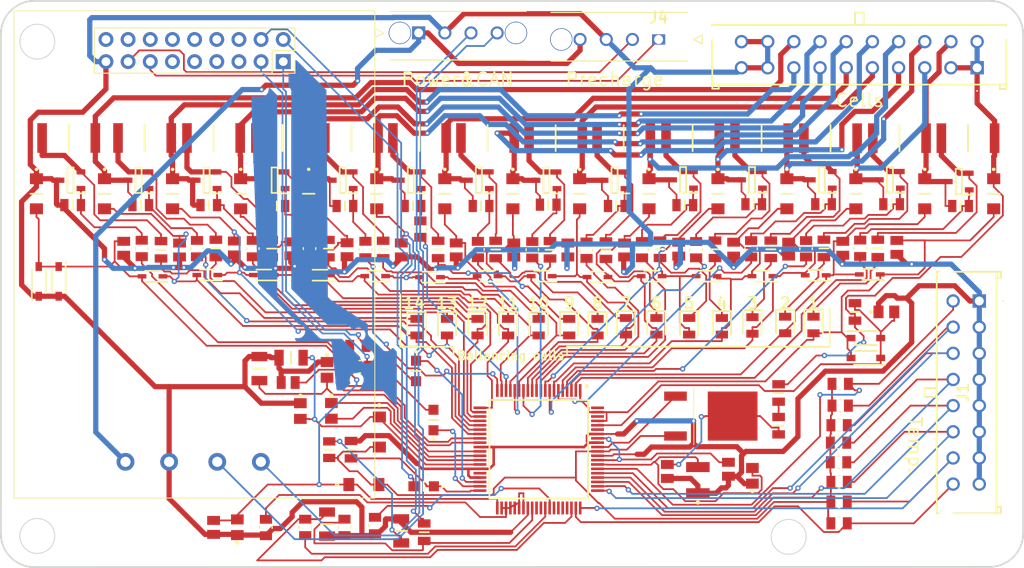
<source format=kicad_pcb>
(kicad_pcb (version 20240108) (generator "pcbnew") (generator_version "8.0")
  (layers (0 "F.Cu" signal) (31 "B.Cu" signal) (34 "B.Paste" user) (35 "F.Paste" user) (36 "B.SilkS" user "B.Silkscreen") (37 "F.SilkS" user "F.Silkscreen") (38 "B.Mask" user) (39 "F.Mask" user) (44 "Edge.Cuts" user))
  (net 0 "")
  (net 1 "/Vsense14_OUT")
  (net 2 "/Ballance14")
  (net 3 "/Vsense13_OUT")
  (net 4 "/Ballance13")
  (net 5 "/Vsense12_OUT")
  (net 6 "/Ballance12")
  (net 7 "/Vsense11_OUT")
  (net 8 "/Ballance11")
  (net 9 "/Vsense10_OUT")
  (net 10 "/Ballance10")
  (net 11 "/Vsense9_OUT")
  (net 12 "/Ballance9")
  (net 13 "Net-(C29-Pad2)")
  (net 15 "/Vsense8_OUT")
  (net 16 "/Ballance8")
  (net 17 "/Vsense7_OUT")
  (net 18 "/Ballance7")
  (net 19 "/Vsense6_OUT")
  (net 20 "/Ballance6")
  (net 21 "/Vsense5_OUT")
  (net 22 "/Ballance5")
  (net 23 "/Vsense4_OUT")
  (net 24 "/Ballance4")
  (net 25 "/Vsense3_OUT")
  (net 26 "/Ballance3")
  (net 27 "/Vsense2_OUT")
  (net 28 "/Ballance2")
  (net 29 "/Vsense0_OUT")
  (net 30 "/Vsense1(4.2V)")
  (net 31 "/Vsense2(8.4V)")
  (net 32 "/Vsense3(12.6V)")
  (net 33 "/Vsense4(16.8V)")
  (net 34 "/Vsense5(21V)")
  (net 35 "/Vsense6(25.2V)")
  (net 36 "/Vsense7(29.4V)")
  (net 37 "/Vsense8(33.6V)")
  (net 38 "/Vsense9(37.8V)")
  (net 39 "/Vsense10(42V)")
  (net 40 "/GND")
  (net 41 "/TOP")
  (net 42 "/V5VAO")
  (net 43 "Net-(IC1-VR_EF)")
  (net 44 "Net-(IC1-VM)")
  (net 45 "Net-(IC1-TX)")
  (net 47 "Net-(IC1-RX)")
  (net 48 "Net-(IC1-FAULT__N)")
  (net 49 "Net-(IC1-CHP)")
  (net 50 "Net-(IC1-GPIO0)")
  (net 51 "Net-(IC1-WAKEUP)")
  (net 52 "Net-(IC1-COMML+)")
  (net 53 "Net-(IC1-COMML-)")
  (net 54 "/WAKEUP")
  (net 55 "/RX")
  (net 56 "/TX")
  (net 57 "/FALUT_N")
  (net 64 "Net-(IC1-CHM)")
  (net 65 "/OUT")
  (net 67 "/VP1")
  (net 69 "Net-(Q15-C)")
  (net 71 "/Vsense11(46.2V)")
  (net 72 "/Ballance1")
  (net 73 "/Vsense1_OUT")
  (net 74 "/Vsense12(50.4V)")
  (net 75 "Net-(LED1-K)")
  (net 76 "Net-(Q1-G)")
  (net 77 "Net-(Q1-S)")
  (net 78 "/Vsense13(54.6V)")
  (net 79 "/Vsense14(58.8V)")
  (net 80 "Net-(LED2-K)")
  (net 81 "Net-(LED3-K)")
  (net 82 "Net-(LED4-K)")
  (net 83 "Net-(LED5-K)")
  (net 84 "Net-(LED6-K)")
  (net 85 "Net-(LED7-K)")
  (net 86 "Net-(LED8-K)")
  (net 87 "Net-(LED9-K)")
  (net 88 "Net-(LED10-K)")
  (net 89 "Net-(LED11-K)")
  (net 90 "Net-(LED12-K)")
  (net 91 "Net-(LED13-K)")
  (net 92 "Net-(LED14-K)")
  (net 93 "Net-(Q3-G)")
  (net 94 "Net-(Q3-S)")
  (net 95 "Net-(Q4-G)")
  (net 96 "Net-(Q4-S)")
  (net 97 "Net-(Q5-G)")
  (net 98 "Net-(Q5-S)")
  (net 99 "Net-(Q6-G)")
  (net 100 "Net-(Q6-S)")
  (net 101 "Net-(Q7-G)")
  (net 102 "Net-(Q7-S)")
  (net 103 "Net-(Q8-G)")
  (net 104 "Net-(Q8-S)")
  (net 105 "Net-(Q9-G)")
  (net 106 "Net-(Q9-S)")
  (net 107 "Net-(Q10-G)")
  (net 108 "Net-(Q10-S)")
  (net 109 "Net-(Q11-G)")
  (net 110 "Net-(Q11-S)")
  (net 111 "Net-(Q12-G)")
  (net 112 "Net-(Q12-S)")
  (net 113 "Net-(Q13-G)")
  (net 114 "Net-(Q13-S)")
  (net 115 "Net-(Q14-G)")
  (net 116 "Net-(Q14-S)")
  (net 117 "/TempIN8")
  (net 118 "/TempIN7")
  (net 119 "/TempIN6")
  (net 120 "/TempIN5")
  (net 121 "/TempIN4")
  (net 122 "/TempIN3")
  (net 123 "/TempIN2")
  (net 124 "/TempIN1")
  (net 125 "Net-(Q2-G)")
  (net 126 "Net-(Q2-S)")
  (net 127 "/+5V")
  (net 128 "Net-(R92-Pad1)")
  (net 129 "/Precharge OUT")
  (net 130 "/Precharge IN")
  (net 132 "/NPN_BASE")
  (net 133 "/Current_sense_OUT")
  (net 134 "/VDIG")
  (net 135 "/VIO")
  (net 136 "/Arduino power on")
  (net 143 "/CAN L")
  (net 144 "/CAN H")
  (footprint "SamacSys_Parts:RESC2012X60N" (layer "F.Cu") (at 92.85 166.85)
    (property "Reference" "R32" (hide yes))
    (property "Value" "RC0805FR-07100KL" (hide yes))
  )
  (footprint "SamacSys_Parts:SODFL3816X120N" (layer "F.Cu") (at 144.75 184.275 180)
    (property "Reference" "D1" (hide yes))
    (property "Value" "1N4148W" (hide yes))
  )
  (footprint "SamacSys_Parts:C0805" (layer "F.Cu") (at 147.1 179)
    (property "Reference" "C1" (hide yes))
    (property "Value" "C0805C104K5RACTU" (hide yes))
  )
  (footprint "SamacSys_Parts:RESC6432X65N" (layer "F.Cu") (at 124.9 159.073)
    (property "Reference" "R13" (hide yes))
    (property "Value" "CRGCQ2512F33R" (hide yes))
  )
  (footprint "SamacSys_Parts:CAPC2012X145N" (layer "F.Cu") (at 97.807 171.8948 90)
    (property "Reference" "C10" (hide yes))
    (property "Value" "C2012X7S2A105K125AB" (hide yes))
  )
  (footprint "SamacSys_Parts:RESC2013X65N" (layer "F.Cu") (at 141.8102 189.75 180)
    (property "Reference" "R2" (hide yes))
    (property "Value" "RR1220P-104-D" (hide yes))
  )
  (footprint "SamacSys_Parts:C1210" (layer "F.Cu") (at 125.5 198.3 90)
    (property "Reference" "C27" (hide yes))
    (property "Value" "C1210C185K3PACTU" (hide yes))
  )
  (footprint "SamacSys_Parts:RESC2013X65N" (layer "F.Cu") (at 68.1 171.7398 -90)
    (property "Reference" "R62" (hide yes))
    (property "Value" "ERJ-6GEYJ202V" (hide yes))
  )
  (footprint "SamacSys_Parts:CAPC2012X145N" (layer "F.Cu") (at 142.1 171.7 90)
    (property "Reference" "C3" (hide yes))
    (property "Value" "C2012X7S2A105K125AB" (hide yes))
  )
  (footprint "SamacSys_Parts:LEDC2012X50N" (layer "F.Cu") (at 103.75 180.75 -90)
    (property "Reference" "11")
    (property "Value" "APHCM2012SYCK-F01" (hide yes))
  )
  (footprint "SamacSys_Parts:CAPC2012X145N" (layer "F.Cu") (at 59.7 171.7 90)
    (property "Reference" "C16" (hide yes))
    (property "Value" "C2012X7S2A105K125AB" (hide yes))
  )
  (footprint "SamacSys_Parts:LEDC2012X50N" (layer "F.Cu") (at 138.75 180.5 -90)
    (property "Reference" "1")
    (property "Value" "APHCM2012SYCK-F01" (hide yes))
  )
  (footprint "SamacSys_Parts:CAPC2012X145N" (layer "F.Cu") (at 104.4 171.9 90)
    (property "Reference" "C9" (hide yes))
    (property "Value" "C2012X7S2A105K125AB" (hide yes))
  )
  (footprint "SamacSys_Parts:RESC2013X65N" (layer "F.Cu") (at 88.5 203.5 90)
    (property "Reference" "R86" (hide yes))
    (property "Value" "RR1220P-104-D" (hide yes))
  )
  (footprint "SamacSys_Parts:RESC2012X50N" (layer "F.Cu") (at 83.159 171.7398 -90)
    (property "Reference" "R57" (hide yes))
    (property "Value" "CRCW0805200RFKEA" (hide yes))
  )
  (footprint "SamacSys_Parts:RESC2012X60N" (layer "F.Cu") (at 131.9 166.65)
    (property "Reference" "R27" (hide yes))
    (property "Value" "RC0805FR-07100KL" (hide yes))
  )
  (footprint "SamacSys_Parts:RESC2012X60N" (layer "F.Cu") (at 69.45 166.75)
    (property "Reference" "R35" (hide yes))
    (property "Value" "RC0805FR-07100KL" (hide yes))
  )
  (footprint "SamacSys_Parts:43650-04YY_18192063" (layer "F.Cu") (at 93.5 147 180)
    (property "Reference" "J3" (hide yes))
    (property "Value" "43650-0420" (hide yes))
  )
  (footprint "SamacSys_Parts:RESC2012X60N" (layer "F.Cu") (at 116.15 166.85)
    (property "Reference" "R29" (hide yes))
    (property "Value" "RC0805FR-07100KL" (hide yes))
  )
  (footprint "SamacSys_Parts:SOD2512X110N" (layer "F.Cu") (at 101.4 174.9 180)
    (property "Reference" "Z8" (hide yes))
    (property "Value" "MM3Z6V2T1G" (hide yes))
  )
  (footprint "SamacSys_Parts:RESC2013X65N" (layer "F.Cu") (at 141.6806 192 180)
    (property "Reference" "R3" (hide yes))
    (property "Value" "RR1220P-104-D" (hide yes))
  )
  (footprint "SamacSys_Parts:RESC2012X60N" (layer "F.Cu") (at 85.05 166.85)
    (property "Reference" "R33" (hide yes))
    (property "Value" "RC0805FR-07100KL" (hide yes))
  )
  (footprint "SamacSys_Parts:LEDC2012X50N" (layer "F.Cu") (at 93.25 180.75 -90)
    (property "Reference" "14")
    (property "Value" "APHCM2012SYCK-F01" (hide yes))
  )
  (footprint "SamacSys_Parts:C0805" (layer "F.Cu") (at 72.724424 203.699226 90)
    (property "Reference" "C23" (hide yes))
    (property "Value" "C0805C104K5RACTU" (hide yes))
  )
  (footprint "SamacSys_Parts:RESC2012X50N" (layer "F.Cu") (at 85.75 194.8 90)
    (property "Reference" "R81" (hide yes))
    (property "Value" "CRCW080551K0FKEA" (hide yes))
  )
  (footprint "SamacSys_Parts:ERJ8_B_BW_R_LW_CW_D" (layer "F.Cu") (at 87.225 198.8)
    (property "Reference" "R96" (hide yes))
    (property "Value" "ERJ-8RQF1R0V" (hide yes))
  )
  (footprint "SamacSys_Parts:RESC2013X65N" (layer "F.Cu") (at 76 203.729877 -90)
    (property "Reference" "R82" (hide yes))
    (property "Value" "RR1220P-104-D" (hide yes))
  )
  (footprint "SamacSys_Parts:LEDC2012X50N" (layer "F.Cu") (at 124.5 180.65 -90)
    (property "Reference" "5")
    (property "Value" "APHCM2012SYCK-F01" (hide yes))
  )
  (footprint "SamacSys_Parts:RESC2013X65N" (layer "F.Cu") (at 100.294 171.845 -90)
    (property "Reference" "R52" (hide yes))
    (property "Value" "ERJ-6GEYJ202V" (hide yes))
  )
  (footprint "SamacSys_Parts:RESC2012X50N" (layer "F.Cu") (at 70.259 171.7238 -90)
    (property "Reference" "R61" (hide yes))
    (property "Value" "CRCW0805200RFKEA" (hide yes))
  )
  (footprint "SamacSys_Parts:CAPC2012X145N" (layer "F.Cu") (at 66.1 171.9 90)
    (property "Reference" "C15" (hide yes))
    (property "Value" "C2012X7S2A105K125AB" (hide yes))
  )
  (footprint "SamacSys_Parts:RESC6432X65N" (layer "F.Cu") (at 62.1 159.05)
    (property "Reference" "R21" (hide yes))
    (property "Value" "CRGCQ2512F33R" (hide yes))
  )
  (footprint "SamacSys_Parts:SODFL3816X120N" (layer "F.Cu") (at 144.75 182)
    (property "Reference" "D2" (hide yes))
    (property "Value" "1N4148W" (hide yes))
  )
  (footprint "SamacSys_Parts:ZXTN4004KQTC" (layer "F.Cu") (at 125.034 190.948 -90)
    (property "Reference" "Q15" (hide yes))
    (property "Value" "ZXTN4004KQTC" (hide yes))
  )
  (footprint "SamacSys_Parts:CAPC2012X145N" (layer "F.Cu") (at 91.516 171.8948 90)
    (property "Reference" "C11" (hide yes))
    (property "Value" "C2012X7S2A105K125AB" (hide yes))
  )
  (footprint "SamacSys_Parts:SOT96P237X111-3N" (layer "F.Cu") (at 100.4 163.895 180)
    (property "Reference" "Q8" (hide yes))
    (property "Value" "2V7002KT1G" (hide yes))
  )
  (footprint "SamacSys_Parts:SOD2512X110N" (layer "F.Cu") (at 69.281 174.7678 180)
    (property "Reference" "Z13" (hide yes))
    (property "Value" "MM3Z6V2T1G" (hide yes))
  )
  (footprint "SamacSys_Parts:SOD2512X110N" (layer "F.Cu") (at 88.516 174.8948 180)
    (property "Reference" "Z10" (hide yes))
    (property "Value" "MM3Z6V2T1G" (hide yes))
  )
  (footprint "SamacSys_Parts:C0805" (layer "F.Cu") (at 83.5 190.35 -90)
    (property "Reference" "C26" (hide yes))
    (property "Value" "C0805C223K5RACTU" (hide yes))
  )
  (footprint "SamacSys_Parts:RESC2013X65N" (layer "F.Cu") (at 141.6806 203.25 180)
    (property "Reference" "R8" (hide yes))
    (property "Value" "RR1220P-104-D" (hide yes))
  )
  (footprint "SamacSys_Parts:ERJ8ENF1000V" (layer "F.Cu") (at 127.8 165.45 -90)
    (property "Reference" "R69" (hide yes))
    (property "Value" "ERJ-8ENF1001V" (hide yes))
  )
  (footprint "SamacSys_Parts:C0805" (layer "F.Cu") (at 79.944 190.371 -90)
    (property "Reference" "C18" (hide yes))
    (property "Value" "C0805C104K5RACTU" (hide yes))
  )
  (footprint "SamacSys_Parts:SOD2512X110N" (layer "F.Cu") (at 126.5 174.9 180)
    (property "Reference" "Z4" (hide yes))
    (property "Value" "MM3Z6V2T1G" (hide yes))
  )
  (footprint "SamacSys_Parts:ERJ8ENF1000V" (layer "F.Cu") (at 73.1 165.45 -90)
    (property "Reference" "R76" (hide yes))
    (property "Value" "ERJ-8ENF1001V" (hide yes))
  )
  (footprint "SamacSys_Parts:ERJ8ENF1000V" (layer "F.Cu") (at 119.9 165.45 -90)
    (property "Reference" "R70" (hide yes))
    (property "Value" "ERJ-8ENF1001V" (hide yes))
  )
  (footprint "SamacSys_Parts:RESC2013X65N" (layer "F.Cu") (at 141.6204 194 180)
    (property "Reference" "R4" (hide yes))
    (property "Value" "RR1220P-104-D" (hide yes))
  )
  (footprint "SamacSys_Parts:RESC2013X65N" (layer "F.Cu") (at 87.4 171.8398 -90)
    (property "Reference" "R56" (hide yes))
    (property "Value" "ERJ-6GEYJ202V" (hide yes))
  )
  (footprint "SamacSys_Parts:RESC2012X50N" (layer "F.Cu") (at 114.963 171.918 -90)
    (property "Reference" "R47" (hide yes))
    (property "Value" "CRCW0805200RFKEA" (hide yes))
  )
  (footprint "SamacSys_Parts:CAPC2012X145N" (layer "F.Cu") (at 110.6 171.9 90)
    (property "Reference" "C8" (hide yes))
    (property "Value" "C2012X7S2A105K125AB" (hide yes))
  )
  (footprint "SamacSys_Parts:CAPC3216X180N" (layer "F.Cu") (at 91.5 204.12 -90)
    (property "Reference" "C29" (hide yes))
    (property "Value" "GRM31CR71H475KA12L" (hide yes))
  )
  (footprint "SamacSys_Parts:RESC2012X50N" (layer "F.Cu") (at 76.659 171.7398 -90)
    (property "Reference" "R59" (hide yes))
    (property "Value" "CRCW0805200RFKEA" (hide yes))
  )
  (footprint "SamacSys_Parts:ERJ8ENF1000V" (layer "F.Cu") (at 143.6 165.45 -90)
    (property "Reference" "R67" (hide yes))
    (property "Value" "ERJ-8ENF1001V" (hide yes))
  )
  (footprint "SamacSys_Parts:CAPC2012X145N" (layer "F.Cu") (at 129 197.05 -90)
    (property "Reference" "C20" (hide yes))
    (property "Value" "VJ0805D391KXCAJ" (hide yes))
  )
  (footprint "SamacSys_Parts:RESC2012X50N" (layer "F.Cu") (at 94.137166 204.266257 90)
    (property "Reference" "R91" (hide yes))
    (property "Value" "CRCW0805200RFKEA" (hide yes))
  )
  (footprint "SamacSys_Parts:RESC2013X65N" (layer "F.Cu") (at 141.6204 196.25 180)
    (property "Reference" "R5" (hide yes))
    (property "Value" "RR1220P-104-D" (hide yes))
  )
  (footprint "SamacSys_Parts:ERJ8ENF1000V" (layer "F.Cu") (at 80.9 165.45 -90)
    (property "Reference" "R75" (hide yes))
    (property "Value" "ERJ-8ENF1001V" (hide yes))
  )
  (footprint "SamacSys_Parts:ERJ8ENF1000V" (layer "F.Cu") (at 57.5 165.45 -90)
    (property "Reference" "R78" (hide yes))
    (property "Value" "ERJ-8ENF1001V" (hide yes))
  )
  (footprint "SamacSys_Parts:RESC6432X65N" (layer "F.Cu") (at 132.8 159.073)
    (property "Reference" "R12" (hide yes))
    (property "Value" "CRGCQ2512F33R" (hide yes))
  )
  (footprint "SamacSys_Parts:RESC6432X65N" (layer "F.Cu") (at 109.2 159.073)
    (property "Reference" "R15" (hide yes))
    (property "Value" "CRGCQ2512F33R" (hide yes))
  )
  (footprint "SamacSys_Parts:LEDC2012X50N" (layer "F.Cu") (at 128.25 180.65 -90)
    (property "Reference" "4")
    (property "Value" "APHCM2012SYCK-F01" (hide yes))
  )
  (footprint "SamacSys_Parts:CAPC3216X180N" (layer "F.Cu") (at 83 203.334 -90)
    (property "Reference" "C24" (hide yes))
    (property "Value" "GRM31CR71H475KA12L" (hide yes))
  )
  (footprint "SamacSys_Parts:RESC2013X65N" (layer "F.Cu") (at 137.9 171.7602 -90)
    (property "Reference" "R41" (hide yes))
    (property "Value" "ERJ-6GEYJ202V" (hide yes))
  )
  (footprint "SamacSys_Parts:LEDC2012X50N" (layer "F.Cu") (at 96.75 180.75 -90)
    (property "Reference" "13")
    (property "Value" "APHCM2012SYCK-F01" (hide yes))
  )
  (footprint "SamacSys_Parts:SOD2512X110N" (layer "F.Cu") (at 114 175 180)
    (property "Reference" "Z6" (hide yes))
    (property "Value" "MM3Z6V2T1G" (hide yes))
  )
  (footprint "SamacSys_Parts:RESC2012X50N" (layer "F.Cu") (at 89.432 171.8398 -90)
    (property "Reference" "R55" (hide yes))
    (property "Value" "CRCW0805200RFKEA" (hide yes))
  )
  (footprint "SamacSys_Parts:CAPC2012X145N" (layer "F.Cu") (at 122 197.3 -90)
    (property "Reference" "C30" (hide yes))
    (property "Value" "C2012X7S2A105K125AB" (hide yes))
  )
  (footprint "SamacSys_Parts:RESC2012X50N" (layer "F.Cu") (at 133.852 171.818 -90)
    (property "Reference" "R42" (hide yes))
    (property "Value" "CRCW0805200RFKEA" (hide yes))
  )
  (footprint "SamacSys_Parts:RESC2013X65N" (layer "F.Cu") (at 141.8102 187.25 180)
    (property "Reference" "R1" (hide yes))
    (property "Value" "RR1220P-104-D" (hide yes))
  )
  (footprint "SamacSys_Parts:SOT96P237X111-3N" (layer "F.Cu") (at 115.95 163.905 180)
    (property "Reference" "Q6" (hide yes))
    (property "Value" "2V7002KT1G" (hide yes))
  )
  (footprint "SamacSys_Parts:SOD2512X110N" (layer "F.Cu") (at 107.6 174.9 180)
    (property "Reference" "Z7" (hide yes))
    (property "Value" "MM3Z6V2T1G" (hide yes))
  )
  (footprint "SamacSys_Parts:C0805" (layer "F.Cu") (at 131.75 197.8 90)
    (property "Reference" "C28" (hide yes))
    (property "Value" "C0805C104K5RACTU" (hide yes))
  )
  (footprint "SamacSys_Parts:LEDC2012X50N" (layer "F.Cu") (at 117.25 180.65 -90)
    (property "Reference" "7")
    (property "Value" "APHCM2012SYCK-F01" (hide yes))
  )
  (footprint "SamacSys_Parts:ERJ8ENF1000V" (layer "F.Cu") (at 151.5 165.45 -90)
    (property "Reference" "R66" (hide yes))
    (property "Value" "ERJ-8ENF1001V" (hide yes))
  )
  (footprint "SamacSys_Parts:RESC2013X65N" (layer "F.Cu") (at 61.7672 171.7196 -90)
    (property "Reference" "R64" (hide yes))
    (property "Value" "ERJ-6GEYJ202V" (hide yes))
  )
  (footprint "SamacSys_Parts:RESC6432X65N" (layer "F.Cu") (at 117 159.073)
    (property "Reference" "R14" (hide yes))
    (property "Value" "CRGCQ2512F33R" (hide yes))
  )
  (footprint "SamacSys_Parts:LEDC2012X50N" (layer "F.Cu") (at 135.5 180.5 -90)
    (property "Reference" "2")
    (property "Value" "APHCM2012SYCK-F01" (hide yes))
  )
  (footprint "SamacSys_Parts:ERJ8_B_BW_R_LW_CW_D" (layer "F.Cu") (at 89 192.775 -90)
    (property "Reference" "R95" (hide yes))
    (property "Value" "ERJ-8RQF1R0V" (hide yes))
  )
  (footprint "SamacSys_Parts:SOD2512X110N" (layer "F.Cu") (at 75.753 174.7678 180)
    (property "Reference" "Z12" (hide yes))
    (property "Value" "MM3Z6V2T1G" (hide yes))
  )
  (footprint "SamacSys_Parts:RESC2012X50N" (layer "F.Cu") (at 95.732 171.8398 -90)
    (property "Reference" "R53" (hide yes))
    (property "Value" "CRCW0805200RFKEA" (hide yes))
  )
  (footprint "SamacSys_Parts:CAPC2012X145N" (layer "F.Cu") (at 135.9 171.8 90)
    (property "Reference" "C4" (hide yes))
    (property "Value" "C2012X7S2A105K125AB" (hide yes))
  )
  (footprint "SamacSys_Parts:RESC2013X65N" (layer "F.Cu") (at 144.1 171.7 -90)
    (property "Reference" "R39" (hide yes))
    (property "Value" "ERJ-6GEYJ202V" (hide yes))
  )
  (footprint "SamacSys_Parts:C0805" (layer "F.Cu") (at 83 185.65 -90)
    (property "Reference" "C22" (hide yes))
    (property "Value" "C0805C104K5RACTU" (hide yes))
  )
  (footprint "SamacSys_Parts:RESC2012X60N" (layer "F.Cu") (at 155.6 166.85)
    (property "Reference" "R24" (hide yes))
    (property "Value" "RC0805FR-07100KL" (hide yes))
  )
  (footprint "SamacSys_Parts:SOD2512X110N" (layer "F.Cu") (at 94.807 175.0148 180)
    (property "Reference" "Z9" (hide yes))
    (property "Value" "MM3Z6V2T1G" (hide yes))
  )
  (footprint "SamacSys_Parts:RESC2013X65N" (layer "F.Cu") (at 141.6806 200.75 180)
    (property "Reference" "R7" (hide yes))
    (property "Value" "RR1220P-104-D" (hide yes))
  )
  (footprint "SamacSys_Parts:CAPC2012X145N" (layer "F.Cu") (at 78.55 187.1)
    (property "Reference" "C17" (hide yes))
    (property "Value" "C2012X7S2A105K125AB" (hide yes))
  )
  (footprint "SamacSys_Parts:SOT96P237X111-3N" (layer "F.Cu") (at 131.7 163.85 180)
    (property "Reference" "Q4" (hide yes))
    (property "Value" "2V7002KT1G" (hide yes))
  )
  (footprint "SamacSys_Parts:66202021122" (layer "F.Cu") (at 157.5 151)
    (property "Reference" "J2" (hide yes))
    (property "Value" "66202021122" (hide yes))
  )
  (footprint "SamacSys_Parts:SOT96P237X111-3N" (layer "F.Cu") (at 77 163.895 180)
    (property "Reference" "Q11" (hide yes))
    (property "Value" "2V7002KT1G" (hide yes))
  )
  (footprint "SamacSys_Parts:RESC2013X65N" (layer "F.Cu") (at 125.3 171.8602 -90)
    (property "Reference" "R44" (hide yes))
    (property "Value" "ERJ-6GEYJ202V" (hide yes))
  )
  (footprint "SamacSys_Parts:RESC2012X50N" (layer "F.Cu") (at 127.462 171.818 -90)
    (property "Reference" "R43" (hide yes))
    (property "Value" "CRCW0805200RFKEA" (hide yes))
  )
  (footprint "SamacSys_Parts:LEDC2012X50N" (layer "F.Cu") (at 110.75 180.75 -90)
    (property "Reference" "9")
    (property "Value" "APHCM2012SYCK-F01" (hide yes))
  )
  (footprint "SamacSys_Parts:ERJ8ENF1000V" (layer "F.Cu") (at 104.3 165.45 -90)
    (property "Reference" "R72" (hide yes))
    (property "Value" "ERJ-8ENF1001V" (hide yes))
  )
  (footprint "SamacSys_Parts:RESC2013X65N" (layer "F.Cu") (at 119.1 171.8602 -90)
    (property "Reference" "R46" (hide yes))
    (property "Value" "ERJ-6GEYJ202V" (hide yes))
  )
  (footprint "SamacSys_Parts:RESC6432X65N" (layer "F.Cu") (at 101.4 159.05)
    (property "Reference" "R16" (hide yes))
    (property "Value" "CRGCQ2512F33R" (hide yes))
  )
  (footprint "SamacSys_Parts:SOT96P237X111-3N" (layer "F.Cu") (at 108.15 163.905 180)
    (property "Reference" "Q7" (hide yes))
    (property "Value" "2V7002KT1G" (hide yes))
  )
  (footprint "SamacSys_Parts:RESC2012X60N" (layer "F.Cu") (at 139.9 166.65)
    (property "Reference" "R26" (hide yes))
    (property "Value" "RC0805FR-07100KL" (hide yes))
  )
  (footprint "SamacSys_Parts:RESC2012X50N" (layer "F.Cu") (at 139.942 171.718 -90)
    (property "Reference" "R40" (hide yes))
    (property "Value" "CRCW0805200RFKEA" (hide yes))
  )
  (footprint "SamacSys_Parts:SODFL3816X120N" (layer "F.Cu") (at 49.964 175.5 90)
    (property "Reference" "D4" (hide yes))
    (property "Value" "1N4148W" (hide yes))
  )
  (footprint "SamacSys_Parts:ERJ8ENF1000V" (layer "F.Cu") (at 96.5 165.45 -90)
    (property "Reference" "R73" (hide yes))
    (property "Value" "ERJ-8ENF1001V" (hide yes))
  )
  (footprint "SamacSys_Parts:ERJ8ENF1000V" (layer "F.Cu") (at 135.7 165.45 -90)
    (property "Reference" "R68" (hide yes))
    (property "Value" "ERJ-8ENF1001V" (hide yes))
  )
  (footprint "SamacSys_Parts:SOD2512X110N" (layer "F.Cu") (at 132.9 174.9 180)
    (property "Reference" "Z3" (hide yes))
    (property "Value" "MM3Z6V2T1G" (hide yes))
  )
  (footprint "SamacSys_Parts:CAPC2012X145N" (layer "F.Cu") (at 85.298 171.8678 90)
    (property "Reference" "C12" (hide yes))
    (property "Value" "C2012X7S2A105K125AB" (hide yes))
  )
  (footprint "SamacSys_Parts:ERJ6ENF1000V" (layer "F.Cu") (at 95.2 191.4 90)
    (property "Reference" "R84" (hide yes))
    (property "Value" "ERJ-6ENF51R0V" (hide yes))
  )
  (footprint "SamacSys_Parts:RESC2012X50N" (layer "F.Cu") (at 121.16 171.818 -90)
    (property "Reference" "R45" (hide yes))
    (property "Value" "CRCW0805200RFKEA" (hide yes))
  )
  (footprint "SamacSys_Parts:SOD2512X110N" (layer "F.Cu") (at 82.198 174.7878 180)
    (property "Reference" "Z11" (hide yes))
    (property "Value" "MM3Z6V2T1G" (hide yes))
  )
  (footprint "SamacSys_Parts:LEDC2012X50N" (layer "F.Cu") (at 114 180.75 -90)
    (property "Reference" "8")
    (property "Value" "APHCM2012SYCK-F01" (hide yes))
  )
  (footprint "SamacSys_Parts:CAPC2012X145N" (layer "F.Cu") (at 78.853 171.7678 90)
    (property "Reference" "C13" (hide yes))
    (property "Value" "C2012X7S2A105K125AB" (hide yes))
  )
  (footprint "SamacSys_Parts:RESC2012X60N" (layer "F.Cu") (at 147.7 166.65)
    (property "Reference" "R25" (hide yes))
    (property "Value" "RC0805FR-07100KL" (hide yes))
  )
  (footprint "SamacSys_Parts:LEDC2012X50N" (layer "F.Cu") (at 107.25 180.75 -90)
    (property "Reference" "10")
    (property "Value" "APHCM2012SYCK-F01" (hide yes))
  )
  (footprint "SamacSys_Parts:SOT96P237X111-3N" (layer "F.Cu") (at 92.6 163.895 180)
    (property "Reference" "Q9" (hide yes))
    (property "Value" "2V7002KT1G" (hide yes))
  )
  (footprint "SamacSys_Parts:ERJ8ENF1000V" (layer "F.Cu") (at 49.7 165.45 -90)
    (property "Reference" "R79" (hide yes))
    (property "Value" "ERJ-8ENF1001V" (hide yes))
  )
  (footprint "SamacSys_Parts:ERJ8ENF1000V" (layer "F.Cu") (at 88.7 165.45 -90)
    (property "Reference" "R74" (hide yes))
    (property "Value" "ERJ-8ENF1001V" (hide yes))
  )
  (footprint "SamacSys_Parts:RESC2013X65N" (layer "F.Cu") (at 81 171.7398 -90)
    (property "Reference" "R58" (hide yes))
    (property "Value" "ERJ-6GEYJ202V" (hide yes))
  )
  (footprint "SamacSys_Parts:RESC2012X60N" (layer "F.Cu") (at 61.65 166.75)
    (property "Reference" "R36" (hide yes))
    (property "Value" "RC0805FR-07100KL" (hide yes))
  )
  (footprint "SamacSys_Parts:RESC6432X65N" (layer "F.Cu") (at 140.7 159.073)
    (property "Reference" "R11" (hide yes))
    (property "Value" "CRGCQ2512F33R" (hide yes))
  )
  (footprint "SamacSys_Parts:LEDC2012X50N" (layer "F.Cu") (at 100.25 180.75 -90)
    (property "Reference" "12")
    (property "Value" "APHCM2012SYCK-F01" (hide yes))
  )
  (footprint "SamacSys_Parts:RESC2012X50N" (layer "F.Cu") (at 134.75 192.05 90)
    (property "Reference" "R93" (hide yes))
    (property "Value" "CRCW0805360RFKEA" (hide yes))
  )
  (footprint "SamacSys_Parts:RESC2013X65N" (layer "F.Cu") (at 112.738 171.918 -90)
    (property "Reference" "R48" (hide yes))
    (property "Value" "ERJ-6GEYJ202V" (hide yes))
  )
  (footprint "SamacSys_Parts:ERJ8ENF1000V" (layer "F.Cu") (at 111.95 165.45 -90)
    (property "Reference" "R71" (hide yes))
    (property "Value" "ERJ-8ENF1001V" (hide yes))
  )
  (footprint "SamacSys_Parts:SOT96P237X111-3N" (layer "F.Cu") (at 53.6 163.895 180)
    (property "Reference" "Q14" (hide yes))
    (property "Value" "2V7002KT1G" (hide yes))
  )
  (footprint "SamacSys_Parts:CAPC3216X180N" (layer "F.Cu") (at 78.88 184.25)
    (property "Reference" "C21" (hide yes))
    (property "Value" "GRM31CR71H475KA12L" (hide yes))
  )
  (footprint "SamacSys_Parts:ERJ8ENF1000V" (layer "F.Cu") (at 159.4 165.45 -90)
    (property "Reference" "R65" (hide yes))
    (property "Value" "ERJ-8ENF1001V" (hide yes))
  )
  (footprint "SamacSys_Parts:RESC6432X65N" (layer "F.Cu") (at 77.9 159.05)
    (property "Reference" "R19" (hide yes))
    (property "Value" "CRGCQ2512F33R" (hide yes))
  )
  (footprint "SamacSys_Parts:ERJ6ENF1000V" (layer "F.Cu") (at 94.075 199 180)
    (property "Reference" "R83" (hide yes))
    (property "Value" "ERJ-6ENF51R0V" (hide yes))
  )
  (footprint "SamacSys_Parts:RESC6432X65N" (layer "F.Cu") (at 85.8 159.05)
    (property "Reference" "R18" (hide yes))
    (property "Value" "CRGCQ2512F33R" (hide yes))
  )
  (footprint "SamacSys_Parts:RESC2012X50N" (layer "F.Cu") (at 134.75 188.3 90)
    (property "Reference" "R92" (hide yes))
    (property "Value" "CRCW0805360RFKEA" (hide yes))
  )
  (footprint "SamacSys_Parts:RESC2012X50N" (layer "F.Cu") (at 146.116 171.718 -90)
    (property "Reference" "R38" (hide yes))
    (property "Value" "CRCW0805200RFKEA" (hide yes))
  )
  (footprint "SamacSys_Parts:CAPC2012X145N" (layer "F.Cu") (at 129.6 171.8 90)
    (property "Reference" "C5" (hide yes))
    (property "Value" "C2012X7S2A105K125AB" (hide yes))
  )
  (footprint "SamacSys_Parts:LEDC2012X50N" (layer "F.Cu") (at 131.75 180.55 -90)
    (property "Reference" "3")
    (property "Value" "APHCM2012SYCK-F01" (hide yes))
  )
  (footprint "SamacSys_Parts:RESC2013X65N" (layer "F.Cu") (at 85 203.715 90)
    (property "Reference" "R90" (hide yes))
    (property "Value" "RR1220P-104-D" (hide yes))
  )
  (footprint "SamacSys_Parts:SOT96P237X111-3N" (layer "F.Cu") (at 155.4 164.05 180)
    (property "Reference" "Q1" (hide yes))
    (property "Value" "2V7002KT1G" (hide yes))
  )
  (footprint "SamacSys_Parts:RESC2013X65N" (layer "F.Cu") (at 106.522 171.872 -90)
    (property "Reference" "R50" (hide yes))
    (property "Value" "ERJ-6GEYJ202V" (hide yes))
  )
  (footprint "SamacSys_Parts:SOT96P237X111-3N" (layer "F.Cu") (at 69.2 163.895 180)
    (property "Reference" "Q12" (hide yes))
    (property "Value" "2V7002KT1G" (hide yes))
  )
  (footprint "SamacSys_Parts:RESC2013X65N" (layer "F.Cu") (at 131.6 171.7602 90)
    (property "Reference" "R80" (hide yes))
    (property "Value" "ERJ-6GEYJ202V" (hide yes))
  )
  (footprint "SamacSys_Parts:CANBed v1.2e" (layer "F.Cu") (at 47.125 144.45 -90)
    (property "Reference" "U1" (hide yes))
    (property "Value" "~" (hide yes))
  )
  (footprint "SamacSys_Parts:RESC6432X65N" (layer "F.Cu") (at 53.4 159.05)
    (property "Reference" "R22" (hide yes))
    (property "Value" "CRGCQ2512F33R" (hide yes))
  )
  (footprint "SamacSys_Parts:QFP50P1400X1400X120-80N" (layer "F.Cu") (at 107.262 194.75 -90)
    (property "Reference" "IC1" (hide yes))
    (property "Value" "BQ76PL455APFCR" (hide yes))
  )
  (footprint "SamacSys_Parts:CAPC2012X145N" (layer "F.Cu") (at 148.3 171.6 90)
    (property "Reference" "C2" (hide yes))
    (property "Value" "C2012X7S2A105K125AB" (hide yes))
  )
  (footprint "SamacSys_Parts:SODFL3816X120N" (layer "F.Cu") (at 52.25 175.5 -90)
    (property "Reference" "D3" (hide yes))
    (property "Value" "1N4148W" (hide yes))
  )
  (footprint "SamacSys_Parts:SOT96P237X111-3N" (layer "F.Cu") (at 147.5 163.85 180)
    (property "Reference" "Q2" (hide yes))
    (property "Value" "2V7002KT1G" (hide yes))
  )
  (footprint "SamacSys_Parts:SOD2512X110N" (layer "F.Cu") (at 63 174.92 180)
    (property "Reference" "Z14" (hide yes))
    (property "Value" "MM3Z6V2T1G" (hide yes))
  )
  (footprint "SamacSys_Parts:SOT96P237X111-3N" (layer "F.Cu") (at 61.4 163.895 180)
    (property "Reference" "Q13" (hide yes))
    (property "Value" "2V7002KT1G" (hide yes))
  )
  (footprint "SamacSys_Parts:ERJ6ENF1000V" (layer "F.Cu") (at 93.2 185.775 -90)
    (property "Reference" "R85" (hide yes))
    (property "Value" "ERJ-6ENF51R0V" (hide yes))
  )
  (footprint "SamacSys_Parts:RESC6432X65N" (layer "F.Cu") (at 156.454 159.073)
    (property "Reference" "R9" (hide yes))
    (property "Value" "CRGCQ2512F33R" (hide yes))
  )
  (footprint "SamacSys_Parts:ERJ8ENF1000V" (layer "F.Cu") (at 65.3 165.45 -90)
    (property "Reference" "R77" (hide yes))
    (property "Value" "ERJ-8ENF1001V" (hide yes))
  )
  (footprint "SamacSys_Parts:43650-04YY_18192063" (layer "F.Cu") (at 121 147.75)
    (property "Reference" "J4")
    (property "Value" "43650-0420" (hide yes))
  )
  (footprint "SamacSys_Parts:RESC2013X65N" (layer "F.Cu") (at 93.7 169.5 -90)
    (property "Reference" "R54" (hide yes))
    (property "Value" "ERJ-6GEYJ202V" (hide yes))
  )
  (footprint "SamacSys_Parts:CAPC2012X145N" (layer "F.Cu") (at 72.381 171.6678 90)
    (property "Reference" "C14" (hide yes))
    (property "Value" "C2012X7S2A105K125AB" (hide yes))
  )
  (footprint "SamacSys_Parts:SOD2512X110N" (layer "F.Cu") (at 145.2 174.7 180)
    (property "Reference" "Z1" (hide yes))
    (property "Value" "MM3Z6V2T1G" (hide yes))
  )
  (footprint "SamacSys_Parts:CAPC2012X145N" (layer "F.Cu") (at 117.1 171.9 90)
    (property "Reference" "C7" (hide yes))
    (property "Value" "C2012X7S2A105K125AB" (hide yes))
  )
  (footprint "SamacSys_Parts:RESC2013X65N" (layer "F.Cu") (at 80.5 203.715 -90)
    (property "Reference" "R87" (hide yes))
    (property "Value" "RR1220P-104-D" (hide yes))
  )
  (footprint "SamacSys_Parts:RESC2012X50N" (layer "F.Cu") (at 108.554 171.872 -90)
    (property "Reference" "R49" (hide yes))
    (property "Value" "CRCW0805200RFKEA" (hide yes))
  )
  (footprint "SamacSys_Parts:RESC2012X50N" (layer "F.Cu") (at 143.5 179 90)
    (property "Reference" "R23" (hide yes))
    (property "Value" "CRCW0805200RFKEA" (hide yes))
  )
  (footprint "SamacSys_Parts:SOD2512X110N" (layer "F.Cu") (at 139 174.8 180)
    (property "Reference" "Z2" (hide yes))
    (property "Value" "MM3Z6V2T1G" (hide yes))
  )
  (footprint "SamacSys_Parts:RESC2013X65N" (layer "F.Cu") (at 86.7602 185.3 180)
    (property "Reference" "R88" (hide yes))
    (property "Value" "RR1220P-104-D" (hide yes))
  )
  (footprint "SamacSys_Parts:RESC2013X65N" (layer "F.Cu") (at 141.6806 198.5 180)
    (property "Reference" "R6" (hide yes))
    (property "Value" "RR1220P-104-D" (hide yes))
  )
  (footprint "SamacSys_Parts:RESC2013X65N" (layer "F.Cu") (at 86.5398 182.9 180)
    (property "Reference" "R89" (hide yes))
    (property "Value" "RR1220P-104-D" (hide yes))
  )
  (footprint "SamacSys_Parts:CAPC2012X145N" (layer "F.Cu") (at 123.3 171.8 90)
    (property "Reference" "C6" (hide yes))
    (property "Value" "C2012X7S2A105K125AB" (hide yes))
  )
  (footprint "SamacSys_Parts:RESC2012X50N" (layer "F.Cu") (at 63.977 171.872 -90)
    (property "Reference" "R63" (hide yes))
    (property "Value" "CRCW0805200RFKEA" (hide yes))
  )
  (footprint "SamacSys_Parts:RESC2012X50N" (layer "F.Cu") (at 102.326 171.845 -90)
    (property "Reference" "R51" (hide yes))
    (property "Value" "CRCW0805200RFKEA" (hide yes))
  )
  (footprint "SamacSys_Parts:RESC2012X60N" (layer "F.Cu") (at 83.25 194.8 -90)
    (property "Reference" "R94" (hide yes))
    (property "Value" "ERJ-U6QJR39V" (hide yes))
  )
  (footprint "SamacSys_Parts:RESC6432X65N" (layer "F.Cu") (at 93.6 159.05)
    (property "Reference" "R17" (hide yes))
    (property "Value" "CRGCQ2512F33R" (hide yes))
  )
  (footprint "SamacSys_Parts:RESC2012X60N" (layer "F.Cu") (at 77.25 166.85)
    (property "Reference" "R34" (hide yes))
    (property "Value" "RC0805FR-07100KL" (hide yes))
  )
  (footprint "SamacSys_Parts:SOT96P237X111-3N" (layer "F.Cu") (at 123.8 163.85 180)
    (property "Reference" "Q5" (hide yes))
    (property "Value" "2V7002KT1G" (hide yes))
  )
  (footprint "SamacSys_Parts:RESC2012X60N" (layer "F.Cu") (at 124 166.75)
    (property "Reference" "R28" (hide yes))
    (property "Value" "RC0805FR-07100KL" (hide yes))
  )
  (footprint "SamacSys_Parts:SOT96P237X111-3N" (layer "F.Cu") (at 84.8 163.895 180)
    (property "Reference" "Q10" (hide yes))
    (property "Value" "2V7002KT1G" (hide yes))
  )
  (footprint "SamacSys_Parts:LEDC2012X50N" (layer "F.Cu") (at 120.75 180.65 -90)
    (property "Reference" "6")
    (property "Value" "APHCM2012SYCK-F01" (hide yes))
  )
  (footprint "SamacSys_Parts:CAPC2012X145N" (layer "F.Cu") (at 70 203.715 90)
    (property "Reference" "C25" (hide yes))
    (property "Value" "C2012X7S2A105K125AB" (hide yes))
  )
  (footprint "SamacSys_Parts:RESC2012X60N" (layer "F.Cu") (at 100.65 166.85)
    (property "Reference" "R31" (hide yes))
    (property "Value" "RC0805FR-07100KL" (hide yes))
  )
  (footprint "SamacSys_Parts:CAPC3216X180N" (layer "F.Cu") (at 75.25 185.5 -90)
    (property "Reference" "C19" (hide yes))
    (property "Value" "GRM31CR71H475KA12L" (hide yes))
  )
  (footprint "SamacSys_Parts:RESC2013X65N" (layer "F.Cu") (at 74.5 171.7398 -90)
    (property "Reference" "R60" (hide yes))
    (property "Value" "ERJ-6GEYJ202V" (hide yes))
  )
  (footprint "SamacSys_Parts:RESC6432X65N" (layer "F.Cu") (at 148.6 159.073)
    (property "Reference" "R10" (hide yes))
    (property "Value" "CRGCQ2512F33R" (hide yes))
  )
  (footprint "SamacSys_Parts:66201621122" (layer "F.Cu") (at 157.75 177.75 90)
    (property "Reference" "J1")
    (property "Value" "66201621122" (hide yes))
  )
  (footprint "SamacSys_Parts:SOD2512X110N" (layer "F.Cu") (at 120.2 174.9 180)
    (property "Reference" "Z5" (hide yes))
    (property "Value" "MM3Z6V2T1G" (hide yes))
  )
  (footprint "SamacSys_Parts:RESC2012X60N" (layer "F.Cu") (at 53.85 166.75)
    (property "Reference" "R37" (hide yes))
    (property "Value" "RC0805FR-07100KL" (hide yes))
  )
  (footprint "SamacSys_Parts:RESC2012X60N" (layer "F.Cu") (at 108.35 166.7)
    (property "Reference" "R30" (hide yes))
    (property "Value" "RC0805FR-07100KL" (hide yes))
  )
  (footprint "SamacSys_Parts:RESC6432X65N" (layer "F.Cu") (at 70 159.05)
    (property "Reference" "R20" (hide yes))
    (property "Value" "CRGCQ2512F33R" (hide yes))
  )
  (footprint "SamacSys_Parts:SOT96P237X111-3N" (layer "F.Cu") (at 139.7 163.85 180)
    (property "Reference" "Q3" (hide yes))
    (property "Value" "2V7002KT1G" (hide yes))
  )
  (gr_line (start 110.5 183) (end 110.5 184) (stroke (width 0.2)) (layer "F.SilkS"))
  (gr_line (start 97.5 184) (end 97.5 183) (stroke (width 0.2)) (layer "F.SilkS"))
  (gr_line (start 91.4 183) (end 91.4 177) (stroke (width 0.2)) (layer "F.SilkS"))
  (gr_line (start 140.6 183) (end 140.6 178.6) (stroke (width 0.2)) (layer "F.SilkS"))
  (gr_line (start 110.5 183) (end 140.6 183) (stroke (width 0.2)) (layer "F.SilkS"))
  (gr_line (start 97.5 183) (end 91.4 183) (stroke (width 0.2)) (layer "F.SilkS"))
  (gr_circle (center 135.9 204.8) (end 137.9 204.8) (stroke (width 0.1)) (fill none) (layer "Edge.Cuts"))
  (gr_arc (start 162.775259 204.4) (mid 161.65 207.116615) (end 158.933385 208.241874) (stroke (width 0.2)) (layer "Edge.Cuts"))
  (gr_line (start 49.466615 143.324741) (end 158.933385 143.324741) (stroke (width 0.2)) (layer "Edge.Cuts"))
  (gr_line (start 45.624741 204.433385) (end 45.624741 147.166615) (stroke (width 0.2)) (layer "Edge.Cuts"))
  (gr_circle (center 49.8 204.7) (end 51.8 204.7) (stroke (width 0.1)) (fill none) (layer "Edge.Cuts"))
  (gr_arc (start 158.933385 143.324741) (mid 161.65 144.45) (end 162.775259 147.166615) (stroke (width 0.2)) (layer "Edge.Cuts"))
  (gr_line (start 162.775259 147.166615) (end 162.775259 204.4) (stroke (width 0.2)) (layer "Edge.Cuts"))
  (gr_circle (center 49.8 148) (end 51.8 148) (stroke (width 0.1)) (fill none) (layer "Edge.Cuts"))
  (gr_arc (start 49.466615 208.275259) (mid 46.75 207.15) (end 45.624741 204.433385) (stroke (width 0.2)) (layer "Edge.Cuts"))
  (gr_arc (start 45.624741 147.166615) (mid 46.75 144.45) (end 49.466615 143.324741) (stroke (width 0.2)) (layer "Edge.Cuts"))
  (gr_line (start 158.933385 208.241874) (end 49.466615 208.275259) (stroke (width 0.2)) (layer "Edge.Cuts"))
  (gr_text "Power&CAN" (at 91.4 153.2 0) (layer "F.SilkS") (effects (font (size 1.5 1.5) (thickness 0.2)) (justify left bottom)))
  (gr_text "Ballancing cells\n" (at 97.792089 184.605729 0) (layer "F.SilkS") (effects (font (size 1 1) (thickness 0.2) (bold yes)) (justify left bottom)))
  (gr_text "Temp." (at 149.5 190.9 -90) (layer "F.SilkS") (effects (font (size 1.5 1.5) (thickness 0.2)) (justify left bottom)))
  (gr_text "Cells " (at 141.1 155.6 0) (layer "F.SilkS") (effects (font (size 1.5 1.5) (thickness 0.2)) (justify left bottom)))
  (gr_text "Precharge " (at 110.2 153.2 0) (layer "F.SilkS") (effects (font (size 1.5 1.5) (thickness 0.2)) (justify left bottom)))
  (segment (start 139.8666 181.3351) (end 139.7517 181.45) (width 0.2) (layer "F.Cu") (net 1))
  (segment (start 149.3853 170.8) (end 148.3 170.8) (width 0.2) (layer "F.Cu") (net 1))
  (segment (start 141.9793 181.3351) (end 142.6442 182) (width 0.2) (layer "F.Cu") (net 1))
  (segment (start 150.734314 174.7) (end 146.4 174.7) (width 0.2) (layer "F.Cu") (net 1))
  (segment (start 159.4 167.175) (end 159.4 168.1017) (width 0.2) (layer "F.Cu") (net 1))
  (segment (start 143.05 184.275) (end 143.05 183.6033) (width 0.2) (layer "F.Cu") (net 1))
  (segment (start 151.5 173.934314) (end 150.734314 174.7) (width 0.2) (layer "F.Cu") (net 1))
  (segment (start 138.75 181.45) (end 138.75 182.2017) (width 0.2) (layer "F.Cu") (net 1))
  (segment (start 115.0392 190.5) (end 114 190.5) (width 0.2) (layer "F.Cu") (net 1))
  (segment (start 146.4 174.7) (end 146.4 175.2517) (width 0.2) (layer "F.Cu") (net 1))
  (segment (start 112.9608 190.5) (end 112.9608 190) (width 0.2) (layer "F.Cu") (net 1))
  (segment (start 159.4 168.1017) (end 156.7017 170.8) (width 0.2) (layer "F.Cu") (net 1))
  (segment (start 120.9753 186.9714) (end 117.4467 190.5) (width 0.2) (layer "F.Cu") (net 1))
  (segment (start 143.05 182) (end 142.6442 182) (width 0.2) (layer "F.Cu") (net 1))
  (segment (start 141.9793 181.3351) (end 141.9793 177.2673) (width 0.2) (layer "F.Cu") (net 1))
  (segment (start 117.4467 190.5) (end 115.0392 190.5) (width 0.2) (layer "F.Cu") (net 1))
  (segment (start 156.7017 170.8) (end 149.3853 170.8) (width 0.2) (layer "F.Cu") (net 1))
  (segment (start 112.9608 190) (end 112.012 189.0512) (width 0.2) (layer "F.Cu") (net 1))
  (segment (start 145.1037 176.548) (end 146.4 175.2517) (width 0.2) (layer "F.Cu") (net 1))
  (segment (start 149.3853 170.8) (end 151.5 170.8) (width 0.2) (layer "F.Cu") (net 1))
  (segment (start 151.5 170.8) (end 151.5 173.934314) (width 0.2) (layer "F.Cu") (net 1))
  (segment (start 114 191.5) (end 115.0392 191.5) (width 0.2) (layer "F.Cu") (net 1))
  (segment (start 141.9793 177.2673) (end 142.6986 176.548) (width 0.2) (layer "F.Cu") (net 1))
  (segment (start 138.75 181.45) (end 139.7517 181.45) (width 0.2) (layer "F.Cu") (net 1))
  (segment (start 112.012 188.012) (end 112.012 189.0512) (width 0.2) (layer "F.Cu") (net 1))
  (segment (start 137.9983 182.2017) (end 133.2286 186.9714) (width 0.2) (layer "F.Cu") (net 1))
  (segment (start 115.0392 190.5) (end 115.0392 191.5) (width 0.2) (layer "F.Cu") (net 1))
  (segment (start 133.2286 186.9714) (end 120.9753 186.9714) (width 0.2) (layer "F.Cu") (net 1))
  (segment (start 114 190.5) (end 112.9608 190.5) (width 0.2) (layer "F.Cu") (net 1))
  (segment (start 138.75 182.2017) (end 137.9983 182.2017) (width 0.2) (layer "F.Cu") (net 1))
  (segment (start 142.6442 182) (end 142.6442 183.1975) (width 0.2) (layer "F.Cu") (net 1))
  (segment (start 142.6986 176.548) (end 145.1037 176.548) (width 0.2) (layer "F.Cu") (net 1))
  (segment (start 141.9793 181.3351) (end 139.8666 181.3351) (width 0.2) (layer "F.Cu") (net 1))
  (segment (start 142.6442 183.1975) (end 143.05 183.6033) (width 0.2) (layer "F.Cu") (net 1))
  (segment (start 137.3923 179.2862) (end 141.3356 175.3429) (width 0.2) (layer "F.Cu") (net 2))
  (segment (start 120.8105 186.5682) (end 132.0008 186.5682) (width 0.2) (layer "F.Cu") (net 2))
  (segment (start 144.1 172.6398) (end 144.1 173.4495) (width 0.2) (layer "F.Cu") (net 2))
  (segment (start 144.6048 175.3429) (end 144.8442 175.1035) (width 0.2) (layer "F.Cu") (net 2))
  (segment (start 144.8442 175.1035) (end 144.8442 174.1937) (width 0.2) (layer "F.Cu") (net 2))
  (segment (start 111.512 188.012) (end 111.512 187.1978) (width 0.2) (layer "F.Cu") (net 2))
  (segment (start 111.512 187.1978) (end 112.14 186.5698) (width 0.2) (layer "F.Cu") (net 2))
  (segment (start 132.0008 186.5682) (end 137.3923 181.1767) (width 0.2) (layer "F.Cu") (net 2))
  (segment (start 120.8089 186.5698) (end 120.8105 186.5682) (width 0.2) (layer "F.Cu") (net 2))
  (segment (start 137.3923 181.1767) (end 137.3923 179.2862) (width 0.2) (layer "F.Cu") (net 2))
  (segment (start 141.3356 175.3429) (end 144.6048 175.3429) (width 0.2) (layer "F.Cu") (net 2))
  (segment (start 144.8442 174.1937) (end 144.1 173.4495) (width 0.2) (layer "F.Cu") (net 2))
  (segment (start 112.14 186.5698) (end 120.8089 186.5698) (width 0.2) (layer "F.Cu") (net 2))
  (segment (start 141.0017 174.7616) (end 141.0017 174.8) (width 0.2) (layer "F.Cu") (net 3))
  (segment (start 150.6661 168.9356) (end 145.117 168.9356) (width 0.2) (layer "F.Cu") (net 3))
  (segment (start 151.5 167.175) (end 151.5 168.1017) (width 0.2) (layer "F.Cu") (net 3))
  (segment (start 120.6457 186.165) (end 130.4091 186.165) (width 0.2) (layer "F.Cu") (net 3))
  (segment (start 141.0633 174.7) (end 141.0017 174.7616) (width 0.2) (layer "F.Cu") (net 3))
  (segment (start 111.9567 186.1681) (end 120.6426 186.1681) (width 0.2) (layer "F.Cu") (net 3))
  (segment (start 111.012 187.1128) (end 111.9567 186.1681) (width 0.2) (layer "F.Cu") (net 3))
  (segment (start 144 174.7) (end 143.1983 174.7) (width 0.2) (layer "F.Cu") (net 3))
  (segment (start 111.012 188.012) (end 111.012 187.1128) (width 0.2) (layer "F.Cu") (net 3))
  (segment (start 135.5 181.45) (end 135.5 181.0741) (width 0.2) (layer "F.Cu") (net 3))
  (segment (start 136.6045 178.9472) (end 136.6045 180.0946) (width 0.2) (layer "F.Cu") (net 3))
  (segment (start 142.1 170.9) (end 141.0633 170.9) (width 0.2) (layer "F.Cu") (net 3))
  (segment (start 140.2 175.3517) (end 136.6045 178.9472) (width 0.2) (layer "F.Cu") (net 3))
  (segment (start 143.1983 174.7) (end 141.0633 174.7) (width 0.2) (layer "F.Cu") (net 3))
  (segment (start 140.2 174.8) (end 141.0017 174.8) (width 0.2) (layer "F.Cu") (net 3))
  (segment (start 141.0633 174.7) (end 141.0633 170.9) (width 0.2) (layer "F.Cu") (net 3))
  (segment (start 151.5 168.1017) (end 150.6661 168.9356) (width 0.2) (layer "F.Cu") (net 3))
  (segment (start 144.6278 169.4248) (end 143.5752 169.4248) (width 0.2) (layer "F.Cu") (net 3))
  (segment (start 145.117 168.9356) (end 144.6278 169.4248) (width 0.2) (layer "F.Cu") (net 3))
  (segment (start 140.2 174.8) (end 140.2 175.3517) (width 0.2) (layer "F.Cu") (net 3))
  (segment (start 130.4091 186.165) (end 135.5 181.0741) (width 0.2) (layer "F.Cu") (net 3))
  (segment (start 120.6426 186.1681) (end 120.6457 186.165) (width 0.2) (layer "F.Cu") (net 3))
  (segment (start 143.5752 169.4248) (end 142.1 170.9) (width 0.2) (layer "F.Cu") (net 3))
  (segment (start 136.6045 180.0946) (end 135.625 181.0741) (width 0.2) (layer "F.Cu") (net 3))
  (segment (start 135.625 181.0741) (end 135.5 181.0741) (width 0.2) (layer "F.Cu") (net 3))
  (segment (start 135.5233 173.7695) (end 137.6402 173.7695) (width 0.2) (layer "F.Cu") (net 4))
  (segment (start 120.7022 185.5405) (end 123.7523 185.5405) (width 0.2) (layer "F.Cu") (net 4))
  (segment (start 110.512 188.012) (end 110.512 186.9728) (width 0.2) (layer "F.Cu") (net 4))
  (segment (start 137.6402 173.7695) (end 137.9 173.5097) (width 0.2) (layer "F.Cu") (net 4))
  (segment (start 137.9 172.7) (end 137.9 173.5097) (width 0.2) (layer "F.Cu") (net 4))
  (segment (start 110.512 186.9728) (end 111.7184 185.7664) (width 0.2) (layer "F.Cu") (net 4))
  (segment (start 120.4763 185.7664) (end 120.7022 185.5405) (width 0.2) (layer "F.Cu") (net 4))
  (segment (start 111.7184 185.7664) (end 120.4763 185.7664) (width 0.2) (layer "F.Cu") (net 4))
  (via (at 123.7523 185.5405) (size 0.6) (drill 0.3) (layers "F.Cu" "B.Cu") (net 4))
  (via (at 135.5233 173.7695) (size 0.6) (drill 0.3) (layers "F.Cu" "B.Cu") (net 4))
  (segment (start 135.5233 173.7695) (end 123.7523 185.5405) (width 0.2) (layer "B.Cu") (net 4))
  (segment (start 134.1 178.8681) (end 134.1 174.9) (width 0.2) (layer "F.Cu") (net 5))
  (segment (start 138.4958 168.5036) (end 136.174 170.8254) (width 0.2) (layer "F.Cu") (net 5))
  (segment (start 135.2776 174.5241) (end 137.8 174.5241) (width 0.2) (layer "F.Cu") (net 5))
  (segment (start 135.9994 171) (end 135.9 171) (width 0.2) (layer "F.Cu") (net 5))
  (segment (start 130.8342 183.1675) (end 131.75 182.2517) (width 0.2) (layer "F.Cu") (net 5))
  (segment (start 131.75 181.5) (end 131.75 182.2517) (width 0.2) (layer "F.Cu") (net 5))
  (segment (start 110.012 188.012) (end 110.012 186.9728) (width 0.2) (layer "F.Cu") (net 5))
  (segment (start 138.9078 173.4163) (end 138.9078 171.9871) (width 0.2) (layer "F.Cu") (net 5))
  (segment (start 134.9017 174.9) (end 135.2776 174.5241) (width 0.2) (layer "F.Cu") (net 5))
  (segment (start 120.31 185.3647) (end 122.5072 183.1675) (width 0.2) (layer "F.Cu") (net 5))
  (segment (start 110.012 186.9728) (end 110.012 186.8537) (width 0.2) (layer "F.Cu") (net 5))
  (segment (start 137.1012 171.7526) (end 136.174 170.8254) (width 0.2) (layer "F.Cu") (net 5))
  (segment (start 143.6 167.175) (end 142.5483 167.175) (width 0.2) (layer "F.Cu") (net 5))
  (segment (start 111.501 185.3647) (end 120.31 185.3647) (width 0.2) (layer "F.Cu") (net 5))
  (segment (start 138.6733 171.7526) (end 137.1012 171.7526) (width 0.2) (layer "F.Cu") (net 5))
  (segment (start 136.174 170.8254) (end 135.9994 171) (width 0.2) (layer "F.Cu") (net 5))
  (segment (start 122.5072 183.1675) (end 130.8342 183.1675) (width 0.2) (layer "F.Cu") (net 5))
  (segment (start 138.9078 171.9871) (end 138.6733 171.7526) (width 0.2) (layer "F.Cu") (net 5))
  (segment (start 131.75 181.5) (end 131.75 180.7483) (width 0.2) (layer "F.Cu") (net 5))
  (segment (start 141.2197 168.5036) (end 138.4958 168.5036) (width 0.2) (layer "F.Cu") (net 5))
  (segment (start 131.75 180.7483) (end 132.2198 180.7483) (width 0.2) (layer "F.Cu") (net 5))
  (segment (start 142.5483 167.175) (end 141.2197 168.5036) (width 0.2) (layer "F.Cu") (net 5))
  (segment (start 134.1 174.9) (end 134.9017 174.9) (width 0.2) (layer "F.Cu") (net 5))
  (segment (start 132.2198 180.7483) (end 134.1 178.8681) (width 0.2) (layer "F.Cu") (net 5))
  (segment (start 137.8 174.8) (end 137.8 174.5241) (width 0.2) (layer "F.Cu") (net 5))
  (segment (start 110.012 186.8537) (end 111.501 185.3647) (width 0.2) (layer "F.Cu") (net 5))
  (segment (start 137.8 174.5241) (end 138.9078 173.4163) (width 0.2) (layer "F.Cu") (net 5))
  (segment (start 109.512 188.012) (end 109.512 189.0512) (width 0.2) (layer "F.Cu") (net 6))
  (segment (start 128.5285 174.5) (end 128 173.9715) (width 0.2) (layer "F.Cu") (net 6))
  (segment (start 131.6 173.4) (end 130.5 174.5) (width 0.2) (layer "F.Cu") (net 6))
  (segment (start 131.6 172.7) (end 131.6 173.4) (width 0.2) (layer "F.Cu") (net 6))
  (segment (start 111.2076 189.0512) (end 111.4095 189.2531) (width 0.2) (layer "F.Cu") (net 6))
  (segment (start 109.512 189.0512) (end 111.2076 189.0512) (width 0.2) (layer "F.Cu") (net 6))
  (segment (start 130.5 174.5) (end 128.5285 174.5) (width 0.2) (layer "F.Cu") (net 6))
  (via (at 111.4095 189.2531) (size 0.6) (drill 0.3) (layers "F.Cu" "B.Cu") (net 6))
  (via (at 128 173.9715) (size 0.6) (drill 0.3) (layers "F.Cu" "B.Cu") (net 6))
  (segment (start 128 173.9715) (end 112.7184 189.2531) (width 0.2) (layer "B.Cu") (net 6))
  (segment (start 112.7184 189.2531) (end 111.4095 189.2531) (width 0.2) (layer "B.Cu") (net 6))
  (segment (start 129.2811 180.287) (end 128.7198 180.8483) (width 0.2) (layer "F.Cu") (net 7))
  (segment (start 135.7 167.175) (end 134.6483 167.175) (width 0.2) (layer "F.Cu") (net 7))
  (segment (start 122.4935 182.3517) (end 128.25 182.3517) (width 0.2) (layer "F.Cu") (net 7))
  (segment (start 130.5396 175.2587) (end 130.8983 174.9) (width 0.2) (layer "F.Cu") (net 7))
  (segment (start 129.7632 170.8368) (end 129.6 171) (width 0.2) (layer "F.Cu") (net 7))
  (segment (start 129.1982 175.1758) (end 129.2811 175.2587) (width 0.2) (layer "F.Cu") (net 7))
  (segment (start 130.8034 171.6608) (end 132.2621 171.6608) (width 0.2) (layer "F.Cu") (net 7))
  (segment (start 129.2811 175.2587) (end 130.5396 175.2587) (width 0.2) (layer "F.Cu") (net 7))
  (segment (start 128.25 181.6) (end 128.25 180.8483) (width 0.2) (layer "F.Cu") (net 7))
  (segment (start 109.012 188.012) (end 109.012 186.9728) (width 0.2) (layer "F.Cu") (net 7))
  (segment (start 131.7 174.9) (end 131.7 174.3483) (width 0.2) (layer "F.Cu") (net 7))
  (segment (start 129.2811 175.2587) (end 129.2811 180.287) (width 0.2) (layer "F.Cu") (net 7))
  (segment (start 129.9794 170.8368) (end 130.8034 171.6608) (width 0.2) (layer "F.Cu") (net 7))
  (segment (start 109.2148 186.9728) (end 111.284 184.9036) (width 0.2) (layer "F.Cu") (net 7))
  (segment (start 127.7 175.1758) (end 129.1982 175.1758) (width 0.2) (layer "F.Cu") (net 7))
  (segment (start 131.3058 169.4023) (end 129.9794 170.7287) (width 0.2) (layer "F.Cu") (net 7))
  (segment (start 111.284 184.9036) (end 119.9416 184.9036) (width 0.2) (layer "F.Cu") (net 7))
  (segment (start 119.9416 184.9036) (end 122.4935 182.3517) (width 0.2) (layer "F.Cu") (net 7))
  (segment (start 134.6483 167.175) (end 132.421 169.4023) (width 0.2) (layer "F.Cu") (net 7))
  (segment (start 132.6002 173.4481) (end 131.7 174.3483) (width 0.2) (layer "F.Cu") (net 7))
  (segment (start 132.2621 171.6608) (end 132.6002 171.9989) (width 0.2) (layer "F.Cu") (net 7))
  (segment (start 109.012 186.9728) (end 109.2148 186.9728) (width 0.2) (layer "F.Cu") (net 7))
  (segment (start 132.6002 171.9989) (end 132.6002 173.4481) (width 0.2) (layer "F.Cu") (net 7))
  (segment (start 129.9794 170.7287) (end 129.9794 170.8368) (width 0.2) (layer "F.Cu") (net 7))
  (segment (start 128.7198 180.8483) (end 128.25 180.8483) (width 0.2) (layer "F.Cu") (net 7))
  (segment (start 129.9794 170.8368) (end 129.7632 170.8368) (width 0.2) (layer "F.Cu") (net 7))
  (segment (start 131.7 174.9) (end 130.8983 174.9) (width 0.2) (layer "F.Cu") (net 7))
  (segment (start 128.25 181.6) (end 128.25 182.3517) (width 0.2) (layer "F.Cu") (net 7))
  (segment (start 127.7 174.9) (end 127.7 175.1758) (width 0.2) (layer "F.Cu") (net 7))
  (segment (start 132.421 169.4023) (end 131.3058 169.4023) (width 0.2) (layer "F.Cu") (net 7))
  (segment (start 108.7096 190.5) (end 108.512 190.3024) (width 0.2) (layer "F.Cu") (net 8))
  (segment (start 108.512 190.3024) (end 108.512 188.012) (width 0.2) (layer "F.Cu") (net 8))
  (segment (start 125.3 172.8414) (end 125.3 172.8) (width 0.2) (layer "F.Cu") (net 8))
  (segment (start 126.2494 173.7908) (end 125.3 172.8414) (width 0.2) (layer "F.Cu") (net 8))
  (via (at 108.7096 190.5) (size 0.6) (drill 0.3) (layers "F.Cu" "B.Cu") (net 8))
  (via (at 126.2494 173.7908) (size 0.6) (drill 0.3) (layers "F.Cu" "B.Cu") (net 8))
  (segment (start 108.7096 190.5) (end 108.7096 189.261) (width 0.2) (layer "B.Cu") (net 8))
  (segment (start 121.4706 176.5) (end 123.5402 176.5) (width 0.2) (layer "B.Cu") (net 8))
  (segment (start 108.7096 189.261) (end 121.4706 176.5) (width 0.2) (layer "B.Cu") (net 8))
  (segment (start 123.5402 176.5) (end 126.2494 173.7908) (width 0.2) (layer "B.Cu") (net 8))
  (segment (start 121.4 174.3483) (end 121.2954 174.3483) (width 0.2) (layer "F.Cu") (net 9))
  (segment (start 121.4 174.9) (end 123.428 174.9) (width 0.2) (layer "F.Cu") (net 9))
  (segment (start 122.2633 171.4146) (end 121.8583 171.8196) (width 0.2) (layer "F.Cu") (net 9))
  (segment (start 123.428 174.9) (end 123.428 180.2461) (width 0.2) (layer "F.Cu") (net 9))
  (segment (start 123.428 174.9) (end 125.3 174.9) (width 0.2) (layer "F.Cu") (net 9))
  (segment (start 124.0302 180.8483) (end 124.5 180.8483) (width 0.2) (layer "F.Cu") (net 9))
  (segment (start 121.2954 174.3483) (end 121.0768 174.1297) (width 0.2) (layer "F.Cu") (net 9))
  (segment (start 123.428 180.2461) (end 124.0302 180.8483) (width 0.2) (layer "F.Cu") (net 9))
  (segment (start 123.3 171) (end 122.2633 171) (width 0.2) (layer "F.Cu") (net 9))
  (segment (start 108.012 188.012) (end 108.012 186.9728) (width 0.2) (layer "F.Cu") (net 9))
  (segment (start 121.4 174.9) (end 121.4 174.3483) (width 0.2) (layer "F.Cu") (net 9))
  (segment (start 121.8583 171.8196) (end 121.4578 171.8196) (width 0.2) (layer "F.Cu") (net 9))
  (segment (start 127.8 167.175) (end 126.7483 167.175) (width 0.2) (layer "F.Cu") (net 9))
  (segment (start 124.5 181.6) (end 124.5 180.8483) (width 0.2) (layer "F.Cu") (net 9))
  (segment (start 108.3176 186.9728) (end 108.9413 186.3491) (width 0.2) (layer "F.Cu") (net 9))
  (segment (start 122.2633 171) (end 122.2633 171.4146) (width 0.2) (layer "F.Cu") (net 9))
  (segment (start 123.3 171) (end 123.3 170.6233) (width 0.2) (layer "F.Cu") (net 9))
  (segment (start 108.012 186.9728) (end 108.3176 186.9728) (width 0.2) (layer "F.Cu") (net 9))
  (segment (start 123.3 170.6233) (end 126.7483 167.175) (width 0.2) (layer "F.Cu") (net 9))
  (via (at 121.4578 171.8196) (size 0.6) (drill 0.3) (layers "F.Cu" "B.Cu") (net 9))
  (via (at 108.9413 186.3491) (size 0.6) (drill 0.3) (layers "F.Cu" "B.Cu") (net 9))
  (via (at 121.0768 174.1297) (size 0.6) (drill 0.3) (layers "F.Cu" "B.Cu") (net 9))
  (segment (start 121.0768 174.1297) (end 121.0768 174.2136) (width 0.2) (layer "B.Cu") (net 9))
  (segment (start 121.0768 174.1297) (end 121.0768 172.2006) (width 0.2) (layer "B.Cu") (net 9))
  (segment (start 121.0768 174.2136) (end 108.9413 186.3491) (width 0.2) (layer "B.Cu") (net 9))
  (segment (start 121.0768 172.2006) (end 121.4578 171.8196) (width 0.2) (layer "B.Cu") (net 9))
  (segment (start 107.512 186.8968) (end 107.512 186.9728) (width 0.2) (layer "F.Cu") (net 10))
  (segment (start 121.7517 182.218) (end 119.8102 184.1595) (width 0.2) (layer "F.Cu") (net 10))
  (segment (start 121.7517 176.456) (end 121.7517 182.218) (width 0.2) (layer "F.Cu") (net 10))
  (segment (start 119.1 172.8) (end 120.3948 174.0948) (width 0.2) (layer "F.Cu") (net 10))
  (segment (start 120.3948 175.0991) (end 121.7517 176.456) (width 0.2) (layer "F.Cu") (net 10))
  (segment (start 119.8102 184.1595) (end 110.2493 184.1595) (width 0.2) (layer "F.Cu") (net 10))
  (segment (start 110.2493 184.1595) (end 107.512 186.8968) (width 0.2) (layer "F.Cu") (net 10))
  (segment (start 107.512 188.012) (end 107.512 186.9728) (width 0.2) (layer "F.Cu") (net 10))
  (segment (start 120.3948 174.0948) (end 120.3948 175.0991) (width 0.2) (layer "F.Cu") (net 10))
  (segment (start 120.75 180.8483) (end 120.2802 180.8483) (width 0.2) (layer "F.Cu") (net 11))
  (segment (start 107.012 186.7829) (end 107.012 186.9728) (width 0.2) (layer "F.Cu") (net 11))
  (segment (start 119.4128 179.9809) (end 119.4128 175.8645) (width 0.2) (layer "F.Cu") (net 11))
  (segment (start 115.2 174.7382) (end 115.1171 174.7382) (width 0.2) (layer "F.Cu") (net 11))
  (segment (start 120.2802 180.8483) (end 119.4128 179.9809) (width 0.2) (layer "F.Cu") (net 11))
  (segment (start 113.9004 172.3143) (end 114.3314 171.8833) (width 0.2) (layer "F.Cu") (net 11))
  (segment (start 119.4128 175.8645) (end 119 175.4517) (width 0.2) (layer "F.Cu") (net 11))
  (segment (start 115.1171 174.7382) (end 113.9004 173.5215) (width 0.2) (layer "F.Cu") (net 11))
  (segment (start 117.1 171.1) (end 117.1 170.2833) (width 0.2) (layer "F.Cu") (net 11))
  (segment (start 119.9 167.175) (end 119.9 168.1017) (width 0.2) (layer "F.Cu") (net 11))
  (segment (start 117.7184 170.2833) (end 117.1 170.2833) (width 0.2) (layer "F.Cu") (net 11))
  (segment (start 115.9618 175.5) (end 115.2 174.7382) (width 0.2) (layer "F.Cu") (net 11))
  (segment (start 113.9004 173.5215) (end 113.9004 172.3143) (width 0.2) (layer "F.Cu") (net 11))
  (segment (start 119 174.9) (end 118.1983 174.9) (width 0.2) (layer "F.Cu") (net 11))
  (segment (start 120.75 182.3517) (end 119.3439 183.7578) (width 0.2) (layer "F.Cu") (net 11))
  (segment (start 119.3439 183.7578) (end 110.0371 183.7578) (width 0.2) (layer "F.Cu") (net 11))
  (segment (start 115.6717 171.8833) (end 116.0633 171.4917) (width 0.2) (layer "F.Cu") (net 11))
  (segment (start 110.0371 183.7578) (end 107.012 186.7829) (width 0.2) (layer "F.Cu") (net 11))
  (segment (start 114.3314 171.8833) (end 115.6717 171.8833) (width 0.2) (layer "F.Cu") (net 11))
  (segment (start 117.5983 175.5) (end 115.9618 175.5) (width 0.2) (layer "F.Cu") (net 11))
  (segment (start 120.75 181.6) (end 120.75 181.9758) (width 0.2) (layer "F.Cu") (net 11))
  (segment (start 120.75 181.9758) (end 120.75 182.3517) (width 0.2) (layer "F.Cu") (net 11))
  (segment (start 120.75 181.6) (end 120.75 180.8483) (width 0.2) (layer "F.Cu") (net 11))
  (segment (start 119.9 168.1017) (end 117.7184 170.2833) (width 0.2) (layer "F.Cu") (net 11))
  (segment (start 118.1983 174.9) (end 117.5983 175.5) (width 0.2) (layer "F.Cu") (net 11))
  (segment (start 119 174.9) (end 119 175.4517) (width 0.2) (layer "F.Cu") (net 11))
  (segment (start 107.012 188.012) (end 107.012 186.9728) (width 0.2) (layer "F.Cu") (net 11))
  (segment (start 116.0633 171.4917) (end 116.0633 171.1) (width 0.2) (layer "F.Cu") (net 11))
  (segment (start 117.1 171.1) (end 116.0633 171.1) (width 0.2) (layer "F.Cu") (net 11))
  (segment (start 115.2 175) (end 115.2 174.7382) (width 0.2) (layer "F.Cu") (net 11))
  (segment (start 112.738 172.8578) (end 112.738 173.6675) (width 0.2) (layer "F.Cu") (net 12))
  (segment (start 109.8593 183.3561) (end 106.512 186.7034) (width 0.2) (layer "F.Cu") (net 12))
  (segment (start 118.6755 181.8336) (end 117.153 183.3561) (width 0.2) (layer "F.Cu") (net 12))
  (segment (start 117.153 183.3561) (end 109.8593 183.3561) (width 0.2) (layer "F.Cu") (net 12))
  (segment (start 106.512 186.7034) (end 106.512 188.012) (width 0.2) (layer "F.Cu") (net 12))
  (segment (start 112.738 173.6675) (end 113.6102 174.5397) (width 0.2) (layer "F.Cu") (net 12))
  (segment (start 116.0082 176.2094) (end 118.6755 178.8767) (width 0.2) (layer "F.Cu") (net 12))
  (segment (start 113.6102 174.6622) (end 115.1574 176.2094) (width 0.2) (layer "F.Cu") (net 12))
  (segment (start 118.6755 178.8767) (end 118.6755 181.8336) (width 0.2) (layer "F.Cu") (net 12))
  (segment (start 115.1574 176.2094) (end 116.0082 176.2094) (width 0.2) (layer "F.Cu") (net 12))
  (segment (start 113.6102 174.5397) (end 113.6102 174.6622) (width 0.2) (layer "F.Cu") (net 12))
  (segment (start 83.25 193.85) (end 84.4585 193.85) (width 0.2) (layer "F.Cu") (net 13))
  (segment (start 91.5 204.6633) (end 91.5 205.5) (width 0.2) (layer "F.Cu") (net 13))
  (segment (start 90.4517 204) (end 91.115 204.6633) (width 0.2) (layer "F.Cu") (net 13))
  (segment (start 91.115 204.6633) (end 91.5 204.6633) (width 0.2) (layer "F.Cu") (net 13))
  (via (at 90.4517 204) (size 0.6) (drill 0.3) (layers "F.Cu" "B.Cu") (net 13))
  (via (at 84.4585 193.85) (size 0.6) (drill 0.3) (layers "F.Cu" "B.Cu") (net 13))
  (segment (start 90.4517 204) (end 90.4517 199.8432) (width 0.2) (layer "B.Cu") (net 13))
  (segment (start 90.4517 199.8432) (end 84.4585 193.85) (width 0.2) (layer "B.Cu") (net 13))
  (segment (start 117.25 181.9758) (end 117.25 182.3517) (width 0.2) (layer "F.Cu") (net 15))
  (segment (start 110.6 171.1) (end 111.6367 171.1) (width 0.2) (layer "F.Cu") (net 15))
  (segment (start 117.0479 177.9212) (end 115.1695 177.9212) (width 0.2) (layer "F.Cu") (net 15))
  (segment (start 111.95 168.1017) (end 111.6367 168.415) (width 0.2) (layer "F.Cu") (net 15))
  (segment (start 112.8 175) (end 112.8 175.5517) (width 0.2) (layer "F.Cu") (net 15))
  (segment (start 111.6367 174.6984) (end 111.4351 174.9) (width 0.2) (layer "F.Cu") (net 15))
  (segment (start 117.25 180.8483) (end 117.7198 180.8483) (width 0.2) (layer "F.Cu") (net 15))
  (segment (start 118.2517 179.125) (end 117.0479 177.9212) (width 0.2) (layer "F.Cu") (net 15))
  (segment (start 111.95 167.175) (end 111.95 168.1017) (width 0.2) (layer "F.Cu") (net 15))
  (segment (start 117.25 181.6) (end 117.25 180.8483) (width 0.2) (layer "F.Cu") (net 15))
  (segment (start 111.4351 174.9) (end 109.6017 174.9) (width 0.2) (layer "F.Cu") (net 15))
  (segment (start 117.25 182.3517) (end 116.6473 182.9544) (width 0.2) (layer "F.Cu") (net 15))
  (segment (start 106.012 186.578) (end 106.012 186.9728) (width 0.2) (layer "F.Cu") (net 15))
  (segment (start 117.7198 180.8483) (end 118.2517 180.3164) (width 0.2) (layer "F.Cu") (net 15))
  (segment (start 117.25 181.6) (end 117.25 181.9758) (width 0.2) (layer "F.Cu") (net 15))
  (segment (start 111.6367 168.415) (end 111.6367 171.1) (width 0.2) (layer "F.Cu") (net 15))
  (segment (start 116.6473 182.9544) (end 109.6356 182.9544) (width 0.2) (layer "F.Cu") (net 15))
  (segment (start 112.8 175) (end 111.9983 175) (width 0.2) (layer "F.Cu") (net 15))
  (segment (start 109.6356 182.9544) (end 106.012 186.578) (width 0.2) (layer "F.Cu") (net 15))
  (segment (start 111.9983 175) (end 111.6967 174.6984) (width 0.2) (layer "F.Cu") (net 15))
  (segment (start 106.012 188.012) (end 106.012 186.9728) (width 0.2) (layer "F.Cu") (net 15))
  (segment (start 108.8 174.9) (end 109.6017 174.9) (width 0.2) (layer "F.Cu") (net 15))
  (segment (start 111.6967 174.6984) (end 111.6367 174.6984) (width 0.2) (layer "F.Cu") (net 15))
  (segment (start 111.6367 171.1) (end 111.6367 174.6984) (width 0.2) (layer "F.Cu") (net 15))
  (segment (start 115.1695 177.9212) (end 112.8 175.5517) (width 0.2) (layer "F.Cu") (net 15))
  (segment (start 118.2517 180.3164) (end 118.2517 179.125) (width 0.2) (layer "F.Cu") (net 15))
  (segment (start 107.4803 173.7701) (end 106.522 172.8118) (width 0.2) (layer "F.Cu") (net 16))
  (segment (start 106.5 190.75) (end 105.512 189.762) (width 0.2) (layer "F.Cu") (net 16))
  (segment (start 105.512 189.762) (end 105.512 188.012) (width 0.2) (layer "F.Cu") (net 16))
  (via (at 107.4803 173.7701) (size 0.6) (drill 0.3) (layers "F.Cu" "B.Cu") (net 16))
  (via (at 106.5 190.75) (size 0.6) (drill 0.3) (layers "F.Cu" "B.Cu") (net 16))
  (segment (start 106.5 190.75) (end 107.4803 189.7697) (width 0.2) (layer "B.Cu") (net 16))
  (segment (start 107.4803 189.7697) (end 107.4803 173.7701) (width 0.2) (layer "B.Cu") (net 16))
  (segment (start 110.1426 177.579) (end 108.5273 177.579) (width 0.2) (layer "F.Cu") (net 17))
  (segment (start 113.5119 180.9483) (end 110.1426 177.579) (width 0.2) (layer "F.Cu") (net 17))
  (segment (start 104.3 167.175) (end 104.3 168.1017) (width 0.2) (layer "F.Cu") (net 17))
  (segment (start 103.4017 174.9) (end 102.6 174.9) (width 0.2) (layer "F.Cu") (net 17))
  (segment (start 114 182.4517) (end 109.5331 182.4517) (width 0.2) (layer "F.Cu") (net 17))
  (segment (start 108.5273 177.579) (end 106.4 175.4517) (width 0.2) (layer "F.Cu") (net 17))
  (segment (start 104.0017 175.5) (end 103.4017 174.9) (width 0.2) (layer "F.Cu") (net 17))
  (segment (start 104.4 170.6916) (end 104.4 170.7105) (width 0.2) (layer "F.Cu") (net 17))
  (segment (start 106.4 174.9) (end 106.4 175.4517) (width 0.2) (layer "F.Cu") (net 17))
  (segment (start 102.1862 174.3483) (end 101.2968 173.4589) (width 0.2) (layer "F.Cu") (net 17))
  (segment (start 102.6 174.3483) (end 102.1862 174.3483) (width 0.2) (layer "F.Cu") (net 17))
  (segment (start 109.5331 182.4517) (end 105.012 186.9728) (width 0.2) (layer "F.Cu") (net 17))
  (segment (start 104.3 170.1833) (end 104.3 168.1017) (width 0.2) (layer "F.Cu") (net 17))
  (segment (start 104.9983 175.5) (end 104.0017 175.5) (width 0.2) (layer "F.Cu") (net 17))
  (segment (start 103.4058 171.7047) (end 104.4 170.7105) (width 0.2) (layer "F.Cu") (net 17))
  (segment (start 114 181.7) (end 114 180.9483) (width 0.2) (layer "F.Cu") (net 17))
  (segment (start 102.6 174.9) (end 102.6 174.3483) (width 0.2) (layer "F.Cu") (net 17))
  (segment (start 114 180.9483) (end 113.5119 180.9483) (width 0.2) (layer "F.Cu") (net 17))
  (segment (start 101.2968 172.2322) (end 101.8243 171.7047) (width 0.2) (layer "F.Cu") (net 17))
  (segment (start 106.4 174.9) (end 105.5983 174.9) (width 0.2) (layer "F.Cu") (net 17))
  (segment (start 104.4 171.1) (end 104.4 170.7105) (width 0.2) (layer "F.Cu") (net 17))
  (segment (start 101.2968 173.4589) (end 101.2968 172.2322) (width 0.2) (layer "F.Cu") (net 17))
  (segment (start 104.4 170.6916) (end 104.4 170.2833) (width 0.2) (layer "F.Cu") (net 17))
  (segment (start 101.8243 171.7047) (end 103.4058 171.7047) (width 0.2) (layer "F.Cu") (net 17))
  (segment (start 114 182.0758) (end 114 182.4517) (width 0.2) (layer "F.Cu") (net 17))
  (segment (start 105.5983 174.9) (end 104.9983 175.5) (width 0.2) (layer "F.Cu") (net 17))
  (segment (start 114 182.0758) (end 114 181.7) (width 0.2) (layer "F.Cu") (net 17))
  (segment (start 104.4 170.2833) (end 104.3 170.1833) (width 0.2) (layer "F.Cu") (net 17))
  (segment (start 105.012 188.012) (end 105.012 186.9728) (width 0.2) (layer "F.Cu") (net 17))
  (segment (start 101.7114 175.0119) (end 101.7114 175.4932) (width 0.2) (layer "F.Cu") (net 18))
  (segment (start 100.294 173.5945) (end 101.7114 175.0119) (width 0.2) (layer "F.Cu") (net 18))
  (segment (start 104.512 190.1864) (end 104.512 188.012) (width 0.2) (layer "F.Cu") (net 18))
  (segment (start 100.294 172.7848) (end 100.294 173.5945) (width 0.2) (layer "F.Cu") (net 18))
  (segment (start 104.8256 190.5) (end 104.512 190.1864) (width 0.2) (layer "F.Cu") (net 18))
  (via (at 104.8256 190.5) (size 0.6) (drill 0.3) (layers "F.Cu" "B.Cu") (net 18))
  (via (at 101.7114 175.4932) (size 0.6) (drill 0.3) (layers "F.Cu" "B.Cu") (net 18))
  (segment (start 104.8256 190.5) (end 104.8256 178.6074) (width 0.2) (layer "B.Cu") (net 18))
  (segment (start 104.8256 178.6074) (end 101.7114 175.4932) (width 0.2) (layer "B.Cu") (net 18))
  (segment (start 101.0959 176.095) (end 100.2 175.1991) (width 0.2) (layer "F.Cu") (net 19))
  (segment (start 106.2795 177.8874) (end 104.4871 176.095) (width 0.2) (layer "F.Cu") (net 19))
  (segment (start 109.2848 181.7) (end 109.2848 180.2491) (width 0.2) (layer "F.Cu") (net 19))
  (segment (start 104.4871 176.095) (end 101.0959 176.095) (width 0.2) (layer "F.Cu") (net 19))
  (segment (start 104.012 186.9728) (end 109.2848 181.7) (width 0.2) (layer "F.Cu") (net 19))
  (segment (start 96.993 175.1991) (end 96.8087 175.0148) (width 0.2) (layer "F.Cu") (net 19))
  (segment (start 97.807 171.0948) (end 97.807 170.2781) (width 0.2) (layer "F.Cu") (net 19))
  (segment (start 106.9231 177.8874) (end 106.2795 177.8874) (width 0.2) (layer "F.Cu") (net 19))
  (segment (start 100.2 174.9) (end 100.2 174.3483) (width 0.2) (layer "F.Cu") (net 19))
  (segment (start 96.007 175.0148) (end 96.8087 175.0148) (width 0.2) (layer "F.Cu") (net 19))
  (segment (start 97.807 171.0948) (end 98.8437 171.0948) (width 0.2) (layer "F.Cu") (net 19))
  (segment (start 96.5 167.175) (end 96.5 168.9711) (width 0.2) (layer "F.Cu") (net 19))
  (segment (start 98.8437 172.992) (end 98.8437 171.0948) (width 0.2) (layer "F.Cu") (net 19))
  (segment (start 100.2 174.3483) (end 98.8437 172.992) (width 0.2) (layer "F.Cu") (net 19))
  (segment (start 100.2 175.1991) (end 96.993 175.1991) (width 0.2) (layer "F.Cu") (net 19))
  (segment (start 104.012 188.012) (end 104.012 186.9728) (width 0.2) (layer "F.Cu") (net 19))
  (segment (start 96.5 168.9711) (end 97.807 170.2781) (width 0.2) (layer "F.Cu") (net 19))
  (segment (start 109.2848 180.2491) (end 106.9231 177.8874) (width 0.2) (layer "F.Cu") (net 19))
  (segment (start 109.2848 181.7) (end 110.75 181.7) (width 0.2) (layer "F.Cu") (net 19))
  (segment (start 100.2 174.9) (end 100.2 175.1991) (width 0.2) (layer "F.Cu") (net 19))
  (segment (start 103.5224 186.9624) (end 103.5224 186.4299) (width 0.2) (layer "F.Cu") (net 20))
  (segment (start 103.512 186.9728) (end 103.5224 186.9624) (width 0.2) (layer "F.Cu") (net 20))
  (segment (start 94.2743 171.0141) (end 93.7 170.4398) (width 0.2) (layer "F.Cu") (net 20))
  (segment (start 103.512 188.012) (end 103.512 186.9728) (width 0.2) (layer "F.Cu") (net 20))
  (segment (start 94.2743 171.5) (end 94.2743 171.0141) (width 0.2) (layer "F.Cu") (net 20))
  (via (at 103.5224 186.4299) (size 0.6) (drill 0.3) (layers "F.Cu" "B.Cu") (net 20))
  (via (at 94.2743 171.5) (size 0.6) (drill 0.3) (layers "F.Cu" "B.Cu") (net 20))
  (segment (start 94.2743 171.5) (end 94.4774 171.7031) (width 0.2) (layer "B.Cu") (net 20))
  (segment (start 94.4774 171.7031) (end 94.4774 177.3849) (width 0.2) (layer "B.Cu") (net 20))
  (segment (start 94.4774 177.3849) (end 103.5224 186.4299) (width 0.2) (layer "B.Cu") (net 20))
  (segment (start 103.012 186.9272) (end 102.9075 186.8227) (width 0.2) (layer "F.Cu") (net 21))
  (segment (start 91.8595 170.2781) (end 92.0802 170.0574) (width 0.2) (layer "F.Cu") (net 21))
  (segment (start 90.1245 168.1017) (end 92.0802 170.0574) (width 0.2) (layer "F.Cu") (net 21))
  (segment (start 106.2483 180.6765) (end 102.6088 177.037) (width 0.2) (layer "F.Cu") (net 21))
  (segment (start 91.516 171.0948) (end 91.516 170.2781) (width 0.2) (layer "F.Cu") (net 21))
  (segment (start 94.1922 176.1517) (end 93.607 175.5665) (width 0.2) (layer "F.Cu") (net 21))
  (segment (start 93.607 175.0148) (end 93.607 175.5665) (width 0.2) (layer "F.Cu") (net 21))
  (segment (start 90.692 175.0691) (end 92.0804 175.0691) (width 0.2) (layer "F.Cu") (net 21))
  (segment (start 100.2023 176.4631) (end 98.846 176.4631) (width 0.2) (layer "F.Cu") (net 21))
  (segment (start 102.6088 177.037) (end 100.7762 177.037) (width 0.2) (layer "F.Cu") (net 21))
  (segment (start 91.516 170.2781) (end 91.8595 170.2781) (width 0.2) (layer "F.Cu") (net 21))
  (segment (start 89.716 174.8948) (end 90.5177 174.8948) (width 0.2) (layer "F.Cu") (net 21))
  (segment (start 102.9075 185.0408) (end 106.2483 181.7) (width 0.2) (layer "F.Cu") (net 21))
  (segment (start 106.2483 181.7) (end 106.2483 180.6765) (width 0.2) (layer "F.Cu") (net 21))
  (segment (start 102.9075 186.8227) (end 102.9075 185.0408) (width 0.2) (layer "F.Cu") (net 21))
  (segment (start 90.5177 174.8948) (end 90.692 175.0691) (width 0.2) (layer "F.Cu") (net 21))
  (segment (start 103.012 188.012) (end 103.012 186.9272) (width 0.2) (layer "F.Cu") (net 21))
  (segment (start 98.846 176.4631) (end 98.5346 176.1517) (width 0.2) (layer "F.Cu") (net 21))
  (segment (start 88.7 167.175) (end 88.7 168.1017) (width 0.2) (layer "F.Cu") (net 21))
  (segment (start 93.607 175.0148) (end 92.8053 175.0148) (width 0.2) (layer "F.Cu") (net 21))
  (segment (start 98.5346 176.1517) (end 94.1922 176.1517) (width 0.2) (layer "F.Cu") (net 21))
  (segment (start 92.751 175.0691) (end 92.8053 175.0148) (width 0.2) (layer "F.Cu") (net 21))
  (segment (start 100.7762 177.037) (end 100.2023 176.4631) (width 0.2) (layer "F.Cu") (net 21))
  (segment (start 88.7 168.1017) (end 90.1245 168.1017) (width 0.2) (layer "F.Cu") (net 21))
  (segment (start 92.0804 175.0691) (end 92.751 175.0691) (width 0.2) (layer "F.Cu") (net 21))
  (segment (start 107.25 181.7) (end 106.2483 181.7) (width 0.2) (layer "F.Cu") (net 21))
  (via (at 92.0804 175.0691) (size 0.6) (drill 0.3) (layers "F.Cu" "B.Cu") (net 21))
  (via (at 92.0802 170.0574) (size 0.6) (drill 0.3) (layers "F.Cu" "B.Cu") (net 21))
  (segment (start 92.8743 170.8515) (end 92.8743 172.0799) (width 0.2) (layer "B.Cu") (net 21))
  (segment (start 92.8743 172.0799) (end 93.1 172.3056) (width 0.2) (layer "B.Cu") (net 21))
  (segment (start 93.1 174.0495) (end 92.0804 175.0691) (width 0.2) (layer "B.Cu") (net 21))
  (segment (start 92.0802 170.0574) (end 92.8743 170.8515) (width 0.2) (layer "B.Cu") (net 21))
  (segment (start 93.1 172.3056) (end 93.1 174.0495) (width 0.2) (layer "B.Cu") (net 21))
  (segment (start 94.3 186.3) (end 96.3 186.3) (width 0.2) (layer "F.Cu") (net 22))
  (segment (start 101.9969 186.1) (end 101.9969 186.1969) (width 0.2) (layer "F.Cu") (net 22))
  (segment (start 96.3 186.3) (end 96.8 185.8) (width 0.2) (layer "F.Cu") (net 22))
  (segment (start 92.325 185.475) (end 93.475 185.475) (width 0.2) (layer "F.Cu") (net 22))
  (segment (start 102.5 186.9) (end 102.512 186.912) (width 0.2) (layer "F.Cu") (net 22))
  (segment (start 102.512 186.912) (end 102.512 188.012) (width 0.2) (layer "F.Cu") (net 22))
  (segment (start 93.475 185.475) (end 94.3 186.3) (width 0.2) (layer "F.Cu") (net 22))
  (segment (start 89.8 182.7) (end 89.8 182.95) (width 0.2) (layer "F.Cu") (net 22))
  (segment (start 96.8 185.8) (end 96.7202 185.8) (width 0.2) (layer "F.Cu") (net 22))
  (segment (start 88.2764 173.8106) (end 87.4 172.9342) (width 0.2) (layer "F.Cu") (net 22))
  (segment (start 89.8 182.95) (end 92.325 185.475) (width 0.2) (layer "F.Cu") (net 22))
  (segment (start 102.5 186.7) (end 102.5 186.9) (width 0.2) (layer "F.Cu") (net 22))
  (segment (start 101.9969 186.1969) (end 102.5 186.7) (width 0.2) (layer "F.Cu") (net 22))
  (segment (start 87.4 172.9342) (end 87.4 172.7796) (width 0.2) (layer "F.Cu") (net 22))
  (via (at 96.7202 185.8) (size 0.6) (drill 0.3) (layers "F.Cu" "B.Cu") (net 22))
  (via (at 88.2764 173.8106) (size 0.6) (drill 0.3) (layers "F.Cu" "B.Cu") (net 22))
  (via (at 89.8 182.7) (size 0.6) (drill 0.3) (layers "F.Cu" "B.Cu") (net 22))
  (via (at 101.9969 186.1) (size 0.6) (drill 0.3) (layers "F.Cu" "B.Cu") (net 22))
  (segment (start 89.8 182.7) (end 89.6 182.7) (width 0.2) (layer "B.Cu") (net 22))
  (segment (start 96.7202 185.8) (end 97.0202 186.1) (width 0.2) (layer "B.Cu") (net 22))
  (segment (start 97.0202 186.1) (end 101.9969 186.1) (width 0.2) (layer "B.Cu") (net 22))
  (segment (start 89.6 182.7) (end 88.2764 181.3764) (width 0.2) (layer "B.Cu") (net 22))
  (segment (start 88.2764 181.3764) (end 88.2764 173.8106) (width 0.2) (layer "B.Cu") (net 22))
  (segment (start 85.0278 170.2511) (end 85.298 170.2511) (width 0.2) (layer "F.Cu") (net 23))
  (segment (start 98.5721 177.4079) (end 98.7049 177.4079) (width 0.2) (layer "F.Cu") (net 23))
  (segment (start 85.298 171.0678) (end 85.298 170.2511) (width 0.2) (layer "F.Cu") (net 23))
  (segment (start 87.316 174.8948) (end 86.5143 174.8948) (width 0.2) (layer "F.Cu") (net 23))
  (segment (start 103.75 182.4517) (end 101.3969 184.8048) (width 0.2) (layer "F.Cu") (net 23))
  (segment (start 98.7049 177.4079) (end 99.2017 177.9047) (width 0.2) (layer "F.Cu") (net 23))
  (segment (start 101.9 190) (end 100.524 190) (width 0.2) (layer "F.Cu") (net 23))
  (segment (start 84.363 175.5) (end 83.398 174.535) (width 0.2) (layer "F.Cu") (net 23))
  (segment (start 83.398 174.7878) (end 83.398 174.535) (width 0.2) (layer "F.Cu") (net 23))
  (segment (start 83.3086 174.535) (end 82.1323 173.3587) (width 0.2) (layer "F.Cu") (net 23))
  (segment (start 87.316 175.4465) (end 88.8818 177.0123) (width 0.2) (layer "F.Cu") (net 23))
  (segment (start 88.8818 177.0123) (end 98.1765 177.0123) (width 0.2) (layer "F.Cu") (net 23))
  (segment (start 102.5706 180.2387) (end 103.2802 180.9483) (width 0.2) (layer "F.Cu") (net 23))
  (segment (start 85.298 171.0678) (end 84.2613 171.0678) (width 0.2) (layer "F.Cu") (net 23))
  (segment (start 82.1323 173.3587) (end 82.1323 172.0872) (width 0.2) (layer "F.Cu") (net 23))
  (segment (start 87.316 174.8948) (end 87.316 175.4465) (width 0.2) (layer "F.Cu") (net 23))
  (segment (start 103.75 181.7) (end 103.75 180.9483) (width 0.2) (layer "F.Cu") (net 23))
  (segment (start 101.1361 177.9047) (end 102.5706 179.3392) (width 0.2) (layer "F.Cu") (net 23))
  (segment (start 99.2017 177.9047) (end 101.1361 177.9047) (width 0.2) (layer "F.Cu") (net 23))
  (segment (start 103.2802 180.9483) (end 103.75 180.9483) (width 0.2) (layer "F.Cu") (net 23))
  (segment (start 82.3684 171.8511) (end 83.6983 171.8511) (width 0.2) (layer "F.Cu") (net 23))
  (segment (start 82.1323 172.0872) (end 82.3684 171.8511) (width 0.2) (layer "F.Cu") (net 23))
  (segment (start 81.9517 167.175) (end 85.0278 170.2511) (width 0.2) (layer "F.Cu") (net 23))
  (segment (start 103.75 181.7) (end 103.75 182.4517) (width 0.2) (layer "F.Cu") (net 23))
  (segment (start 83.398 174.535) (end 83.3086 174.535) (width 0.2) (layer "F.Cu") (net 23))
  (segment (start 101.3969 186.348529) (end 101.9 186.851629) (width 0.2) (layer "F.Cu") (net 23))
  (segment (start 101.3969 184.8048) (end 101.3969 186.348529) (width 0.2) (layer "F.Cu") (net 23))
  (segment (start 102.5706 179.3392) (end 102.5706 180.2387) (width 0.2) (layer "F.Cu") (net 23))
  (segment (start 83.6983 171.8511) (end 84.2613 171.2881) (width 0.2) (layer "F.Cu") (net 23))
  (segment (start 101.9 186.851629) (end 101.9 190) (width 0.2) (layer "F.Cu") (net 23))
  (segment (start 86.5143 174.8948) (end 85.9091 175.5) (width 0.2) (layer "F.Cu") (net 23))
  (segment (start 98.1765 177.0123) (end 98.5721 177.4079) (width 0.2) (layer "F.Cu") (net 23))
  (segment (start 85.9091 175.5) (end 84.363 175.5) (width 0.2) (layer "F.Cu") (net 23))
  (segment (start 84.2613 171.2881) (end 84.2613 171.0678) (width 0.2) (layer "F.Cu") (net 23))
  (segment (start 80.9 167.175) (end 81.9517 167.175) (width 0.2) (layer "F.Cu") (net 23))
  (segment (start 99.4848 185.003) (end 99.4848 190.275) (width 0.2) (layer "F.Cu") (net 24))
  (segment (start 81 173.5821) (end 84.8471 177.4292) (width 0.2) (layer "F.Cu") (net 24))
  (segment (start 99.1163 178.5201) (end 101.1814 178.5201) (width 0.2) (layer "F.Cu") (net 24))
  (segment (start 101.1814 178.5201) (end 101.7081 179.0468) (width 0.2) (layer "F.Cu") (net 24))
  (segment (start 81 172.6796) (end 81 173.5821) (width 0.2) (layer "F.Cu") (net 24))
  (segment (start 101.7081 182.7797) (end 99.4848 185.003) (width 0.2) (layer "F.Cu") (net 24))
  (segment (start 98.0254 177.4292) (end 99.1163 178.5201) (width 0.2) (layer "F.Cu") (net 24))
  (segment (start 101.7081 179.0468) (end 101.7081 182.7797) (width 0.2) (layer "F.Cu") (net 24))
  (segment (start 99.7098 190.5) (end 100.524 190.5) (width 0.2) (layer "F.Cu") (net 24))
  (segment (start 84.8471 177.4292) (end 98.0254 177.4292) (width 0.2) (layer "F.Cu") (net 24))
  (segment (start 99.4848 190.275) (end 99.7098 190.5) (width 0.2) (layer "F.Cu") (net 24))
  (segment (start 75.8081 171.5465) (end 75.5663 171.3047) (width 0.2) (layer "F.Cu") (net 25))
  (segment (start 75.5663 170.2205) (end 73.4475 168.1017) (width 0.2) (layer "F.Cu") (net 25))
  (segment (start 75.5663 171.3047) (end 75.5663 170.2205) (width 0.2) (layer "F.Cu") (net 25))
  (segment (start 78.4355 170.9678) (end 78.853 170.9678) (width 0.2) (layer "F.Cu") (net 25))
  (segment (start 80.998 174.7878) (end 80.998 174.2361) (width 0.2) (layer "F.Cu") (net 25))
  (segment (start 98.9834 178.9859) (end 97.8284 177.8309) (width 0.2) (layer "F.Cu") (net 25))
  (segment (start 100.25 180.9483) (end 100.7198 180.9483) (width 0.2) (layer "F.Cu") (net 25))
  (segment (start 77.8163 170.9678) (end 77.8163 171.2572) (width 0.2) (layer "F.Cu") (net 25))
  (segment (start 83.4894 177.8309) (end 80.998 175.3395) (width 0.2) (layer "F.Cu") (net 25))
  (segment (start 73.1 167.175) (end 73.1 168.1017) (width 0.2) (layer "F.Cu") (net 25))
  (segment (start 80.998 174.7878) (end 80.998 175.3395) (width 0.2) (layer "F.Cu") (net 25))
  (segment (start 77.8163 171.2572) (end 77.527 171.5465) (width 0.2) (layer "F.Cu") (net 25))
  (segment (start 100.524 191) (end 99.4848 191) (width 0.2) (layer "F.Cu") (net 25))
  (segment (start 78.4355 170.9678) (end 77.8163 170.9678) (width 0.2) (layer "F.Cu") (net 25))
  (segment (start 97.8284 177.8309) (end 83.4894 177.8309) (width 0.2) (layer "F.Cu") (net 25))
  (segment (start 99.0831 190.5983) (end 99.4848 191) (width 0.2) (layer "F.Cu") (net 25))
  (segment (start 100.25 181.7) (end 100.25 180.9483) (width 0.2) (layer "F.Cu") (net 25))
  (segment (start 100.25 182.0758) (end 100.25 181.7) (width 0.2) (layer "F.Cu") (net 25))
  (segment (start 101.2517 180.4164) (end 101.2517 179.225) (width 0.2) (layer "F.Cu") (net 25))
  (segment (start 77.527 171.5465) (end 75.8081 171.5465) (width 0.2) (layer "F.Cu") (net 25))
  (segment (start 101.2517 179.225) (end 101.0126 178.9859) (width 0.2) (layer "F.Cu") (net 25))
  (segment (start 100.7198 180.9483) (end 101.2517 180.4164) (width 0.2) (layer "F.Cu") (net 25))
  (segment (start 79.1496 174.7678) (end 77.7547 174.7678) (width 0.2) (layer "F.Cu") (net 25))
  (segment (start 99.0831 183.6186) (end 99.0831 190.5983) (width 0.2) (layer "F.Cu") (net 25))
  (segment (start 101.0126 178.9859) (end 98.9834 178.9859) (width 0.2) (layer "F.Cu") (net 25))
  (segment (start 78.853 170.9678) (end 79.8897 170.9678) (width 0.2) (layer "F.Cu") (net 25))
  (segment (start 80.7896 174.0277) (end 80.998 174.2361) (width 0.2) (layer "F.Cu") (net 25))
  (segment (start 79.8897 174.0277) (end 80.7896 174.0277) (width 0.2) (layer "F.Cu") (net 25))
  (segment (start 79.8897 174.0277) (end 79.1496 174.7678) (width 0.2) (layer "F.Cu") (net 25))
  (segment (start 100.25 182.0758) (end 100.25 182.4517) (width 0.2) (layer "F.Cu") (net 25))
  (segment (start 79.8897 170.9678) (end 79.8897 174.0277) (width 0.2) (layer "F.Cu") (net 25))
  (segment (start 100.25 182.4517) (end 99.0831 183.6186) (width 0.2) (layer "F.Cu") (net 25))
  (segment (start 76.953 174.7678) (end 77.7547 174.7678) (width 0.2) (layer "F.Cu") (net 25))
  (segment (start 73.4475 168.1017) (end 73.1 168.1017) (width 0.2) (layer "F.Cu") (net 25))
  (segment (start 74.5 173.4893) (end 75.6338 174.6231) (width 0.2) (layer "F.Cu") (net 26))
  (segment (start 97.161 178.6343) (end 98.6814 180.1547) (width 0.2) (layer "F.Cu") (net 26))
  (segment (start 75.6338 175.259) (end 79.0091 178.6343) (width 0.2) (layer "F.Cu") (net 26))
  (segment (start 99.4036 191.5) (end 100.524 191.5) (width 0.2) (layer "F.Cu") (net 26))
  (segment (start 98.6814 190.7778) (end 99.4036 191.5) (width 0.2) (layer "F.Cu") (net 26))
  (segment (start 75.6338 174.6231) (end 75.6338 175.259) (width 0.2) (layer "F.Cu") (net 26))
  (segment (start 79.0091 178.6343) (end 97.161 178.6343) (width 0.2) (layer "F.Cu") (net 26))
  (segment (start 74.5 172.6796) (end 74.5 173.4893) (width 0.2) (layer "F.Cu") (net 26))
  (segment (start 98.6814 180.1547) (end 98.6814 190.7778) (width 0.2) (layer "F.Cu") (net 26))
  (segment (start 96.75 182.0758) (end 96.75 182.9191) (width 0.2) (layer "F.Cu") (net 27))
  (segment (start 100.524 192) (end 99.4848 192) (width 0.2) (layer "F.Cu") (net 27))
  (segment (start 93.7 183) (end 94.7 184) (width 0.2) (layer "F.Cu") (net 27))
  (segment (start 98.1202 184.2893) (end 98.1202 190.7999) (width 0.2) (layer "F.Cu") (net 27))
  (segment (start 99.3203 192) (end 99.4848 192) (width 0.2) (layer "F.Cu") (net 27))
  (segment (start 73.4769 174.4934) (end 72.9818 174.4934) (width 0.2) (layer "F.Cu") (net 27))
  (segment (start 96.75 181.7) (end 96.75 182.0758) (width 0.2) (layer "F.Cu") (net 27))
  (segment (start 92.2 183) (end 93.7 183) (width 0.2) (layer "F.Cu") (net 27))
  (segment (start 70.481 174.7678) (end 71.2827 174.7678) (width 0.2) (layer "F.Cu") (net 27))
  (segment (start 79.8942 181.0127) (end 90.2127 181.0127) (width 0.2) (layer "F.Cu") (net 27))
  (segment (start 72.9818 174.4934) (end 71.5571 174.4934) (width 0.2) (layer "F.Cu") (net 27))
  (segment (start 71.5571 174.4934) (end 71.2827 174.7678) (width 0.2) (layer "F.Cu") (net 27))
  (segment (start 65.3 167.175) (end 66.3517 167.175) (width 0.2) (layer "F.Cu") (net 27))
  (segment (start 73.7513 174.7678) (end 73.4769 174.4934) (width 0.2) (layer "F.Cu") (net 27))
  (segment (start 72.381 169.8467) (end 72.381 170.8678) (width 0.2) (layer "F.Cu") (net 27))
  (segment (start 66.3517 167.175) (end 67.3473 168.1706) (width 0.2) (layer "F.Cu") (net 27))
  (segment (start 98.1202 190.7999) (end 99.3203 192) (width 0.2) (layer "F.Cu") (net 27))
  (segment (start 67.3473 168.1706) (end 70.7049 168.1706) (width 0.2) (layer "F.Cu") (net 27))
  (segment (start 79.6942 181.2127) (end 79.8942 181.0127) (width 0.2) (layer "F.Cu") (net 27))
  (segment (start 70.7049 168.1706) (end 72.381 169.8467) (width 0.2) (layer "F.Cu") (net 27))
  (segment (start 90.2127 181.0127) (end 92.2 183) (width 0.2) (layer "F.Cu") (net 27))
  (segment (start 96.75 182.9191) (end 98.1202 184.2893) (width 0.2) (layer "F.Cu") (net 27))
  (segment (start 74.553 174.7678) (end 73.7513 174.7678) (width 0.2) (layer "F.Cu") (net 27))
  (via (at 96.75 182.9191) (size 0.6) (drill 0.3) (layers "F.Cu" "B.Cu") (net 27))
  (via (at 72.381 169.8467) (size 0.6) (drill 0.3) (layers "F.Cu" "B.Cu") (net 27))
  (via (at 72.9818 174.4934) (size 0.6) (drill 0.3) (layers "F.Cu" "B.Cu") (net 27))
  (via (at 79.6942 181.2127) (size 0.6) (drill 0.3) (layers "F.Cu" "B.Cu") (net 27))
  (via (at 94.7 184) (size 0.6) (drill 0.3) (layers "F.Cu" "B.Cu") (net 27))
  (segment (start 79.6942 181.2058) (end 79.6942 181.2127) (width 0.2) (layer "B.Cu") (net 27))
  (segment (start 72.381 169.8467) (end 72.9818 170.4475) (width 0.2) (layer "B.Cu") (net 27))
  (segment (start 72.9818 170.4475) (end 72.9818 174.4934) (width 0.2) (layer "B.Cu") (net 27))
  (segment (start 94.7 184) (end 95.7809 182.9191) (width 0.2) (layer "B.Cu") (net 27))
  (segment (start 95.7809 182.9191) (end 96.75 182.9191) (width 0.2) (layer "B.Cu") (net 27))
  (segment (start 72.9818 174.4934) (end 79.6942 181.2058) (width 0.2) (layer "B.Cu") (net 27))
  (segment (start 97.7202 185.0231) (end 94.9241 182.227) (width 0.2) (layer "F.Cu") (net 28))
  (segment (start 92.25 180.55) (end 91.7932 180.0932) (width 0.2) (layer "F.Cu") (net 28))
  (segment (start 93.7332 180.55) (end 92.25 180.55) (width 0.2) (layer "F.Cu") (net 28))
  (segment (start 91.7932 180.0932) (end 73.8911 180.0932) (width 0.2) (layer "F.Cu") (net 28))
  (segment (start 99.2519 192.5) (end 97.7202 190.9683) (width 0.2) (layer "F.Cu") (net 28))
  (segment (start 69.1002 173.5892) (end 69.1036 173.5926) (width 0.2) (layer "F.Cu") (net 28))
  (segment (start 73.8911 180.0932) (end 73.8003 180.0024) (width 0.2) (layer "F.Cu") (net 28))
  (segment (start 94.9241 182.227) (end 94.9241 181.7409) (width 0.2) (layer "F.Cu") (net 28))
  (segment (start 100.524 192.5) (end 99.2519 192.5) (width 0.2) (layer "F.Cu") (net 28))
  (segment (start 69.1002 172.6796) (end 69.1002 173.5892) (width 0.2) (layer "F.Cu") (net 28))
  (segment (start 97.7202 190.9683) (end 97.7202 185.0231) (width 0.2) (layer "F.Cu") (net 28))
  (segment (start 94.9241 181.7409) (end 93.7332 180.55) (width 0.2) (layer "F.Cu") (net 28))
  (segment (start 68.1 172.6796) (end 69.1002 172.6796) (width 0.2) (layer "F.Cu") (net 28))
  (via (at 69.1036 173.5926) (size 0.6) (drill 0.3) (layers "F.Cu" "B.Cu") (net 28))
  (via (at 73.8003 180.0024) (size 0.6) (drill 0.3) (layers "F.Cu" "B.Cu") (net 28))
  (segment (start 69.1036 175.3057) (end 73.8003 180.0024) (width 0.2) (layer "B.Cu") (net 28))
  (segment (start 69.1036 173.5926) (end 69.1036 175.3057) (width 0.2) (layer "B.Cu") (net 28))
  (segment (start 49.964 168.3657) (end 49.7 168.1017) (width 0.2) (layer "F.Cu") (net 29))
  (segment (start 91.5 189.886514) (end 89.613486 188) (width 0.2) (layer "F.Cu") (net 29))
  (segment (start 84.0814 185.6267) (end 82.0691 185.6267) (width 0.2) (layer "F.Cu") (net 29))
  (segment (start 59.7 170.9) (end 58.6633 170.9) (width 0.2) (layer "F.Cu") (net 29))
  (segment (start 49.964 173.8) (end 52.25 173.8) (width 0.2) (layer "F.Cu") (net 29))
  (segment (start 58.6633 173.2019) (end 58.6633 170.9) (width 0.2) (layer "F.Cu") (net 29))
  (segment (start 84.0814 184.0747) (end 84.0814 185.6267) (width 0.2) (layer "F.Cu") (net 29))
  (segment (start 84.0814 187.1814) (end 84.0814 185.6267) (width 0.2) (layer "F.Cu") (net 29))
  (segment (start 61.8 175.4717) (end 69.2069 182.8786) (width 0.2) (layer "F.Cu") (net 29))
  (segment (start 80.5958 187.1) (end 79.35 187.1) (width 0.2) (layer "F.Cu") (net 29))
  (segment (start 49.964 173.8) (end 49.964 168.3657) (width 0.2) (layer "F.Cu") (net 29))
  (segment (start 89.613486 188) (end 84.9 188) (width 0.2) (layer "F.Cu") (net 29))
  (segment (start 82.8853 182.8786) (end 84.0814 184.0747) (width 0.2) (layer "F.Cu") (net 29))
  (segment (start 94.497058 194.3) (end 91.5 191.302942) (width 0.2) (layer "F.Cu") (net 29))
  (segment (start 61.8 174.92) (end 60.3814 174.92) (width 0.2) (layer "F.Cu") (net 29))
  (segment (start 97.332843 194) (end 97.032843 194.3) (width 0.2) (layer "F.Cu") (net 29))
  (segment (start 82.0691 185.6267) (end 80.5958 187.1) (width 0.2) (layer "F.Cu") (net 29))
  (segment (start 52.25 173.8) (end 58.0652 173.8) (width 0.2) (layer "F.Cu") (net 29))
  (segment (start 91.5 191.302942) (end 91.5 189.886514) (width 0.2) (layer "F.Cu") (net 29))
  (segment (start 69.2069 182.8786) (end 82.8853 182.8786) (width 0.2) (layer "F.Cu") (net 29))
  (segment (start 49.7 167.175) (end 49.7 168.1017) (width 0.2) (layer "F.Cu") (net 29))
  (segment (start 97.032843 194.3) (end 94.497058 194.3) (width 0.2) (layer "F.Cu") (net 29))
  (segment (start 100.524 194) (end 97.332843 194) (width 0.2) (layer "F.Cu") (net 29))
  (segment (start 84.9 188) (end 84.0814 187.1814) (width 0.2) (layer "F.Cu") (net 29))
  (segment (start 60.3814 174.92) (end 58.6633 173.2019) (width 0.2) (layer "F.Cu") (net 29))
  (segment (start 61.8 174.92) (end 61.8 175.4717) (width 0.2) (layer "F.Cu") (net 29))
  (segment (start 58.0652 173.8) (end 58.6633 173.2019) (width 0.2) (layer "F.Cu") (net 29))
  (segment (start 56.45 159.05) (end 56.45 161.7483) (width 0.6) (layer "F.Cu") (net 30))
  (segment (start 93.26274 153.5) (end 92.46274 152.7) (width 0.6) (layer "F.Cu") (net 30))
  (segment (start 58.55 154.45) (end 56.45 156.55) (width 0.6) (layer "F.Cu") (net 30))
  (segment (start 57.5 163.725) (end 57.67 163.895) (width 0.6) (layer "F.Cu") (net 30))
  (segment (start 92.46274 152.7) (end 88.03726 152.7) (width 0.6) (layer "F.Cu") (net 30))
  (segment (start 135 149.5) (end 135 152.5) (width 0.6) (layer "F.Cu") (net 30))
  (segment (start 86.28726 154.45) (end 58.55 154.45) (width 0.6) (layer "F.Cu") (net 30))
  (segment (start 134 153.5) (end 93.26274 153.5) (width 0.6) (layer "F.Cu") (net 30))
  (segment (start 60.7 166.75) (end 60.7 165.7483) (width 0.2) (layer "F.Cu") (net 30))
  (segment (start 57.5 163.2616) (end 57.5 162.7983) (width 0.6) (layer "F.Cu") (net 30))
  (segment (start 135 152.5) (end 134 153.5) (width 0.6) (layer "F.Cu") (net 30))
  (segment (start 57.5 163.725) (end 57.5 163.2616) (width 0.6) (layer "F.Cu") (net 30))
  (segment (start 136.5 148) (end 135 149.5) (width 0.6) (layer "F.Cu") (net 30))
  (segment (start 57.67 163.895) (end 60.2 163.895) (width 0.6) (layer "F.Cu") (net 30))
  (segment (start 60.2 165.2483) (end 60.7 165.7483) (width 0.2) (layer "F.Cu") (net 30))
  (segment (start 56.45 156.55) (end 56.45 159.05) (width 0.6) (layer "F.Cu") (net 30))
  (segment (start 60.2 163.895) (end 60.2 165.2483) (width 0.2) (layer "F.Cu") (net 30))
  (segment (start 56.45 161.7483) (end 57.5 162.7983) (width 0.6) (layer "F.Cu") (net 30))
  (segment (start 88.03726 152.7) (end 86.28726 154.45) (width 0.6) (layer "F.Cu") (net 30))
  (segment (start 116.7 156.3) (end 119 156.3) (width 0.6) (layer "F.Cu") (net 31))
  (segment (start 65.3 161.2017) (end 65.15 161.0517) (width 0.6) (layer "F.Cu") (net 31))
  (segment (start 92.13137 153.5) (end 88.36863 153.5) (width 0.6) (layer "F.Cu") (net 31))
  (segment (start 67.0283 163.725) (end 67.1983 163.895) (width 0.6) (layer "F.Cu") (net 31))
  (segment (start 67.5992 163.895) (end 67.5992 166.6259) (width 0.6) (layer "F.Cu") (net 31))
  (segment (start 94.434314 154.934314) (end 93.565684 154.934314) (width 0.6) (layer "F.Cu") (net 31))
  (segment (start 67.5992 166.6259) (end 67.7233 166.75) (width 0.6) (layer "F.Cu") (net 31))
  (segment (start 68.5 166.75) (end 67.7233 166.75) (width 0.6) (layer "F.Cu") (net 31))
  (segment (start 65.15 156.75) (end 65.15 159.05) (width 0.6) (layer "F.Cu") (net 31))
  (segment (start 88.36863 153.5) (end 86.61863 155.25) (width 0.6) (layer "F.Cu") (net 31))
  (segment (start 65.15 159.05) (end 65.15 161.0517) (width 0.6) (layer "F.Cu") (net 31))
  (segment (start 93.565684 154.934314) (end 92.13137 153.5) (width 0.6) (layer "F.Cu") (net 31))
  (segment (start 65.3 163.725) (end 67.0283 163.725) (width 0.6) (layer "F.Cu") (net 31))
  (segment (start 86.61863 155.25) (end 66.65 155.25) (width 0.6) (layer "F.Cu") (net 31))
  (segment (start 66.65 155.25) (end 65.15 156.75) (width 0.6) (layer "F.Cu") (net 31))
  (segment (start 116.5 156.5) (end 116.7 156.3) (width 0.6) (layer "F.Cu") (net 31))
  (segment (start 65.3 163.725) (end 65.3 161.2017) (width 0.6) (layer "F.Cu") (net 31))
  (segment (start 67.5992 163.895) (end 67.1983 163.895) (width 0.6) (layer "F.Cu") (net 31))
  (segment (start 68 163.895) (end 67.5992 163.895) (width 0.6) (layer "F.Cu") (net 31))
  (via (at 119 156.3) (size 0.6) (drill 0.3) (layers "F.Cu" "B.Cu") (net 31))
  (via (at 116.5 156.5) (size 0.6) (drill 0.3) (layers "F.Cu" "B.Cu") (net 31))
  (via (at 94.434314 154.934314) (size 0.6) (drill 0.3) (layers "F.Cu" "B.Cu") (net 31))
  (segment (start 105.89411 156.5) (end 102.89411 153.5) (width 0.6) (layer "B.Cu") (net 31))
  (segment (start 136.5 151) (end 136.5 153) (width 0.6) (layer "B.Cu") (net 31))
  (segment (start 134 153.5) (end 131.2 156.3) (width 0.6) (layer "B.Cu") (net 31))
  (segment (start 136.5 153) (end 136 153.5) (width 0.6) (layer "B.Cu") (net 31))
  (segment (start 102.89411 153.5) (end 95.868628 153.5) (width 0.6) (layer "B.Cu") (net 31))
  (segment (start 116.5 156.5) (end 105.89411 156.5) (width 0.6) (layer "B.Cu") (net 31))
  (segment (start 131.2 156.3) (end 119 156.3) (width 0.6) (layer "B.Cu") (net 31))
  (segment (start 136 153.5) (end 134 153.5) (width 0.6) (layer "B.Cu") (net 31))
  (segment (start 95.868628 153.5) (end 94.434314 154.934314) (width 0.6) (layer "B.Cu") (net 31))
  (segment (start 73.1 163.725) (end 73.1 161.1017) (width 0.6) (layer "F.Cu") (net 32))
  (segment (start 75.8 163.895) (end 74.9983 163.895) (width 0.6) (layer "F.Cu") (net 32))
  (segment (start 73.1 161.1017) (end 73.05 161.0517) (width 0.6) (layer "F.Cu") (net 32))
  (segment (start 74.6 156.05) (end 73.05 157.6) (width 0.6) (layer "F.Cu") (net 32))
  (segment (start 88.5 154.5) (end 86.95 156.05) (width 0.6) (layer "F.Cu") (net 32))
  (segment (start 93.5 156) (end 92 154.5) (width 0.6) (layer "F.Cu") (net 32))
  (segment (start 75.8 163.895) (end 76.3 164.395) (width 0.2) (layer "F.Cu") (net 32))
  (segment (start 86.95 156.05) (end 74.6 156.05) (width 0.6) (layer "F.Cu") (net 32))
  (segment (start 73.05 159.05) (end 73.05 161.0517) (width 0.6) (layer "F.Cu") (net 32))
  (segment (start 74.8283 163.725) (end 73.1 163.725) (width 0.6) (layer "F.Cu") (net 32))
  (segment (start 92 154.5) (end 88.5 154.5) (width 0.6) (layer "F.Cu") (net 32))
  (segment (start 118.7 157.3) (end 118.5 157.5) (width 0.6) (layer "F.Cu") (net 32))
  (segment (start 74.9983 163.895) (end 74.8283 163.725) (width 0.6) (layer "F.Cu") (net 32))
  (segment (start 118.5 157.5) (end 116.5 157.5) (width 0.6) (layer "F.Cu") (net 32))
  (segment (start 94.5 156) (end 93.5 156) (width 0.6) (layer "F.Cu") (net 32))
  (segment (start 73.05 157.6) (end 73.05 159.05) (width 0.6) (layer "F.Cu") (net 32))
  (segment (start 76.3 164.395) (end 76.3 166.85) (width 0.2) (layer "F.Cu") (net 32))
  (via (at 116.5 157.5) (size 0.6) (drill 0.3) (layers "F.Cu" "B.Cu") (net 32))
  (via (at 118.7 157.3) (size 0.6) (drill 0.3) (layers "F.Cu" "B.Cu") (net 32))
  (via (at 94.5 156) (size 0.6) (drill 0.3) (layers "F.Cu" "B.Cu") (net 32))
  (segment (start 105.76274 157.5) (end 102.76274 154.5) (width 0.6) (layer "B.Cu") (net 32))
  (segment (start 102.76274 154.5) (end 96 154.5) (width 0.6) (layer "B.Cu") (net 32))
  (segment (start 138 149.5) (end 139.5 148) (width 0.6) (layer "B.Cu") (net 32))
  (segment (start 96 154.5) (end 94.5 156) (width 0.6) (layer "B.Cu") (net 32))
  (segment (start 116.5 157.5) (end 105.76274 157.5) (width 0.6) (layer "B.Cu") (net 32))
  (segment (start 138 153) (end 138 149.5) (width 0.6) (layer "B.Cu") (net 32))
  (segment (start 118.7 157.3) (end 118.9 157.1) (width 0.6) (layer "B.Cu") (net 32))
  (segment (start 133.9 157.1) (end 138 153) (width 0.6) (layer "B.Cu") (net 32))
  (segment (start 118.9 157.1) (end 133.9 157.1) (width 0.6) (layer "B.Cu") (net 32))
  (segment (start 88.96863 155.5) (end 87.61863 156.85) (width 0.6) (layer "F.Cu") (net 33))
  (segment (start 83.1533 163.725) (end 83.3233 163.895) (width 0.6) (layer "F.Cu") (net 33))
  (segment (start 80.9 161.1017) (end 80.9 163.725) (width 0.6) (layer "F.Cu") (net 33))
  (segment (start 91.13137 155.5) (end 88.96863 155.5) (width 0.6) (layer "F.Cu") (net 33))
  (segment (start 118.6 158.534314) (end 116.534314 158.534314) (width 0.6) (layer "F.Cu") (net 33))
  (segment (start 94.434314 157.434314) (end 93.065684 157.434314) (width 0.6) (layer "F.Cu") (net 33))
  (segment (start 83.3233 163.895) (end 83.6 163.895) (width 0.2) (layer "F.Cu") (net 33))
  (segment (start 93.065684 157.434314) (end 91.13137 155.5) (width 0.6) (layer "F.Cu") (net 33))
  (segment (start 83.3233 166.85) (end 83.3233 163.895) (width 0.2) (layer "F.Cu") (net 33))
  (segment (start 80.95 159.05) (end 80.95 161.0517) (width 0.6) (layer "F.Cu") (net 33))
  (segment (start 80.95 157.6) (end 80.95 159.05) (width 0.6) (layer "F.Cu") (net 33))
  (segment (start 81.7 156.85) (end 80.95 157.6) (width 0.6) (layer "F.Cu") (net 33))
  (segment (start 84.1 166.85) (end 83.3233 166.85) (width 0.2) (layer "F.Cu") (net 33))
  (segment (start 80.9 163.725) (end 83.1533 163.725) (width 0.6) (layer "F.Cu") (net 33))
  (segment (start 80.95 161.0517) (end 80.9 161.1017) (width 0.6) (layer "F.Cu") (net 33))
  (segment (start 116.534314 158.534314) (end 116.5 158.5) (width 0.6) (layer "F.Cu") (net 33))
  (segment (start 87.61863 156.85) (end 81.7 156.85) (width 0.6) (layer "F.Cu") (net 33))
  (via (at 94.434314 157.434314) (size 0.6) (drill 0.3) (layers "F.Cu" "B.Cu") (net 33))
  (via (at 116.5 158.5) (size 0.6) (drill 0.3) (layers "F.Cu" "B.Cu") (net 33))
  (via (at 118.6 158.534314) (size 0.6) (drill 0.3) (layers "F.Cu" "B.Cu") (net 33))
  (segment (start 137.5 155) (end 139.5 153) (width 0.6) (layer "B.Cu") (net 33))
  (segment (start 102.63137 155.5) (end 105.63137 158.5) (width 0.6) (layer "B.Cu") (net 33))
  (segment (start 139.5 153) (end 139.5 151) (width 0.6) (layer "B.Cu") (net 33))
  (segment (start 94.434314 157.434314) (end 96.368628 155.5) (width 0.6) (layer "B.Cu") (net 33))
  (segment (start 118.6 158.534314) (end 119.234314 157.9) (width 0.6) (layer "B.Cu") (net 33))
  (segment (start 105.63137 158.5) (end 116.5 158.5) (width 0.6) (layer "B.Cu") (net 33))
  (segment (start 96.368628 155.5) (end 102.63137 155.5) (width 0.6) (layer "B.Cu") (net 33))
  (segment (start 136.1 157.9) (end 137.5 156.5) (width 0.6) (layer "B.Cu") (net 33))
  (segment (start 119.234314 157.9) (end 136.1 157.9) (width 0.6) (layer "B.Cu") (net 33))
  (segment (start 137.5 156.5) (end 137.5 155) (width 0.6) (layer "B.Cu") (net 33))
  (segment (start 89.1 156.5) (end 88.85 156.75) (width 0.6) (layer "F.Cu") (net 34))
  (segment (start 90.5983 163.895) (end 90.4283 163.725) (width 0.6) (layer "F.Cu") (net 34))
  (segment (start 94.5 158.5) (end 93 158.5) (width 0.6) (layer "F.Cu") (net 34))
  (segment (start 118.9 159.7) (end 116.2 159.7) (width 0.6) (layer "F.Cu") (net 34))
  (segment (start 91.4 164.9) (end 91.9 165.4) (width 0.2) (layer "F.Cu") (net 34))
  (segment (start 90.4283 163.725) (end 88.7 163.725) (width 0.6) (layer "F.Cu") (net 34))
  (segment (start 116.2 159.7) (end 116 159.5) (width 0.6) (layer "F.Cu") (net 34))
  (segment (start 88.85 159.05) (end 88.85 162.6483) (width 0.6) (layer "F.Cu") (net 34))
  (segment (start 91.4 163.895) (end 91.4 164.9) (width 0.2) (layer "F.Cu") (net 34))
  (segment (start 91 156.5) (end 89.1 156.5) (width 0.6) (layer "F.Cu") (net 34))
  (segment (start 88.85 156.75) (end 88.85 159.05) (width 0.6) (layer "F.Cu") (net 34))
  (segment (start 91.4 163.895) (end 90.5983 163.895) (width 0.6) (layer "F.Cu") (net 34))
  (segment (start 88.7 163.725) (end 88.7 162.7983) (width 0.6) (layer "F.Cu") (net 34))
  (segment (start 93 158.5) (end 91 156.5) (width 0.6) (layer "F.Cu") (net 34))
  (segment (start 91.9 165.4) (end 91.9 166.85) (width 0.2) (layer "F.Cu") (net 34))
  (segment (start 88.85 162.6483) (end 88.7 162.7983) (width 0.6) (layer "F.Cu") (net 34))
  (via (at 116 159.5) (size 0.6) (drill 0.3) (layers "F.Cu" "B.Cu") (net 34))
  (via (at 94.5 158.5) (size 0.6) (drill 0.3) (layers "F.Cu" "B.Cu") (net 34))
  (via (at 118.9 159.7) (size 0.6) (drill 0.3) (layers "F.Cu" "B.Cu") (net 34))
  (segment (start 103.5 157.5) (end 105.5 159.5) (width 0.6) (layer "B.Cu") (net 34))
  (segment (start 128.16863 158.7) (end 136.8 158.7) (width 0.6) (layer "B.Cu") (net 34))
  (segment (start 119.1 159.5) (end 127.36863 159.5) (width 0.6) (layer "B.Cu") (net 34))
  (segment (start 141 154.5) (end 141 149.5) (width 0.6) (layer "B.Cu") (net 34))
  (segment (start 127.36863 159.5) (end 128.16863 158.7) (width 0.6) (layer "B.Cu") (net 34))
  (segment (start 118.9 159.7) (end 119.1 159.5) (width 0.6) (layer "B.Cu") (net 34))
  (segment (start 136.8 158.7) (end 141 154.5) (width 0.6) (layer "B.Cu") (net 34))
  (segment (start 94.5 158.5) (end 96.5 156.5) (width 0.6) (layer "B.Cu") (net 34))
  (segment (start 105.5 159.5) (end 116 159.5) (width 0.6) (layer "B.Cu") (net 34))
  (segment (start 141 149.5) (end 142.5 148) (width 0.6) (layer "B.Cu") (net 34))
  (segment (start 101.5 157.5) (end 103.5 157.5) (width 0.6) (layer "B.Cu") (net 34))
  (segment (start 96.5 156.5) (end 100.5 156.5) (width 0.6) (layer "B.Cu") (net 34))
  (segment (start 100.5 156.5) (end 101.5 157.5) (width 0.6) (layer "B.Cu") (net 34))
  (segment (start 99.7 165.7) (end 99.7 166.85) (width 0.2) (layer "F.Cu") (net 35))
  (segment (start 111.15 156.85) (end 97.3 156.85) (width 0.6) (layer "F.Cu") (net 35))
  (segment (start 96.65 157.5) (end 96.65 159.05) (width 0.6) (layer "F.Cu") (net 35))
  (segment (start 98.2283 163.725) (end 98.3983 163.895) (width 0.6) (layer "F.Cu") (net 35))
  (segment (start 97.3 156.85) (end 96.65 157.5) (width 0.6) (layer "F.Cu") (net 35))
  (segment (start 96.5 163.725) (end 98.2283 163.725) (width 0.6) (layer "F.Cu") (net 35))
  (segment (start 140.925925 154.5) (end 113.5 154.5) (width 0.6) (layer "F.Cu") (net 35))
  (segment (start 96.65 162.6483) (end 96.5 162.7983) (width 0.6) (layer "F.Cu") (net 35))
  (segment (start 98.7992 163.895) (end 98.7992 164.7992) (width 0.2) (layer "F.Cu") (net 35))
  (segment (start 113.5 154.5) (end 111.15 156.85) (width 0.6) (layer "F.Cu") (net 35))
  (segment (start 142.5 151) (end 142.5 152.925925) (width 0.6) (layer "F.Cu") (net 35))
  (segment (start 99.2 163.895) (end 98.7992 163.895) (width 0.2) (layer "F.Cu") (net 35))
  (segment (start 96.65 159.05) (end 96.65 162.6483) (width 0.6) (layer "F.Cu") (net 35))
  (segment (start 98.7992 164.7992) (end 99.7 165.7) (width 0.2) (layer "F.Cu") (net 35))
  (segment (start 96.5 163.725) (end 96.5 162.7983) (width 0.6) (layer "F.Cu") (net 35))
  (segment (start 98.7992 163.895) (end 98.3983 163.895) (width 0.6) (layer "F.Cu") (net 35))
  (segment (start 142.5 152.925925) (end 140.925925 154.5) (width 0.6) (layer "F.Cu") (net 35))
  (segment (start 104.45 162.6483) (end 104.3 162.7983) (width 0.6) (layer "F.Cu") (net 36))
  (segment (start 119 161) (end 116 161) (width 0.6) (layer "F.Cu") (net 36))
  (segment (start 104.45 159.05) (end 104.45 162.6483) (width 0.6) (layer "F.Cu") (net 36))
  (segment (start 106.95 163.905) (end 105.5317 163.905) (width 0.6) (layer "F.Cu") (net 36))
  (segment (start 106.95 165.2483) (end 107.4 165.6983) (width 0.2) (layer "F.Cu") (net 36))
  (segment (start 104.3 163.725) (end 105.3517 163.725) (width 0.6) (layer "F.Cu") (net 36))
  (segment (start 116 161) (end 115.5 160.5) (width 0.6) (layer "F.Cu") (net 36))
  (segment (start 103.9 158.5) (end 104.45 159.05) (width 0.6) (layer "F.Cu") (net 36))
  (segment (start 105.5317 163.905) (end 105.3517 163.725) (width 0.6) (layer "F.Cu") (net 36))
  (segment (start 106.95 163.905) (end 106.95 165.2483) (width 0.2) (layer "F.Cu") (net 36))
  (segment (start 104.3 163.725) (end 104.3 162.7983) (width 0.6) (layer "F.Cu") (net 36))
  (segment (start 102.5 158.5) (end 103.9 158.5) (width 0.6) (layer "F.Cu") (net 36))
  (segment (start 107.4 166.7) (end 107.4 165.6983) (width 0.2) (layer "F.Cu") (net 36))
  (via (at 115.5 160.5) (size 0.6) (drill 0.3) (layers "F.Cu" "B.Cu") (net 36))
  (via (at 102.5 158.5) (size 0.6) (drill 0.3) (layers "F.Cu" "B.Cu") (net 36))
  (via (at 119 161) (size 0.6) (drill 0.3) (layers "F.Cu" "B.Cu") (net 36))
  (segment (start 119 161) (end 119.5 160.5) (width 0.6) (layer "B.Cu") (net 36))
  (segment (start 104.5 160.5) (end 102.5 158.5) (width 0.6) (layer "B.Cu") (net 36))
  (segment (start 144 154.5) (end 144 149.5) (width 0.6) (layer "B.Cu") (net 36))
  (segment (start 119.5 160.5) (end 127.5 160.5) (width 0.6) (layer "B.Cu") (net 36))
  (segment (start 115.5 160.5) (end 104.5 160.5) (width 0.6) (layer "B.Cu") (net 36))
  (segment (start 139 159.5) (end 144 154.5) (width 0.6) (layer "B.Cu") (net 36))
  (segment (start 127.5 160.5) (end 128.5 159.5) (width 0.6) (layer "B.Cu") (net 36))
  (segment (start 144 149.5) (end 145.5 148) (width 0.6) (layer "B.Cu") (net 36))
  (segment (start 128.5 159.5) (end 139 159.5) (width 0.6) (layer "B.Cu") (net 36))
  (segment (start 112.13 163.905) (end 114.75 163.905) (width 0.6) (layer "F.Cu") (net 37))
  (segment (start 111.95 163.725) (end 112.13 163.905) (width 0.6) (layer "F.Cu") (net 37))
  (segment (start 111.95 163.725) (end 111.95 163.2616) (width 0.2) (layer "F.Cu") (net 37))
  (segment (start 112.25 162.4983) (end 111.95 162.7983) (width 0.6) (layer "F.Cu") (net 37))
  (segment (start 111.95 163.2616) (end 111.95 162.7983) (width 0.6) (layer "F.Cu") (net 37))
  (segment (start 112.25 157.0713) (end 112.25 159.073) (width 0.6) (layer "F.Cu") (net 37))
  (segment (start 114.75 163.905) (end 114.5 164.155) (width 0.2) (layer "F.Cu") (net 37))
  (segment (start 113.8213 155.5) (end 112.25 157.0713) (width 0.6) (layer "F.Cu") (net 37))
  (segment (start 142 155.5) (end 113.8213 155.5) (width 0.6) (layer "F.Cu") (net 37))
  (segment (start 114.5 165) (end 115.2 165.7) (width 0.2) (layer "F.Cu") (net 37))
  (segment (start 145.5 151) (end 145.5 152) (width 0.6) (layer "F.Cu") (net 37))
  (segment (start 145.5 152) (end 142 155.5) (width 0.6) (layer "F.Cu") (net 37))
  (segment (start 112.25 159.073) (end 112.25 162.4983) (width 0.6) (layer "F.Cu") (net 37))
  (segment (start 114.5 164.155) (end 114.5 165) (width 0.2) (layer "F.Cu") (net 37))
  (segment (start 115.2 165.7) (end 115.2 166.85) (width 0.2) (layer "F.Cu") (net 37))
  (segment (start 120 160) (end 120.05 159.95) (width 0.6) (layer "F.Cu") (net 38))
  (segment (start 120 161.5) (end 120 160) (width 0.6) (layer "F.Cu") (net 38))
  (segment (start 120.05 159.073) (end 120.05 162.6483) (width 0.6) (layer "F.Cu") (net 38))
  (segment (start 122.1992 164.6992) (end 123.05 165.55) (width 0.2) (layer "F.Cu") (net 38))
  (segment (start 119.9 163.2616) (end 119.9 162.7983) (width 0.6) (layer "F.Cu") (net 38))
  (segment (start 123.05 165.55) (end 123.05 166.75) (width 0.2) (layer "F.Cu") (net 38))
  (segment (start 120.05 159.95) (end 120.05 159.073) (width 0.6) (layer "F.Cu") (net 38))
  (segment (start 119.9 163.725) (end 120.025 163.85) (width 0.6) (layer "F.Cu") (net 38))
  (segment (start 122.1992 163.85) (end 122.1992 164.6992) (width 0.2) (layer "F.Cu") (net 38))
  (segment (start 120.025 163.85) (end 122.1992 163.85) (width 0.6) (layer "F.Cu") (net 38))
  (segment (start 120.05 162.6483) (end 119.9 162.7983) (width 0.6) (layer "F.Cu") (net 38))
  (segment (start 119.9 163.725) (end 119.9 163.2616) (width 0.2) (layer "F.Cu") (net 38))
  (segment (start 122.6 163.85) (end 122.1992 163.85) (width 0.2) (layer "F.Cu") (net 38))
  (via (at 120 161.5) (size 0.6) (drill 0.3) (layers "F.Cu" "B.Cu") (net 38))
  (segment (start 142.787258 161.2) (end 143.087258 160.9) (width 0.6) (layer "B.Cu") (net 38))
  (segment (start 147 149.5) (end 148.5 148) (width 0.6) (layer "B.Cu") (net 38))
  (segment (start 120 161.5) (end 121 162.5) (width 0.6) (layer "B.Cu") (net 38))
  (segment (start 145.987913 156.541629) (end 147 155.529542) (width 0.6) (layer "B.Cu") (net 38))
  (segment (start 121 162.5) (end 134.568629 162.5) (width 0.6) (layer "B.Cu") (net 38))
  (segment (start 143.087258 160.9) (end 143.6 160.9) (width 0.6) (layer "B.Cu") (net 38))
  (segment (start 145.987913 158.512087) (end 145.987913 156.541629) (width 0.6) (layer "B.Cu") (net 38))
  (segment (start 135.868629 161.2) (end 142.787258 161.2) (width 0.6) (layer "B.Cu") (net 38))
  (segment (start 147 155.529542) (end 147 149.5) (width 0.6) (layer "B.Cu") (net 38))
  (segment (start 134.568629 162.5) (end 135.868629 161.2) (width 0.6) (layer "B.Cu") (net 38))
  (segment (start 143.6 160.9) (end 145.987913 158.512087) (width 0.6) (layer "B.Cu") (net 38))
  (segment (start 145.5 156) (end 148.5 153) (width 0.6) (layer "F.Cu") (net 39))
  (segment (start 127.8 163.725) (end 128.8517 163.725) (width 0.6) (layer "F.Cu") (net 39))
  (segment (start 148.5 153) (end 148.5 151) (width 0.6) (layer "F.Cu") (net 39))
  (segment (start 142 157.5) (end 143.5 156) (width 0.6) (layer "F.Cu") (net 39))
  (segment (start 128.9767 163.85) (end 128.8517 163.725) (width 0.6) (layer "F.Cu") (net 39))
  (segment (start 127.95 159.073) (end 127.95 161.0747) (width 0.6) (layer "F.Cu") (net 39))
  (segment (start 142 160.4) (end 142 157.5) (width 0.6) (layer "F.Cu") (net 39))
  (segment (start 127.8 161.5) (end 127.95 161.35) (width 0.6) (layer "F.Cu") (net 39))
  (segment (start 143.5 156) (end 145.5 156) (width 0.6) (layer "F.Cu") (net 39))
  (segment (start 127.95 161.0747) (end 127.8 161.2247) (width 0.6) (layer "F.Cu") (net 39))
  (segment (start 130.5 165.1983) (end 130.95 165.6483) (width 0.2) (layer "F.Cu") (net 39))
  (segment (start 130.5 163.85) (end 130.5 165.1983) (width 0.2) (layer "F.Cu") (net 39))
  (segment (start 130.95 166.65) (end 130.95 165.6483) (width 0.2) (layer "F.Cu") (net 39))
  (segment (start 130.5 163.85) (end 128.9767 163.85) (width 0.6) (layer "F.Cu") (net 39))
  (segment (start 127.95 161.35) (end 127.95 159.073) (width 0.6) (layer "F.Cu") (net 39))
  (segment (start 127.8 161.2247) (end 127.8 163.725) (width 0.6) (layer "F.Cu") (net 39))
  (via (at 142 160.4) (size 0.6) (drill 0.3) (layers "F.Cu" "B.Cu") (net 39))
  (via (at 127.8 161.5) (size 0.6) (drill 0.3) (layers "F.Cu" "B.Cu") (net 39))
  (segment (start 127.8 161.5) (end 128.8 160.5) (width 0.6) (layer "B.Cu") (net 39))
  (segment (start 135.537258 160.4) (end 142 160.4) (width 0.6) (layer "B.Cu") (net 39))
  (segment (start 135.437258 160.5) (end 135.537258 160.4) (width 0.6) (layer "B.Cu") (net 39))
  (segment (start 128.8 160.5) (end 135.437258 160.5) (width 0.6) (layer "B.Cu") (net 39))
  (segment (start 125.37949 194.45789) (end 129.95789 194.45789) (width 0.6) (layer "F.Cu") (net 40))
  (segment (start 76 204.669677) (end 76.824577 203.8451) (width 0.6) (layer "F.Cu") (net 40))
  (segment (start 117 172.8) (end 117.1 172.7) (width 0.6) (layer "F.Cu") (net 40))
  (segment (start 49.7 162.7983) (end 49.7 163.725) (width 0.6) (layer "F.Cu") (net 40))
  (segment (start 52.9 166.75) (end 52.5117 166.75) (width 0.6) (layer "F.Cu") (net 40))
  (segment (start 113 193) (end 112.8 193.2) (width 0.3) (layer "F.Cu") (net 40))
  (segment (start 150 178) (end 149.4242 177.4242) (width 0.6) (layer "F.Cu") (net 40))
  (segment (start 93.357828 172.6948) (end 91.516 172.6948) (width 0.6) (layer "F.Cu") (net 40))
  (segment (start 118.400958 195.3262) (end 118.465779 195.391021) (width 0.2) (layer "F.Cu") (net 40))
  (segment (start 106.012 202.3022) (end 106.012 201.488) (width 0.2) (layer "F.Cu") (net 40))
  (segment (start 136.9671 193.307509) (end 136.9671 188.9464) (width 0.6) (layer "F.Cu") (net 40))
  (segment (start 87.385067 193.191633) (end 86.7767 193.8) (width 0.6) (layer "F.Cu") (net 40))
  (segment (start 112.05 144.8) (end 98.7 144.8) (width 0.6) (layer "F.Cu") (net 40))
  (segment (start 118.465779 195.391021) (end 118.5323 195.3245) (width 0.3) (layer "F.Cu") (net 40))
  (segment (start 142.0345 173.5239) (end 142.1 173.4584) (width 0.6) (layer "F.Cu") (net 40))
  (segment (start 117 193) (end 116.2953 193) (width 0.6) (layer "F.Cu") (net 40))
  (segment (start 78.853 173.320243) (end 78.853 172.5678) (width 0.6) (layer "F.Cu") (net 40))
  (segment (start 80.224148 200.775852) (end 86.376252 200.775852) (width 0.6) (layer "F.Cu") (net 40))
  (segment (start 114 194) (end 112.9608 194) (width 0.3) (layer "F.Cu") (net 40))
  (segment (start 80.9233 185.8) (end 77.8383 185.8) (width 0.6) (layer "F.Cu") (net 40))
  (segment (start 142.1 173.4584) (end 142.1 172.5) (width 0.6) (layer "F.Cu") (net 40))
  (segment (start 129 197.85) (end 129 198.9) (width 0.6) (layer "F.Cu") (net 40))
  (segment (start 79.944 189.471) (end 75.471 189.471) (width 0.6) (layer "F.Cu") (net 40))
  (segment (start 150 182.5) (end 150 178) (width 0.6) (layer "F.Cu") (net 40))
  (segment (start 102.1 194.5) (end 102.1 196.5115) (width 0.3) (layer "F.Cu") (net 40))
  (segment (start 88.285 204.6548) (end 88.5 204.4398) (width 0.6) (layer "F.Cu") (net 40))
  (segment (start 100.524 197) (end 99.4848 197) (width 0.3) (layer "F.Cu") (net 40))
  (segment (start 72.381 172.4678) (end 72.381 173.119) (width 0.6) (layer "F.Cu") (net 40))
  (segment (start 140.1171 185.7964) (end 146.7036 185.7964) (width 0.6) (layer "F.Cu") (net 40))
  (segment (start 115 147.75) (end 112.05 144.8) (width 0.6) (layer "F.Cu") (net 40))
  (segment (start 89.76 202.74) (end 91.0817 202.74) (width 0.6) (layer "F.Cu") (net 40))
  (segment (start 130.0368 197.85) (end 130.0367 197.85) (width 0.6) (layer "F.Cu") (net 40))
  (segment (start 118.5323 195.3245) (end 119.353533 195.3245) (width 0.6) (layer "F.Cu") (net 40))
  (segment (start 100.524 194.5) (end 101.5632 194.5) (width 0.3) (layer "F.Cu") (net 40))
  (segment (start 88.8269 204.4398) (end 89.6985 203.5682) (width 0.6) (layer "F.Cu") (net 40))
  (segment (start 128.203472 199.1834) (end 127.586872 199.8) (width 0.6) (layer "F.Cu") (net 40))
  (segment (start 51.9992 166.6259) (end 52.1233 166.75) (width 0.6) (layer "F.Cu") (net 40))
  (segment (start 92.6184 204.2767) (end 104.0375 204.2767) (width 0.6) (layer "F.Cu") (net 40))
  (segment (start 77.1 174) (end 79.046643 174) (width 0.6) (layer "F.Cu") (net 40))
  (segment (start 129 197.85) (end 130.0367 197.85) (width 0.6) (layer "F.Cu") (net 40))
  (segment (start 52.5117 166.75) (end 57.5 171.7383) (width 0.6) (layer "F.Cu") (net 40))
  (segment (start 93.90085 197) (end 99.4848 197) (width 0.3) (layer "F.Cu") (net 40))
  (segment (start 65.4 173.908407) (end 66.1 173.908407) (width 0.6) (layer "F.Cu") (net 40))
  (segment (start 129 198.9) (end 128.7166 199.1834) (width 0.6) (layer "F.Cu") (net 40))
  (segment (start 104.5 174) (end 104.5 172.8) (width 0.6) (layer "F.Cu") (net 40))
  (segment (start 86.7767 193.8) (end 85.75 193.8) (width 0.6) (layer "F.Cu") (net 40))
  (segment (start 49.7 163.725) (end 51.4283 163.725) (width 0.6) (layer "F.Cu") (net 40))
  (segment (start 87 201.3996) (end 87 204.6548) (width 0.6) (layer "F.Cu") (net 40))
  (segment (start 131.75 198.7) (end 130.8242 198.7) (width 0.6) (layer "F.Cu") (net 40))
  (segment (start 130.0368 197.9126) (end 130.0368 197.85) (width 0.6) (layer "F.Cu") (net 40))
  (segment (start 119.353533 195.3245) (end 120.178033 194.5) (width 0.6) (layer "F.Cu") (net 40))
  (segment (start 91.5 202.74) (end 91.5 203.1583) (width 0.6) (layer "F.Cu") (net 40))
  (segment (start 130.5 197.3867) (end 130.5 195.5) (width 0.6) (layer "F.Cu") (net 40))
  (segment (start 104.5 172.8) (end 104.4 172.7) (width 0.6) (layer "F.Cu") (net 40))
  (segment (start 124.6767 198.1) (end 125.5 198.9233) (width 0.6) (layer "F.Cu") (net 40))
  (segment (start 57.5 171.7383) (end 57.5 173) (width 0.6) (layer "F.Cu") (net 40))
  (segment (start 51.4283 163.725) (end 51.5983 163.895) (width 0.6) (layer "F.Cu") (net 40))
  (segment (start 49.7 164.6517) (end 49.7 163.725) (width 0.6) (layer "F.Cu") (net 40))
  (segment (start 98.7 144.8) (end 96.5 147) (width 0.6) (layer "F.Cu") (net 40))
  (segment (start 79 202) (end 80.224148 200.775852) (width 0.6) (layer "F.Cu") (net 40))
  (segment (start 69.015 204.515) (end 64.906 200.406) (width 0.6) (layer "F.Cu") (net 40))
  (segment (start 114 193) (end 113 193) (width 0.3) (layer "F.Cu") (net 40))
  (segment (start 91.516 172.6948) (end 91.516 172.80507) (width 0.6) (layer "F.Cu") (net 40))
  (segment (start 115.7 195.5) (end 115.8738 195.3262) (width 0.2) (layer "F.Cu") (net 40))
  (segment (start 154.9333 176) (end 150.8484 176) (width 0.6) (layer "F.Cu") (net 40))
  (segment (start 48 166.3517) (end 49.7 164.6517) (width 0.6) (layer "F.Cu") (net 40))
  (segment (start 64.906 187.5747) (end 73.630854 187.5747) (width 0.6) (layer "F.Cu") (net 40))
  (segment (start 72.640198 204.515) (end 70 204.515) (width 0.6) (layer "F.Cu") (net 40))
  (segment (start 57.666 150.292) (end 57.666 153.434) (width 0.6) (layer "F.Cu") (net 40))
  (segment (start 83 204.714) (end 84.9408 204.714) (width 0.6) (layer "F.Cu") (net 40))
  (segment (start 117 174.4) (end 117 172.8) (width 0.6) (layer "F.Cu") (net 40))
  (segment (start 55 156.1) (end 49.9 156.1) (width 0.6) (layer "F.Cu") (net 40))
  (segment (start 123 173.9) (end 123 172.9) (width 0.6) (layer "F.Cu") (net 40))
  (segment (start 73.630854 187.630854) (end 73.630854 187.5747) (width 0.6) (layer "F.Cu") (net 40))
  (segment (start 79.2897 173.756943) (end 78.853 173.320243) (width 0.6) (layer "F.Cu") (net 40))
  (segment (start 75.929549 204.599226) (end 76 204.669677) (width 0.6) (layer "F.Cu") (net 40))
  (segment (start 72.724424 204.599226) (end 75.929549 204.599226) (width 0.6) (layer "F.Cu") (net 40))
  (segment (start 148.352076 177.4242) (end 148.063938 177.136062) (width 0.6) (layer "F.Cu") (net 40))
  (segment (start 79.046643 174) (end 79.2897 173.756943) (width 0.6) (layer "F.Cu") (net 40))
  (segment (start 57.666 153.434) (end 55 156.1) (width 0.6) (layer "F.Cu") (net 40))
  (segment (start 98 173.9465) (end 97.807 173.7535) (width 0.6) (layer "F.Cu") (net 40))
  (segment (start 90.092483 193.191633) (end 87.385067 193.191633) (width 0.6) (layer "F.Cu") (net 40))
  (segment (start 146.7036 185.7964) (end 150 182.5) (width 0.6) (layer "F.Cu") (net 40))
  (segment (start 130.8242 198.7) (end 130.0368 197.9126) (width 0.6) (layer "F.Cu") (net 40))
  (segment (start 89.6985 202.8015) (end 89.76 202.74) (width 0.6) (layer "F.Cu") (net 40))
  (segment (start 99.2 197) (end 99.4848 197) (width 0.3) (layer "F.Cu") (net 40))
  (segment (start 86.376252 200.775852) (end 87 201.3996) (width 0.6) (layer "F.Cu") (net 40))
  (segment (start 66.1 173.908407) (end 66.1 172.7) (width 0.6) (layer "F.Cu") (net 40))
  (segment (start 127.586872 199.8) (end 125.5 199.8) (width 0.6) (layer "F.Cu") (net 40))
  (segment (start 49.964 177.2) (end 49.2923 177.2) (width 0.6) (layer "F.Cu") (net 40))
  (segment (start 88.5 204.4398) (end 88.8269 204.4398) (width 0.6) (layer "F.Cu") (net 40))
  (segment (start 77.75 187.1) (end 77.75 185.8883) (width 0.6) (layer "F.Cu") (net 40))
  (segment (start 89.6985 203.5682) (end 89.6985 202.8015) (width 0.6) (layer "F.Cu") (net 40))
  (segment (start 136.9671 188.9464) (end 140.1171 185.7964) (width 0.6) (layer "F.Cu") (net 40))
  (segment (start 73.630854 187.5747) (end 73.6 187.543846) (width 0.6) (layer "F.Cu") (net 40))
  (segment (start 112.8 193.8392) (end 112.9608 194) (width 0.3) (layer "F.Cu") (net 40))
  (segment (start 77.75 185.8883) (end 77.8383 185.8) (width 0.6) (layer "F.Cu") (net 40))
  (segment (start 85 172.9658) (end 85.298 172.6678) (width 0.6) (layer "F.Cu") (net 40))
  (segment (start 91.516 172.80507) (end 90.559925 173.761145) (width 0.6) (layer "F.Cu") (net 40))
  (segment (start 99.4365 198) (end 99.2 197.7635) (width 0.3) (layer "F.Cu") (net 40))
  (segment (start 134.930292 171.989183) (end 135.541109 172.6) (width 0.6) (layer "F.Cu") (net 40))
  (segment (start 51.9992 163.895) (end 51.5983 163.895) (width 0.6) (layer "F.Cu") (net 40))
  (segment (start 129.95789 194.45789) (end 130.5685 195.0685) (width 0.6) (layer "F.Cu") (net 40))
  (segment (start 130.0367 197.85) (end 130.5 197.3867) (width 0.6) (layer "F.Cu") (net 40))
  (segment (start 97.807 173.7535) (end 97.807 172.6948) (width 0.6) (layer "F.Cu") (net 40))
  (segment (start 81.9733 184.75) (end 80.9233 185.8) (width 0.6) (layer "F.Cu") (net 40))
  (segment (start 73.6 184.6) (end 74.08 184.12) (width 0.6) (layer "F.Cu") (net 40))
  (segment (start 76.5917 184.25) (end 76.4617 184.12) (width 0.6) (layer "F.Cu") (net 40))
  (segment (start 118.5 191.5) (end 117 193) (width 0.6) (layer "F.Cu") (net 40))
  (segment (start 133.5 148) (end 130.5 148) (width 0.6) (layer "F.Cu") (net 40))
  (segment (start 116.2953 193) (end 114 193) (width 0.2) (layer "F.Cu") (net 40))
  (segment (start 104.0375 204.2767) (end 106.012 202.3022) (width 0.2) (layer "F.Cu") (net 40))
  (segment (start 114 195.5) (end 115.7 195.5) (width 0.2) (layer "F.Cu") (net 40))
  (segment (start 91.0817 202.74) (end 91.5 203.1583) (width 0.6) (layer "F.Cu") (net 40))
  (segment (start 74.08 184.12) (end 75.25 184.12) (width 0.6) (layer "F.Cu") (net 40))
  (segment (start 123 172.9) (end 123.3 172.6) (width 0.6) (layer "F.Cu") (net 40))
  (segment (start 135.541109 172.6) (end 135.9 172.6) (width 0.6) (layer "F.Cu") (net 40))
  (segment (start 147.069032 177.136062) (end 146.2 178.005094) (width 0.6) (layer "F.Cu") (net 40))
  (segment (start 124.5784 194.5) (end 125 194.0784) (width 0.6) (layer "F.Cu") (net 40))
  (segment (start 73.588985 173.903962) (end 72.381 172.695977) (width 0.6) (layer "F.Cu") (net 40))
  (segment (start 85 174.4) (end 85 172.9658) (width 0.6) (layer "F.Cu") (net 40))
  (segment (start 122 198.1) (end 124.6767 198.1) (width 0.6) (layer "F.Cu") (net 40))
  (segment (start 77.5 184.25) (end 76.5917 184.25) (width 0.6) (layer "F.Cu") (net 40))
  (segment (start 84.9408 204.714) (end 85 204.6548) (width 0.6) (layer "F.Cu") (net 40))
  (segment (start 157.75 177.75) (end 156.6833 177.75) (width 0.6) (layer "F.Cu") (net 40))
  (segment (start 149.4239 173.5239) (end 148.3 172.4) (width 0.6) (layer "F.Cu") (net 40))
  (segment (start 83 184.75) (end 81.9733 184.75) (width 0.6) (layer "F.Cu") (net 40))
  (segment (start 150 173.5239) (end 149.4239 173.5239) (width 0.6) (layer "F.Cu") (net 40))
  (segment (start 52.4 163.895) (end 51.9992 163.895) (width 0.6) (layer "F.Cu") (net 40))
  (segment (start 72.724424 204.599226) (end 72.640198 204.515) (width 0.6) (layer "F.Cu") (net 40))
  (segment (start 79 202.5) (end 79 202) (width 0.6) (layer "F.Cu") (net 40))
  (segment (start 99.2 197.7635) (end 99.2 197) (width 0.3) (layer "F.Cu") (net 40))
  (segment (start 49.9 156.1) (end 49 157) (width 0.6) (layer "F.Cu") (net 40))
  (segment (start 156.6833 177.75) (end 154.9333 176) (width 0.6) (layer "F.Cu") (net 40))
  (segment (start 75.25 184.12) (end 76.4617 184.12) (width 0.6) (layer "F.Cu") (net 40))
  (segment (start 131 195) (end 135.274609 195) (width 0.6) (layer "F.Cu") (net 40))
  (segment (start 110.5 174) (end 110.5 172.8) (width 0.6) (layer "F.Cu") (net 40))
  (segment (start 101.5632 194.5) (end 102.1 194.5) (width 0.3) (layer "F.Cu") (net 40))
  (segment (start 93.3017 196.40085) (end 93.90085 197) (width 0.3) (layer "F.Cu") (net 40))
  (segment (start 72.381 172.695977) (end 72.381 172.4678) (width 0.6) (layer "F.Cu") (net 40))
  (segment (start 52.25 177.2) (end 50.6357 177.2) (width 0.6) (layer "F.Cu") (net 40))
  (segment (start 125 194.0784) (end 125.37949 194.45789) (width 0.6) (layer "F.Cu") (net 40))
  (segment (start 146.2 178.005094) (end 146.2 179) (width 0.6) (layer "F.Cu") (net 40))
  (segment (start 70 204.515) (end 69.015 204.515) (width 0.6) (layer "F.Cu") (net 40))
  (segment (start 52.5117 166.75) (end 52.1233 166.75) (width 0.6) (layer "F.Cu") (net 40))
  (segment (start 49 157) (end 49 162.0983) (width 0.6) (layer "F.Cu") (net 40))
  (segment (start 94.792899 174.129871) (end 93.357828 172.6948) (width 0.6) (layer "F.Cu") (net 40))
  (segment (start 101.6115 197) (end 100.524 197) (width 0.3) (layer "F.Cu") (net 40))
  (segment (start 77.5 184.25) (end 77.5 185.4617) (width 0.6) (layer "F.Cu") (net 40))
  (segment (start 148.063938 177.136062) (end 147.069032 177.136062) (width 0.6) (layer "F.Cu") (net 40))
  (segment (start 133.5 151) (end 130.5 151) (width 0.6) (layer "F.Cu") (net 40))
  (segment (start 59.7 172.7) (end 59.7 172.5) (width 0.6) (layer "F.Cu") (net 40))
  (segment (start 48 175.9077) (end 48 166.3517) (width 0.6) (layer "F.Cu") (net 40))
  (segment (start 52.25 177.2) (end 52.9217 177.2) (width 0.6) (layer "F.Cu") (net 40))
  (segment (start 101.5632 194.5) (end 112.4608 194.5) (width 0.3) (layer "F.Cu") (net 40))
  (segment (start 93.3017 196.40085) (end 90.092483 193.191633) (width 0.6) (layer "F.Cu") (net 40))
  (segment (start 73.6 187.543846) (end 73.6 184.6) (width 0.6) (layer "F.Cu") (net 40))
  (segment (start 112.8 193.2) (end 112.8 193.8392) (width 0.3) (layer "F.Cu") (net 40))
  (segment (start 77.8383 185.8) (end 77.5 185.4617) (width 0.6) (layer "F.Cu") (net 40))
  (segment (start 77.6549 203.8451) (end 79 202.5) (width 0.6) (layer "F.Cu") (net 40))
  (segment (start 130.5 195.5) (end 131 195) (width 0.6) (layer "F.Cu") (net 40))
  (segment (start 72.381 173.119) (end 72 173.5) (width 0.6) (layer "F.Cu") (net 40))
  (segment (start 66.6 173.908407) (end 66.1 173.908407) (width 0.6) (layer "F.Cu") (net 40))
  (segment (start 115.8738 195.3262) (end 118.400958 195.3262) (width 0.2) (layer "F.Cu") (net 40))
  (segment (start 51.9992 163.895) (end 51.9992 166.6259) (width 0.6) (layer "F.Cu") (net 40))
  (segment (start 61 174) (end 59.7 172.7) (width 0.6) (layer "F.Cu") (net 40))
  (segment (start 49.964 177.2) (end 50.6357 177.2) (width 0.6) (layer "F.Cu") (net 40))
  (segment (start 75.471 189.471) (end 73.630854 187.630854) (width 0.6) (layer "F.Cu") (net 40))
  (segment (start 66.1767 172.7) (end 66.1 172.7) (width 0.6) (layer "F.Cu") (net 40))
  (segment (start 64.906 200.406) (end 64.906 187.5747) (width 0.6) (layer "F.Cu") (net 40))
  (segment (start 100.524 198) (end 99.4365 198) (width 0.3) (layer "F.Cu") (net 40))
  (segment (start 49.2923 177.2) (end 48 175.9077) (width 0.6) (layer "F.Cu") (net 40))
  (segment (start 149.4242 177.4242) (end 148.352076 177.4242) (width 0.6) (layer "F.Cu") (net 40))
  (segment (start 49 162.0983) (end 49.7 162.7983) (width 0.6) (layer "F.Cu") (net 40))
  (segment (start 110.5 172.8) (end 110.6 172.7) (width 0.6) (layer "F.Cu") (net 40))
  (segment (start 85 204.6548) (end 88.285 204.6548) (width 0.6) (layer "F.Cu") (net 40))
  (segment (start 102.1 196.5115) (end 101.6115 197) (width 0.3) (layer "F.Cu") (net 40))
  (segment (start 150.8484 176) (end 149.4242 177.4242) (width 0.6) (layer "F.Cu") (net 40))
  (segment (start 128.7166 199.1834) (end 128.203472 199.1834) (width 0.6) (layer "F.Cu") (net 40))
  (segment (start 120.178033 194.5) (end 124.5784 194.5) (width 0.6) (layer "F.Cu") (net 40))
  (segment (start 125 194.0784) (end 125 191.5) (width 0.6) (layer "F.Cu") (net 40))
  (segment (start 95.421434 174.129871) (end 94.792899 174.129871) (width 0.6) (layer "F.Cu") (net 40))
  (segment (start 135.274609 195) (end 136.9671 193.307509) (width 0.6) (layer "F.Cu") (net 40))
  (segment (start 52.9217 177.2) (end 63.2964 187.5747) (width 0.6) (layer "F.Cu") (net 40))
  (segment (start 125.5 199.8) (end 125.5 198.9233) (width 0.6) (layer "F.Cu") (net 40))
  (segment (start 91.5 203.1583) (end 92.6184 204.2767) (width 0.6) (layer "F.Cu") (net 40))
  (segment (start 76.824577 203.8451) (end 77.6549 203.8451) (width 0.6) (layer "F.Cu") (net 40))
  (segment (start 63.2964 187.5747) (end 64.906 187.5747) (width 0.6) (layer "F.Cu") (net 40))
  (segment (start 112.4608 194.5) (end 112.9608 194) (width 0.3) (layer "F.Cu") (net 40))
  (segment (start 129.6 173.9) (end 129.6 172.6) (width 0.6) (layer "F.Cu") (net 40))
  (via (at 117 174.4) (size 0.6) (drill 0.3) (layers "F.Cu" "B.Cu") (net 40))
  (via (at 61 174) (size 0.6) (drill 0.3) (layers "F.Cu" "B.Cu") (net 40))
  (via (at 123 173.9) (size 0.6) (drill 0.3) (layers "F.Cu" "B.Cu") (net 40))
  (via (at 129.6 173.9) (size 0.6) (drill 0.3) (layers "F.Cu" "B.Cu") (net 40))
  (via (at 118.5 191.5) (size 0.6) (drill 0.3) (layers "F.Cu" "B.Cu") (net 40))
  (via (at 134.930292 171.989183) (size 0.6) (drill 0.3) (layers "F.Cu" "B.Cu") (net 40))
  (via (at 125 191.5) (size 0.6) (drill 0.3) (layers "F.Cu" "B.Cu") (net 40))
  (via (at 142.0345 173.5239) (size 0.6) (drill 0.3) (layers "F.Cu" "B.Cu") (net 40))
  (via (at 150 173.5239) (size 0.6) (drill 0.3) (layers "F.Cu" "B.Cu") (net 40))
  (via (at 110.5 174) (size 0.6) (drill 0.3) (layers "F.Cu" "B.Cu") (net 40))
  (via (at 66.6 173.908407) (size 0.6) (drill 0.3) (layers "F.Cu" "B.Cu") (net 40))
  (via (at 73.588985 173.903962) (size 0.6) (drill 0.3) (layers "F.Cu" "B.Cu") (net 40))
  (via (at 90.559925 173.761145) (size 0.6) (drill 0.3) (layers "F.Cu" "B.Cu") (net 40))
  (via (at 57.5 173) (size 0.6) (drill 0.3) (layers "F.Cu" "B.Cu") (net 40))
  (via (at 77.1 174) (size 0.6) (drill 0.3) (layers "F.Cu" "B.Cu") (net 40))
  (via (at 85 174.4) (size 0.6) (drill 0.3) (layers "F.Cu" "B.Cu") (net 40))
  (via (at 65.4 173.908407) (size 0.6) (drill 0.3) (layers "F.Cu" "B.Cu") (net 40))
  (via (at 79.2897 173.756943) (size 0.6) (drill 0.3) (layers "F.Cu" "B.Cu") (net 40))
  (via (at 98 173.9465) (size 0.6) (drill 0.3) (layers "F.Cu" "B.Cu") (net 40))
  (via (at 104.5 174) (size 0.6) (drill 0.3) (layers "F.Cu" "B.Cu") (net 40))
  (via (at 95.421434 174.129871) (size 0.6) (drill 0.3) (layers "F.Cu" "B.Cu") (net 40))
  (via (at 72 173.5) (size 0.6) (drill 0.3) (layers "F.Cu" "B.Cu") (net 40))
  (segment (start 117.6 153.4757) (end 117.6 167.492) (width 0.6) (layer "B.Cu") (net 40))
  (segment (start 120.0757 169.9677) (end 120.0757 171.2106) (width 0.6) (layer "B.Cu") (net 40))
  (segment (start 90.584535 145.248164) (end 90.612699 145.22) (width 0.6) (layer "B.Cu") (net 40))
  (segment (start 134.759109 171.818) (end 134.930292 171.989183) (width 0.6) (layer "B.Cu") (net 40))
  (segment (start 157.75 198.75) (end 157.75 195.75) (width 0.6) (layer "B.Cu") (net 40))
  (segment (start 118 171.2106) (end 110.5 171.2106) (width 0.6) (layer "B.Cu") (net 40))
  (segment (start 108.5428 171.872) (end 104.5 171.872) (width 0.6) (layer "B.Cu") (net 40))
  (segment (start 118.25 151) (end 115 147.75) (width 0.6) (layer "B.Cu") (net 40))
  (segment (start 79.2897 173.756943) (end 79.932757 174.4) (width 0.6) (layer "B.Cu") (net 40))
  (segment (start 135.101475 171.818) (end 140.3286 171.818) (width 0.6) (layer "B.Cu") (net 40))
  (segment (start 157.75 176.75) (end 154.5239 173.5239) (width 0.6) (layer "B.Cu") (net 40))
  (segment (start 130 151.5) (end 120.5757 151.5) (width 0.6) (layer "B.Cu") (net 40))
  (segment (start 104.5 172.5) (end 104.5 174) (width 0.6) (layer "B.Cu") (net 40))
  (segment (start 130.5 151) (end 130 151.5) (width 0.6) (layer "B.Cu") (net 40))
  (segment (start 117.25 174.5) (end 117.1 174.5) (width 0.6) (layer "B.Cu") (net 40))
  (segment (start 100.0745 171.872) (end 104.5 171.872) (width 0.6) (layer "B.Cu") (net 40))
  (segment (start 55.810852 145.489148) (end 56.051836 145.248164) (width 0.6) (layer "B.Cu") (net 40))
  (segment (start 67.391593 173.908407) (end 69.3 172) (width 0.6) (layer "B.Cu") (net 40))
  (segment (start 77.1 174) (end 73.685023 174) (width 0.6) (layer "B.Cu") (net 40))
  (segment (start 110.5 172) (end 110.5 174) (width 0.6) (layer "B.Cu") (net 40))
  (segment (start 120.0757 151) (end 117.6 153.4757) (width 0.6) (layer "B.Cu") (net 40))
  (segment (start 157.75 192.75) (end 157.75 189.75) (width 0.6) (layer "B.Cu") (net 40))
  (segment (start 55.810852 149.610852) (end 55.810852 145.489148) (width 0.6) (layer "B.Cu") (net 40))
  (segment (start 90.612699 145.22) (end 94.72 145.22) (width 0.6) (layer "B.Cu") (net 40))
  (segment (start 73.685023 174) (end 73.588985 173.903962) (width 0.6) (layer "B.Cu") (net 40))
  (segment (start 120.5757 151.5) (end 120.0757 151) (width 0.6) (layer "B.Cu") (net 40))
  (segment (start 157.75 180.75) (end 157.75 177.75) (width 0.6) (layer "B.Cu") (net 40))
  (segment (start 157.75 186.75) (end 157.75 183.75) (width 0.6) (layer "B.Cu") (net 40))
  (segment (start 58.5 174) (end 61 174) (width 0.6) (layer "B.Cu") (net 40))
  (segment (start 125 191.5) (end 118.5 191.5) (width 0.6) (layer "B.Cu") (net 40))
  (segment (start 62.4 174) (end 62.5 173.9) (width 0.6) (layer "B.Cu") (net 40))
  (segment (start 157.75 177.75) (end 157.75 176.75) (width 0.6) (layer "B.Cu") (net 40))
  (segment (start 123.5 173.4) (end 123 173.9) (width 0.6) (layer "B.Cu") (net 40))
  (segment (start 134.930292 171.989183) (end 135.101475 171.818) (width 0.6) (layer "B.Cu") (net 40))
  (segment (start 62.5 173.9) (end 65.391593 173.9) (width 0.6) (layer "B.Cu") (net 40))
  (segment (start 57.5 173) (end 58.5 174) (width 0.6) (layer "B.Cu") (net 40))
  (segment (start 57.666 150.292) (end 56.492 150.292) (width 0.6) (layer "B.Cu") (net 40))
  (segment (start 95.604805 173.9465) (end 95.421434 174.129871) (width 0.6) (layer "B.Cu") (net 40))
  (segment (start 65.391593 173.9) (end 65.4 173.908407) (width 0.6) (layer "B.Cu") (net 40))
  (segment (start 56.051836 145.248164) (end 90.584535 145.248164) (width 0.6) (layer "B.Cu") (net 40))
  (segment (start 150 173.5239) (end 142.0345 173.5239) (width 0.6) (layer "B.Cu") (net 40))
  (segment (start 133.5 148) (end 133.5 151) (width 0.6) (layer "B.Cu") (net 40))
  (segment (start 129.6 173.9) (end 131.682 171.818) (width 0.6) (layer "B.Cu") (net 40))
  (segment (start 98 173.9465) (end 95.604805 173.9465) (width 0.6) (layer "B.Cu") (net 40))
  (segment (start 129.6 173.9) (end 126.7196 171.0196) (width 0.6) (layer "B.Cu") (net 40))
  (segment (start 104.5 171.872) (end 104.5 172.5) (width 0.6) (layer "B.Cu") (net 40))
  (segment (start 109.2042 171.2106) (end 108.5428 171.872) (width 0.6) (layer "B.Cu") (net 40))
  (segment (start 126.7196 171.0196) (end 123.5 171.0196) (width 0.6) (layer "B.Cu") (net 40))
  (segment (start 89.80938 173.0106) (end 86.4894 173.0106) (width 0.6) (layer "B.Cu") (net 40))
  (segment (start 85.75 173.75) (end 85.1 174.4) (width 0.6) (layer "B.Cu") (net 40))
  (segment (start 117.1 174.5) (end 117 174.4) (width 0.6) (layer "B.Cu") (net 40))
  (segment (start 98 173.9465) (end 100.0745 171.872) (width 0.6) (layer "B.Cu") (net 40))
  (segment (start 56.492 150.292) (end 55.810852 149.610852) (width 0.6) (layer "B.Cu") (net 40))
  (segment (start 120.0757 171.2106) (end 118 171.2106) (width 0.6) (layer "B.Cu") (net 40))
  (segment (start 79.932757 174.4) (end 85 174.4) (width 0.6) (layer "B.Cu") (net 40))
  (segment (start 123.5 171.0196) (end 120.2667 171.0196) (width 0.6) (layer "B.Cu") (net 40))
  (segment (start 157.75 189.75) (end 157.75 186.75) (width 0.6) (layer "B.Cu") (net 40))
  (segment (start 157.75 195.75) (end 157.75 192.75) (width 0.6) (layer "B.Cu") (net 40))
  (segment (start 66.6 173.908407) (end 67.391593 173.908407) (width 0.6) (layer "B.Cu") (net 40))
  (segment (start 140.3286 171.818) (end 142.0345 173.5239) (width 0.6) (layer "B.Cu") (net 40))
  (segment (start 90.559925 173.761145) (end 89.80938 173.0106) (width 0.6) (layer "B.Cu") (net 40))
  (segment (start 117.6 167.492) (end 120.0757 169.9677) (width 0.6) (layer "B.Cu") (net 40))
  (segment (start 157.75 183.75) (end 157.75 180.75) (width 0.6) (layer "B.Cu") (net 40))
  (segment (start 86.4894 173.0106) (end 85.75 173.75) (width 0.6) (layer "B.Cu") (net 40))
  (segment (start 69.3 172) (end 70.5 172) (width 0.6) (layer "B.Cu") (net 40))
  (segment (start 154.5239 173.5239) (end 150 173.5239) (width 0.6) (layer "B.Cu") (net 40))
  (segment (start 123.5 171.0196) (end 123.5 173.4) (width 0.6) (layer "B.Cu") (net 40))
  (segment (start 61 174) (end 62.4 174) (width 0.6) (layer "B.Cu") (net 40))
  (segment (start 70.5 172) (end 72 173.5) (width 0.6) (layer "B.Cu") (net 40))
  (segment (start 131.682 171.818) (end 134.759109 171.818) (width 0.6) (layer "B.Cu") (net 40))
  (segment (start 94.72 145.22) (end 96.5 147) (width 0.6) (layer "B.Cu") (net 40))
  (segment (start 118 171.2106) (end 118 173.75) (width 0.6) (layer "B.Cu") (net 40))
  (segment (start 118 173.75) (end 117.25 174.5) (width 0.6) (layer "B.Cu") (net 40))
  (segment (start 120.2667 171.0196) (end 120.0757 171.2106) (width 0.6) (layer "B.Cu") (net 40))
  (segment (start 110.5 171.2106) (end 109.2042 171.2106) (width 0.6) (layer "B.Cu") (net 40))
  (segment (start 85.1 174.4) (end 85 174.4) (width 0.6) (layer "B.Cu") (net 40))
  (segment (start 110.5 171.2106) (end 110.5 172) (width 0.6) (layer "B.Cu") (net 40))
  (segment (start 150 173.5239) (end 150.5 173.5239) (width 0.6) (layer "B.Cu") (net 40))
  (segment (start 120.0757 151) (end 118.25 151) (width 0.6) (layer "B.Cu") (net 40))
  (segment (start 121.3046 187.4095) (end 116.7141 192) (width 0.2) (layer "F.Cu") (net 41))
  (segment (start 139.572 185) (end 136.4953 188.0767) (width 0.2) (layer "F.Cu") (net 41))
  (segment (start 146.45 184.275) (end 146.45 182) (width 0.2) (layer "F.Cu") (net 41))
  (segment (start 143.993 178.7767) (end 146.45 181.2337) (width 0.2) (layer "F.Cu") (net 41))
  (segment (start 146.45 184.275) (end 146.45 184.9467) (width 0.2) (layer "F.Cu") (net 41))
  (segment (start 133.1613 188.0767) (end 132.4941 187.4095) (width 0.2) (layer "F.Cu") (net 41))
  (segment (start 136.4953 188.0767) (end 133.1613 188.0767) (width 0.2) (layer "F.Cu") (net 41))
  (segment (start 146.45 184.9467) (end 146.3967 185) (width 0.2) (layer "F.Cu") (net 41))
  (segment (start 146.45 182) (end 146.45 181.3283) (width 0.2) (layer "F.Cu") (net 41))
  (segment (start 143.5 178.7767) (end 143.993 178.7767) (width 0.2) (layer "F.Cu") (net 41))
  (segment (start 148 179) (end 148 180.0267) (width 0.2) (layer "F.Cu") (net 41))
  (segment (start 132.4941 187.4095) (end 121.3046 187.4095) (width 0.2) (layer "F.Cu") (net 41))
  (segment (start 147.7516 180.0267) (end 148 180.0267) (width 0.2) (layer "F.Cu") (net 41))
  (segment (start 146.45 181.3283) (end 147.7516 180.0267) (width 0.2) (layer "F.Cu") (net 41))
  (segment (start 143.5 178) (end 143.5 178.7767) (width 0.2) (layer "F.Cu") (net 41))
  (segment (start 146.3967 185) (end 139.572 185) (width 0.2) (layer "F.Cu") (net 41))
  (segment (start 116.7141 192) (end 114 192) (width 0.2) (layer "F.Cu") (net 41))
  (segment (start 146.45 181.2337) (end 146.45 181.3283) (width 0.2) (layer "F.Cu") (net 41))
  (segment (start 82.7305 207.1408) (end 94.8288 207.1408) (width 0.2) (layer "F.Cu") (net 42))
  (segment (start 83 201.954) (end 82.9583 201.9957) (width 0.2) (layer "F.Cu") (net 42))
  (segment (start 75 207.5) (end 82.3713 207.5) (width 0.2) (layer "F.Cu") (net 42))
  (segment (start 111.012 202.4755) (end 111.012 201.488) (width 0.2) (layer "F.Cu") (net 42))
  (segment (start 82.9583 201.9957) (end 82.9583 202.0742) (width 0.2) (layer "F.Cu") (net 42))
  (segment (start 79.7248 202.7752) (end 75 207.5) (width 0.2) (layer "F.Cu") (net 42))
  (segment (start 95.6696 206.3) (end 104.753186 206.3) (width 0.2) (layer "F.Cu") (net 42))
  (segment (start 82.2573 202.7752) (end 79.7248 202.7752) (width 0.2) (layer "F.Cu") (net 42))
  (segment (start 82.3713 207.5) (end 82.7305 207.1408) (width 0.2) (layer "F.Cu") (net 42))
  (segment (start 82.9583 202.0742) (end 82.2573 202.7752) (width 0.2) (layer "F.Cu") (net 42))
  (segment (start 110.2875 203.2) (end 111.012 202.4755) (width 0.2) (layer "F.Cu") (net 42))
  (segment (start 104.753186 206.3) (end 107.853186 203.2) (width 0.2) (layer "F.Cu") (net 42))
  (segment (start 94.8288 207.1408) (end 95.6696 206.3) (width 0.2) (layer "F.Cu") (net 42))
  (segment (start 80.5 202.7752) (end 82.2573 202.7752) (width 0.2) (layer "F.Cu") (net 42))
  (segment (start 107.853186 203.2) (end 110.2875 203.2) (width 0.2) (layer "F.Cu") (net 42))
  (segment (start 131.75 197.7767) (end 132.6267 197.7767) (width 0.2) (layer "F.Cu") (net 43))
  (segment (start 120.568 196.203) (end 120.4552 196.203) (width 0.2) (layer "F.Cu") (net 43))
  (segment (start 115.0672 196.528) (end 115.0392 196.5) (width 0.2) (layer "F.Cu") (net 43))
  (segment (start 132.6267 197.7767) (end 132.8084 197.9584) (width 0.2) (layer "F.Cu") (net 43))
  (segment (start 124.0597 200.7114) (end 122.6774 199.3291) (width 0.2) (layer "F.Cu") (net 43))
  (segment (start 120.9633 198.74) (end 120.9633 196.5983) (width 0.2) (layer "F.Cu") (net 43))
  (segment (start 121.1047 195.6664) (end 125.2431 195.6664) (width 0.2) (layer "F.Cu") (net 43))
  (segment (start 131.75 196.9) (end 131.75 197.7767) (width 0.2) (layer "F.Cu") (net 43))
  (segment (start 122.6774 199.3291) (end 121.5524 199.3291) (width 0.2) (layer "F.Cu") (net 43))
  (segment (start 120.1302 196.528) (end 115.0672 196.528) (width 0.2) (layer "F.Cu") (net 43))
  (segment (start 125.2431 195.6664) (end 125.5 195.9233) (width 0.2) (layer "F.Cu") (net 43))
  (segment (start 121.5524 199.3291) (end 120.9633 198.74) (width 0.2) (layer "F.Cu") (net 43))
  (segment (start 120.9633 196.5983) (end 120.5681 196.203) (width 0.2) (layer "F.Cu") (net 43))
  (segment (start 127.524 200.7114) (end 124.0597 200.7114) (width 0.2) (layer "F.Cu") (net 43))
  (segment (start 114 196.5) (end 115.0392 196.5) (width 0.2) (layer "F.Cu") (net 43))
  (segment (start 132.4069 199.7834) (end 128.452 199.7834) (width 0.2) (layer "F.Cu") (net 43))
  (segment (start 120.5681 196.203) (end 121.1047 195.6664) (width 0.2) (layer "F.Cu") (net 43))
  (segment (start 120.4552 196.203) (end 120.1302 196.528) (width 0.2) (layer "F.Cu") (net 43))
  (segment (start 120.5681 196.203) (end 120.568 196.203) (width 0.2) (layer "F.Cu") (net 43))
  (segment (start 128.452 199.7834) (end 127.524 200.7114) (width 0.2) (layer "F.Cu") (net 43))
  (segment (start 125.5 196.8) (end 125.5 195.9233) (width 0.2) (layer "F.Cu") (net 43))
  (segment (start 132.8084 197.9584) (end 132.8084 199.3819) (width 0.2) (layer "F.Cu") (net 43))
  (segment (start 132.8084 199.3819) (end 132.4069 199.7834) (width 0.2) (layer "F.Cu") (net 43))
  (segment (start 75.25 187.7167) (end 75.25 186.88) (width 0.2) (layer "F.Cu") (net 44))
  (segment (start 83.7133 188.5) (end 89.5478 188.5) (width 0.2) (layer "F.Cu") (net 44))
  (segment (start 75.9333 188.4) (end 75.25 187.7167) (width 0.2) (layer "F.Cu") (net 44))
  (segment (start 83 186.55) (end 83 187.4267) (width 0.2) (layer "F.Cu") (net 44))
  (segment (start 91.1 191.468628) (end 94.631372 195) (width 0.2) (layer "F.Cu") (net 44))
  (segment (start 82.3867 188.4) (end 75.9333 188.4) (width 0.2) (layer "F.Cu") (net 44))
  (segment (start 91.1 190.0522) (end 91.1 191.468628) (width 0.2) (layer "F.Cu") (net 44))
  (segment (start 83 187.7867) (end 83.7133 188.5) (width 0.2) (layer "F.Cu") (net 44))
  (segment (start 94.631372 195) (end 100.524 195) (width 0.2) (layer "F.Cu") (net 44))
  (segment (start 83 187.4267) (end 83 187.7867) (width 0.2) (layer "F.Cu") (net 44))
  (segment (start 83 187.7867) (end 82.3867 188.4) (width 0.2) (layer "F.Cu") (net 44))
  (segment (start 89.5478 188.5) (end 91.1 190.0522) (width 0.2) (layer "F.Cu") (net 44))
  (segment (start 94.5413 184.6413) (end 93.2413 184.6413) (width 0.2) (layer "F.Cu") (net 45))
  (segment (start 98.9372 198.5) (end 100.524 198.5) (width 0.2) (layer "F.Cu") (net 45))
  (segment (start 93.2413 184.6413) (end 93.2 184.6) (width 0.2) (layer "F.Cu") (net 45))
  (segment (start 95.6 185.7) (end 94.5413 184.6413) (width 0.2) (layer "F.Cu") (net 45))
  (segment (start 98.5 198.0628) (end 98.9372 198.5) (width 0.2) (layer "F.Cu") (net 45))
  (via (at 98.5 198.0628) (size 0.6) (drill 0.3) (layers "F.Cu" "B.Cu") (net 45))
  (via (at 95.6 185.7) (size 0.6) (drill 0.3) (layers "F.Cu" "B.Cu") (net 45))
  (segment (start 98.5 188.5) (end 98.5 198.0628) (width 0.2) (layer "B.Cu") (net 45))
  (segment (start 95.7 185.7) (end 98.5 188.5) (width 0.2) (layer "B.Cu") (net 45))
  (segment (start 95.6 185.7) (end 95.7 185.7) (width 0.2) (layer "B.Cu") (net 45))
  (segment (start 97.4 192.7) (end 97.275 192.575) (width 0.2) (layer "F.Cu") (net 47))
  (segment (start 97.9 198.311329) (end 98.588671 199) (width 0.2) (layer "F.Cu") (net 47))
  (segment (start 97.9 198.30413) (end 97.9 198.311329) (width 0.2) (layer "F.Cu") (net 47))
  (segment (start 97.275 192.575) (end 95.2 192.575) (width 0.2) (layer "F.Cu") (net 47))
  (segment (start 97.701125 198.105255) (end 97.9 198.30413) (width 0.2) (layer "F.Cu") (net 47))
  (segment (start 98.588671 199) (end 100.524 199) (width 0.2) (layer "F.Cu") (net 47))
  (via (at 97.701125 198.105255) (size 0.6) (drill 0.3) (layers "F.Cu" "B.Cu") (net 47))
  (via (at 97.4 192.7) (size 0.6) (drill 0.3) (layers "F.Cu" "B.Cu") (net 47))
  (segment (start 97.7 193) (end 97.7 198.10413) (width 0.2) (layer "B.Cu") (net 47))
  (segment (start 97.7 198.10413) (end 97.701125 198.105255) (width 0.2) (layer "B.Cu") (net 47))
  (segment (start 97.4 192.7) (end 97.7 193) (width 0.2) (layer "B.Cu") (net 47))
  (segment (start 100.524 199.5) (end 99.4848 199.5) (width 0.2) (layer "F.Cu") (net 48))
  (segment (start 94.3733 199) (end 94.3733 198.8377) (width 0.2) (layer "F.Cu") (net 48))
  (segment (start 99.4848 199.5) (end 99.3814 199.6034) (width 0.2) (layer "F.Cu") (net 48))
  (segment (start 96.7301 199.6034) (end 96.1267 199) (width 0.2) (layer "F.Cu") (net 48))
  (segment (start 85.75 195.8) (end 86.7767 195.8) (width 0.2) (layer "F.Cu") (net 48))
  (segment (start 95.25 199) (end 96.1267 199) (width 0.2) (layer "F.Cu") (net 48))
  (segment (start 95.25 199) (end 94.3733 199) (width 0.2) (layer "F.Cu") (net 48))
  (segment (start 99.3814 199.6034) (end 96.7301 199.6034) (width 0.2) (layer "F.Cu") (net 48))
  (segment (start 91.3356 195.8) (end 86.7767 195.8) (width 0.2) (layer "F.Cu") (net 48))
  (segment (start 94.3733 198.8377) (end 91.3356 195.8) (width 0.2) (layer "F.Cu") (net 48))
  (segment (start 83.5 189.45) (end 89.915685 189.45) (width 0.2) (layer "F.Cu") (net 49))
  (segment (start 90.7 190.234315) (end 90.7 191.634314) (width 0.2) (layer "F.Cu") (net 49))
  (segment (start 94.665686 195.6) (end 97.573172 195.6) (width 0.2) (layer "F.Cu") (net 49))
  (segment (start 97.673172 195.5) (end 100.524 195.5) (width 0.2) (layer "F.Cu") (net 49))
  (segment (start 89.915685 189.45) (end 90.7 190.234315) (width 0.2) (layer "F.Cu") (net 49))
  (segment (start 97.573172 195.6) (end 97.673172 195.5) (width 0.2) (layer "F.Cu") (net 49))
  (segment (start 90.7 191.634314) (end 94.665686 195.6) (width 0.2) (layer "F.Cu") (net 49))
  (segment (start 105.012 200.9684) (end 104.7718 200.9684) (width 0.2) (layer "F.Cu") (net 50))
  (segment (start 105.512 199.8) (end 105.012 199.8) (width 0.2) (layer "F.Cu") (net 50))
  (segment (start 86.7671 200) (end 77.5 200) (width 0.2) (layer "F.Cu") (net 50))
  (segment (start 87.6192 200.8521) (end 86.7671 200) (width 0.2) (layer "F.Cu") (net 50))
  (segment (start 104.512 201.488) (end 104.512 201.2282) (width 0.2) (layer "F.Cu") (net 50))
  (segment (start 105.512 201.488) (end 105.512 199.8) (width 0.2) (layer "F.Cu") (net 50))
  (segment (start 104.2718 201.2282) (end 104.012 201.488) (width 0.2) (layer "F.Cu") (net 50))
  (segment (start 103.512 202.5272) (end 100.533 202.5272) (width 0.2) (layer "F.Cu") (net 50))
  (segment (start 104.7718 200.9684) (end 104.512 201.2282) (width 0.2) (layer "F.Cu") (net 50))
  (segment (start 103.512 201.488) (end 103.512 202.5272) (width 0.2) (layer "F.Cu") (net 50))
  (segment (start 76 201.5) (end 76 202.790077) (width 0.2) (layer "F.Cu") (net 50))
  (segment (start 100.533 202.5272) (end 98.8579 200.8521) (width 0.2) (layer "F.Cu") (net 50))
  (segment (start 103.512 201.488) (end 103.012 201.488) (width 0.2) (layer "F.Cu") (net 50))
  (segment (start 98.8579 200.8521) (end 87.6192 200.8521) (width 0.2) (layer "F.Cu") (net 50))
  (segment (start 105.012 201.488) (end 105.012 200.9684) (width 0.2) (layer "F.Cu") (net 50))
  (segment (start 105.012 199.8) (end 105.012 200.9684) (width 0.2) (layer "F.Cu") (net 50))
  (segment (start 104.512 201.2282) (end 104.2718 201.2282) (width 0.2) (layer "F.Cu") (net 50))
  (segment (start 104.012 201.488) (end 103.512 201.488) (width 0.2) (layer "F.Cu") (net 50))
  (segment (start 77.5 200) (end 76 201.5) (width 0.2) (layer "F.Cu") (net 50))
  (segment (start 93.94 206.3367) (end 94 206.2767) (width 0.2) (layer "F.Cu") (net 51))
  (segment (start 103.9 205.5) (end 106.512 202.888) (width 0.2) (layer "F.Cu") (net 51))
  (segment (start 106.512 202.888) (end 106.512 201.488) (width 0.2) (layer "F.Cu") (net 51))
  (segment (start 89.6791 205.5507) (end 89.6791 205.5508) (width 0.2) (layer "F.Cu") (net 51))
  (segment (start 82.3248 203.1752) (end 81.5507 203.9493) (width 0.2) (layer "F.Cu") (net 51))
  (segment (start 81.5507 203.9493) (end 81.5507 205.5507) (width 0.2) (layer "F.Cu") (net 51))
  (segment (start 84.6 203.1752) (end 82.3248 203.1752) (width 0.2) (layer "F.Cu") (net 51))
  (segment (start 94 205.5) (end 103.9 205.5) (width 0.2) (layer "F.Cu") (net 51))
  (segment (start 81.5507 205.5507) (end 89.6791 205.5507) (width 0.2) (layer "F.Cu") (net 51))
  (segment (start 89.6791 205.5508) (end 90.465 206.3367) (width 0.2) (layer "F.Cu") (net 51))
  (segment (start 94 206.2767) (end 94 205.5) (width 0.2) (layer "F.Cu") (net 51))
  (segment (start 90.465 206.3367) (end 93.94 206.3367) (width 0.2) (layer "F.Cu") (net 51))
  (segment (start 85 202.7752) (end 84.6 203.1752) (width 0.2) (layer "F.Cu") (net 51))
  (segment (start 81.2391 206.7391) (end 94.5609 206.7391) (width 0.2) (layer "F.Cu") (net 52))
  (segment (start 94.5609 206.7391) (end 95.4 205.9) (width 0.2) (layer "F.Cu") (net 52))
  (segment (start 104.5875 205.9) (end 108.012 202.4755) (width 0.2) (layer "F.Cu") (net 52))
  (segment (start 80.5 206) (end 81.2391 206.7391) (width 0.2) (layer "F.Cu") (net 52))
  (segment (start 95.4 205.9) (end 104.5875 205.9) (width 0.2) (layer "F.Cu") (net 52))
  (segment (start 80.5 204.6548) (end 80.5 206) (width 0.2) (layer "F.Cu") (net 52))
  (segment (start 108.012 202.4755) (end 108.012 201.488) (width 0.2) (layer "F.Cu") (net 52))
  (segment (start 102.963 199.258513) (end 102.971513 199.25) (width 0.2) (layer "F.Cu") (net 53))
  (segment (start 88.6193 202.5602) (end 89.9257 201.2538) (width 0.2) (layer "F.Cu") (net 53))
  (segment (start 102.971513 199.25) (end 107.3132 199.25) (width 0.2) (layer "F.Cu") (net 53))
  (segment (start 107.3132 199.25) (end 108.512 200.4488) (width 0.2) (layer "F.Cu") (net 53))
  (segment (start 88.5 202.5602) (end 88.6193 202.5602) (width 0.2) (layer "F.Cu") (net 53))
  (segment (start 108.512 200.4488) (end 108.512 201.488) (width 0.2) (layer "F.Cu") (net 53))
  (segment (start 94.5605 201.2538) (end 94.7801 201.4734) (width 0.2) (layer "F.Cu") (net 53))
  (segment (start 89.9257 201.2538) (end 94.5605 201.2538) (width 0.2) (layer "F.Cu") (net 53))
  (via (at 102.963 199.258513) (size 0.6) (drill 0.3) (layers "F.Cu" "B.Cu") (net 53))
  (via (at 94.7801 201.4734) (size 0.6) (drill 0.3) (layers "F.Cu" "B.Cu") (net 53))
  (segment (start 96.2409 200.0126) (end 94.7801 201.4734) (width 0.2) (layer "B.Cu") (net 53))
  (segment (start 102.208913 200.0126) (end 96.2409 200.0126) (width 0.2) (layer "B.Cu") (net 53))
  (segment (start 102.963 199.258513) (end 102.208913 200.0126) (width 0.2) (layer "B.Cu") (net 53))
  (segment (start 94 202.7233) (end 93.7738 202.7233) (width 0.2) (layer "F.Cu") (net 54))
  (segment (start 93.7738 202.7233) (end 92.906 201.8555) (width 0.2) (layer "F.Cu") (net 54))
  (segment (start 94 203.5) (end 94 202.7233) (width 0.2) (layer "F.Cu") (net 54))
  (via (at 92.906 201.8555) (size 0.6) (drill 0.3) (layers "F.Cu" "B.Cu") (net 54))
  (segment (start 78.4713 146.5962) (end 91.5 159.6249) (width 0.2) (layer "B.Cu") (net 54))
  (segment (start 91.4804 180.6824) (end 92.1368 181.3388) (width 0.2) (layer "B.Cu") (net 54))
  (segment (start 92.1368 196.072) (end 93.1784 197.1136) (width 0.2) (layer "B.Cu") (net 54))
  (segment (start 92.7 173.600971) (end 91.4804 174.820571) (width 0.2) (layer "B.Cu") (net 54))
  (segment (start 75.446 147.752) (end 76.6018 146.5962) (width 0.2) (layer "B.Cu") (net 54))
  (segment (start 92.7 172.471286) (end 92.7 173.600971) (width 0.2) (layer "B.Cu") (net 54))
  (segment (start 92.4743 171.300029) (end 92.4743 172.245586) (width 0.2) (layer "B.Cu") (net 54))
  (segment (start 91.4802 169.808871) (end 91.4802 170.305929) (width 0.2) (layer "B.Cu") (net 54))
  (segment (start 93.1784 201.5831) (end 92.906 201.8555) (width 0.2) (layer "B.Cu") (net 54))
  (segment (start 93.1784 197.1136) (end 93.1784 201.5831) (width 0.2) (layer "B.Cu") (net 54))
  (segment (start 76.6018 146.5962) (end 78.4713 146.5962) (width 0.2) (layer "B.Cu") (net 54))
  (segment (start 92.4743 172.245586) (end 92.7 172.471286) (width 0.2) (layer "B.Cu") (net 54))
  (segment (start 91.4802 170.305929) (end 92.4743 171.300029) (width 0.2) (layer "B.Cu") (net 54))
  (segment (start 91.5 159.6249) (end 91.5 169.789071) (width 0.2) (layer "B.Cu") (net 54))
  (segment (start 92.1368 181.3388) (end 92.1368 196.072) (width 0.2) (layer "B.Cu") (net 54))
  (segment (start 91.5 169.789071) (end 91.4802 169.808871) (width 0.2) (layer "B.Cu") (net 54))
  (segment (start 91.4804 174.820571) (end 91.4804 180.6824) (width 0.2) (layer "B.Cu") (net 54))
  (segment (start 89.4 185.3) (end 87.7 185.3) (width 0.2) (layer "F.Cu") (net 55))
  (segment (start 95.2 190.225) (end 94.325 190.225) (width 0.2) (layer "F.Cu") (net 55))
  (segment (start 87.5882 185.1882) (end 87.7 185.3) (width 0.2) (layer "F.Cu") (net 55))
  (segment (start 87.5882 184.1118) (end 87.5882 185.1882) (width 0.2) (layer "F.Cu") (net 55))
  (segment (start 94.325 190.225) (end 89.4 185.3) (width 0.2) (layer "F.Cu") (net 55))
  (via (at 87.5882 184.1118) (size 0.6) (drill 0.3) (layers "F.Cu" "B.Cu") (net 55))
  (segment (start 77.9 176.9) (end 77.9 153.8977) (width 0.2) (layer "B.Cu") (net 55))
  (segment (start 75.446 151.4437) (end 75.446 150.292) (width 0.2) (layer "B.Cu") (net 55))
  (segment (start 84.953171 181.476771) (end 82.476771 181.476771) (width 0.2) (layer "B.Cu") (net 55))
  (segment (start 77.9 153.8977) (end 75.446 151.4437) (width 0.2) (layer "B.Cu") (net 55))
  (segment (start 87.5882 184.1118) (end 84.953171 181.476771) (width 0.2) (layer "B.Cu") (net 55))
  (segment (start 82.476771 181.476771) (end 77.9 176.9) (width 0.2) (layer "B.Cu") (net 55))
  (segment (start 86.6 182.0204) (end 87.4796 182.9) (width 0.2) (layer "F.Cu") (net 56))
  (segment (start 87.4796 182.9) (end 88.807615 182.9) (width 0.2) (layer "F.Cu") (net 56))
  (segment (start 93.084315 187.1767) (end 93.2 187.1767) (width 0.2) (layer "F.Cu") (net 56))
  (segment (start 86.6 181.6127) (end 86.6 182.0204) (width 0.2) (layer "F.Cu") (net 56))
  (segment (start 88.807615 182.9) (end 93.084315 187.1767) (width 0.2) (layer "F.Cu") (net 56))
  (via (at 86.6 181.6127) (size 0.6) (drill 0.3) (layers "F.Cu" "B.Cu") (net 56))
  (segment (start 85.118856 181.076771) (end 82.776771 181.076771) (width 0.2) (layer "B.Cu") (net 56))
  (segment (start 78.3 153.732014) (end 77.986 153.418014) (width 0.2) (layer "B.Cu") (net 56))
  (segment (start 77.986 153.418014) (end 77.986 150.292) (width 0.2) (layer "B.Cu") (net 56))
  (segment (start 85.654786 181.6127) (end 85.118856 181.076771) (width 0.2) (layer "B.Cu") (net 56))
  (segment (start 78.3 176.6) (end 78.3 153.732014) (width 0.2) (layer "B.Cu") (net 56))
  (segment (start 82.776771 181.076771) (end 78.3 176.6) (width 0.2) (layer "B.Cu") (net 56))
  (segment (start 86.6 181.6127) (end 85.654786 181.6127) (width 0.2) (layer "B.Cu") (net 56))
  (segment (start 92.9 199) (end 92.9 198.1233) (width 0.2) (layer "F.Cu") (net 57))
  (segment (start 92.8048 198.1233) (end 92.5766 197.8951) (width 0.2) (layer "F.Cu") (net 57))
  (segment (start 92.9 198.1233) (end 92.8048 198.1233) (width 0.2) (layer "F.Cu") (net 57))
  (via (at 92.5766 197.8951) (size 0.6) (drill 0.3) (layers "F.Cu" "B.Cu") (net 57))
  (segment (start 92.3 172.636972) (end 91.0802 171.417172) (width 0.2) (layer "B.Cu") (net 57))
  (segment (start 91.0804 182.7846) (end 91.0804 174.654885) (width 0.2) (layer "B.Cu") (net 57))
  (segment (start 91.0802 171.417172) (end 91.0802 160.8462) (width 0.2) (layer "B.Cu") (net 57))
  (segment (start 92.5766 197.8951) (end 91.6002 196.9187) (width 0.2) (layer "B.Cu") (net 57))
  (segment (start 91.0804 174.654885) (end 92.3 173.435285) (width 0.2) (layer "B.Cu") (net 57))
  (segment (start 92.3 173.435285) (end 92.3 172.636972) (width 0.2) (layer "B.Cu") (net 57))
  (segment (start 91.6002 196.9187) (end 91.6002 183.3044) (width 0.2) (layer "B.Cu") (net 57))
  (segment (start 91.6002 183.3044) (end 91.0804 182.7846) (width 0.2) (layer "B.Cu") (net 57))
  (segment (start 91.0802 160.8462) (end 77.986 147.752) (width 0.2) (layer "B.Cu") (net 57))
  (segment (start 87.2 190) (end 85.95 191.25) (width 0.2) (layer "F.Cu") (net 64))
  (segment (start 90.3 190.4) (end 89.9 190) (width 0.2) (layer "F.Cu") (net 64))
  (segment (start 100.524 196) (end 94.5 196) (width 0.2) (layer "F.Cu") (net 64))
  (segment (start 94.5 196) (end 90.3 191.8) (width 0.2) (layer "F.Cu") (net 64))
  (segment (start 89.9 190) (end 87.2 190) (width 0.2) (layer "F.Cu") (net 64))
  (segment (start 90.3 191.8) (end 90.3 190.4) (width 0.2) (layer "F.Cu") (net 64))
  (segment (start 85.95 191.25) (end 83.5 191.25) (width 0.2) (layer "F.Cu") (net 64))
  (segment (start 120.8225 195.2341) (end 126.9474 195.2341) (width 0.2) (layer "F.Cu") (net 65))
  (segment (start 126.9474 195.2341) (end 127.9633 196.25) (width 0.2) (layer "F.Cu") (net 65))
  (segment (start 115.2901 193.6182) (end 115.1719 193.5) (width 0.2) (layer "F.Cu") (net 65))
  (segment (start 116.4262 196) (end 114 196) (width 0.2) (layer "F.Cu") (net 65))
  (segment (start 120.1304 195.9262) (end 120.8225 195.2341) (width 0.2) (layer "F.Cu") (net 65))
  (segment (start 115.1719 193.5) (end 114 193.5) (width 0.2) (layer "F.Cu") (net 65))
  (segment (start 116.5 195.9262) (end 120.1304 195.9262) (width 0.2) (layer "F.Cu") (net 65))
  (segment (start 127.9633 196.25) (end 129 196.25) (width 0.2) (layer "F.Cu") (net 65))
  (segment (start 116.5 195.9262) (end 116.4262 196) (width 0.2) (layer "F.Cu") (net 65))
  (via (at 115.2901 193.6182) (size 0.6) (drill 0.3) (layers "F.Cu" "B.Cu") (net 65))
  (via (at 116.5 195.9262) (size 0.6) (drill 0.3) (layers "F.Cu" "B.Cu") (net 65))
  (segment (start 116.5 194.8281) (end 116.5 195.9262) (width 0.2) (layer "B.Cu") (net 65))
  (segment (start 115.2901 193.6182) (end 116.5 194.8281) (width 0.2) (layer "B.Cu") (net 65))
  (segment (start 103.372984 198) (end 111.5229 198) (width 0.2) (layer "F.Cu") (net 67))
  (segment (start 87.425 195.0233) (end 87.9483 194.5) (width 0.2) (layer "F.Cu") (net 67))
  (segment (start 88.4867 198.8) (end 88.0233 198.8) (width 0.2) (layer "F.Cu") (net 67))
  (segment (start 101.8915 200.0085) (end 102.1 199.8) (width 0.2) (layer "F.Cu") (net 67))
  (segment (start 140.7408 203.25) (end 140.4338 202.943) (width 0.2) (layer "F.Cu") (net 67))
  (segment (start 140.7408 197.4998) (end 140.6806 197.4396) (width 0.2) (layer "F.Cu") (net 67))
  (segment (start 140.8704 189.75) (end 140.8704 190.7502) (width 0.2) (layer "F.Cu") (net 67))
  (segment (start 84.2517 195.75) (end 84.2517 195.6024) (width 0.2) (layer "F.Cu") (net 67))
  (segment (start 140.7408 198.5) (end 140.7408 197.4998) (width 0.2) (layer "F.Cu") (net 67))
  (segment (start 111.5229 198) (end 111.5229 198.3411) (width 0.2) (layer "F.Cu") (net 67))
  (segment (start 115.9762 202.7148) (end 132.306444 202.7148) (width 0.2) (layer "F.Cu") (net 67))
  (segment (start 86.5 197.2767) (end 85.5874 197.2767) (width 0.2) (layer "F.Cu") (net 67))
  (segment (start 115.322515 195) (end 114 195) (width 0.2) (layer "F.Cu") (net 67))
  (segment (start 88.0233 198.8) (end 86.5 197.2767) (width 0.2) (layer "F.Cu") (net 67))
  (segment (start 140.7408 192) (end 140.7408 190.8798) (width 0.2) (layer "F.Cu") (net 67))
  (segment (start 140.8704 187.25) (end 140.8704 189.75) (width 0.2) (layer "F.Cu") (net 67))
  (segment (start 118.927686 193.234) (end 117.361686 194.8) (width 0.2) (layer "F.Cu") (net 67))
  (segment (start 85.5874 197.2767) (end 84.2517 195.941) (width 0.2) (layer "F.Cu") (net 67))
  (segment (start 88.95 198.8) (end 89.8767 198.8) (width 0.2) (layer "F.Cu") (net 67))
  (segment (start 140.4338 200.8) (end 140.4338 202.7769) (width 0.2) (layer "F.Cu") (net 67))
  (segment (start 84.8308 195.0233) (end 87.425 195.0233) (width 0.2) (layer "F.Cu") (net 67))
  (segment (start 140.7408 192) (end 140.7408 193.0002) (width 0.2) (layer "F.Cu") (net 67))
  (segment (start 89 194.5) (end 87.9483 194.5) (width 0.2) (layer "F.Cu") (net 67))
  (segment (start 115.522515 194.8) (end 115.322515 195) (width 0.2) (layer "F.Cu") (net 67))
  (segment (start 114.1875 200.9261) (end 115.9762 202.7148) (width 0.2) (layer "F.Cu") (net 67))
  (segment (start 102.1 199.272984) (end 103.372984 198) (width 0.2) (layer "F.Cu") (net 67))
  (segment (start 111.5229 195) (end 111.5229 198) (width 0.2) (layer "F.Cu") (net 67))
  (segment (start 117.361686 194.8) (end 115.522515 194.8) (width 0.2) (layer "F.Cu") (net 67))
  (segment (start 140.6806 196.25) (end 140.6806 194) (width 0.2) (layer "F.Cu") (net 67))
  (segment (start 114 195) (end 111.5229 195) (width 0.2) (layer "F.Cu") (net 67))
  (segment (start 102.1 199.8) (end 102.1 199.272984) (width 0.2) (layer "F.Cu") (net 67))
  (segment (start 134.221244 200.8) (end 140.4338 200.8) (width 0.2) (layer "F.Cu") (net 67))
  (segment (start 140.7408 193.0002) (end 140.6806 193.0604) (width 0.2) (layer "F.Cu") (net 67))
  (segment (start 83.25 195.75) (end 84.2517 195.75) (width 0.2) (layer "F.Cu") (net 67))
  (segment (start 140.4338 202.943) (end 140.4338 202.7769) (width 0.2) (layer "F.Cu") (net 67))
  (segment (start 89.8767 198.8) (end 91.0852 200.0085) (width 0.2) (layer "F.Cu") (net 67))
  (segment (start 140.6806 197.4396) (end 140.6806 196.25) (width 0.2) (layer "F.Cu") (net 67))
  (segment (start 114.1079 200.9261) (end 114.1875 200.9261) (width 0.2) (layer "F.Cu") (net 67))
  (segment (start 88.4867 198.8) (end 88.95 198.8) (width 0.2) (layer "F.Cu") (net 67))
  (segment (start 122.934 193.234) (end 118.927686 193.234) (width 0.2) (layer "F.Cu") (net 67))
  (segment (start 91.0852 200.0085) (end 101.8915 200.0085) (width 0.2) (layer "F.Cu") (net 67))
  (segment (start 84.2517 195.6024) (end 84.8308 195.0233) (width 0.2) (layer "F.Cu") (net 67))
  (segment (start 140.4338 201.057) (end 140.4338 202.7769) (width 0.2) (layer "F.Cu") (net 67))
  (segment (start 132.306444 202.7148) (end 134.221244 200.8) (width 0.2) (layer "F.Cu") (net 67))
  (segment (start 140.7408 200.75) (end 140.4338 201.057) (width 0.2) (layer "F.Cu") (net 67))
  (segment (start 140.7408 190.8798) (end 140.8704 190.7502) (width 0.2) (layer "F.Cu") (net 67))
  (segment (start 84.2517 195.941) (end 84.2517 195.75) (width 0.2) (layer "F.Cu") (net 67))
  (segment (start 140.7408 198.5) (end 140.7408 200.75) (width 0.2) (layer "F.Cu") (net 67))
  (segment (start 111.5229 198.3411) (end 114.1079 200.9261) (width 0.2) (layer "F.Cu") (net 67))
  (segment (start 140.6806 193.0604) (end 140.6806 194) (width 0.2) (layer "F.Cu") (net 67))
  (segment (start 123.0367 196.5) (end 123.2966 196.5) (width 0.2) (layer "F.Cu") (net 69))
  (segment (start 125.9 191.0184) (end 126.2619 191.0184) (width 0.2) (layer "F.Cu") (net 69))
  (segment (start 134.75 193.05) (end 134.75 192.2733) (width 0.2) (layer "F.Cu") (net 69))
  (segment (start 133.961 192.2733) (end 134.75 192.2733) (width 0.2) (layer "F.Cu") (net 69))
  (segment (start 129.484 190.948) (end 132.6357 190.948) (width 0.2) (layer "F.Cu") (net 69))
  (segment (start 126.3323 190.948) (end 129.484 190.948) (width 0.2) (layer "F.Cu") (net 69))
  (segment (start 122 196.5) (end 123.0367 196.5) (width 0.2) (layer "F.Cu") (net 69))
  (segment (start 126.2619 191.0184) (end 126.3323 190.948) (width 0.2) (layer "F.Cu") (net 69))
  (segment (start 132.6357 190.948) (end 133.961 192.2733) (width 0.2) (layer "F.Cu") (net 69))
  (via (at 123.2966 196.5) (size 0.6) (drill 0.3) (layers "F.Cu" "B.Cu") (net 69))
  (via (at 125.9 191.0184) (size 0.6) (drill 0.3) (layers "F.Cu" "B.Cu") (net 69))
  (segment (start 125.9 191.0184) (end 125.9 193.8966) (width 0.2) (layer "B.Cu") (net 69))
  (segment (start 125.9 193.8966) (end 123.2966 196.5) (width 0.2) (layer "B.Cu") (net 69))
  (segment (start 138.0992 164.5992) (end 138.95 165.45) (width 0.2) (layer "F.Cu") (net 71))
  (segment (start 138.95 165.45) (end 138.95 166.65) (width 0.2) (layer "F.Cu") (net 71))
  (segment (start 146.787913 156.873) (end 150.0001 153.660813) (width 0.6) (layer "F.Cu") (net 71))
  (segment (start 135.7 163.725) (end 135.7 162.5) (width 0.6) (layer "F.Cu") (net 71))
  (segment (start 138.0992 163.85) (end 138.0992 164.5992) (width 0.2) (layer "F.Cu") (net 71))
  (segment (start 135.85 162.35) (end 135.85 159.073) (width 0.2) (layer "F.Cu") (net 71))
  (segment (start 150.0001 149.4999) (end 151.5 148) (width 0.6) (layer "F.Cu") (net 71))
  (segment (start 135.7 162.5) (end 135.85 162.35) (width 0.2) (layer "F.Cu") (net 71))
  (segment (start 135.7 162.5) (end 135.7 159.223) (width 0.6) (layer "F.Cu") (net 71))
  (segment (start 138.5 163.85) (end 138.0992 163.85) (width 0.2) (layer "F.Cu") (net 71))
  (segment (start 150.0001 153.660813) (end 150.0001 149.4999) (width 0.6) (layer "F.Cu") (net 71))
  (segment (start 137.5733 163.725) (end 137.6983 163.85) (width 0.6) (layer "F.Cu") (net 71))
  (segment (start 135.7 163.725) (end 137.5733 163.725) (width 0.6) (layer "F.Cu") (net 71))
  (segment (start 138.0992 163.85) (end 137.6983 163.85) (width 0.6) (layer "F.Cu") (net 71))
  (segment (start 135.7 159.223) (end 135.85 159.073) (width 0.6) (layer "F.Cu") (net 71))
  (via (at 146.787913 156.873) (size 0.6) (drill 0.3) (layers "F.Cu" "B.Cu") (net 71))
  (via (at 135.7 162.5) (size 0.6) (drill 0.3) (layers "F.Cu" "B.Cu") (net 71))
  (segment (start 143.118629 162) (end 143.418629 161.7) (width 0.6) (layer "B.Cu") (net 71))
  (segment (start 143.418629 161.7) (end 144.3 161.7) (width 0.6) (layer "B.Cu") (net 71))
  (segment (start 135.7 162.5) (end 136.2 162) (width 0.6) (layer "B.Cu") (net 71))
  (segment (start 146.787913 159.212087) (end 146.787913 156.873) (width 0.6) (layer "B.Cu") (net 71))
  (segment (start 136.2 162) (end 143.118629 162) (width 0.6) (layer "B.Cu") (net 71))
  (segment (start 144.3 161.7) (end 146.787913 159.212087) (width 0.6) (layer "B.Cu") (net 71))
  (segment (start 97.267157 193.5) (end 96.867157 193.9) (width 0.2) (layer "F.Cu") (net 72))
  (segment (start 70.5081 182.4769) (end 62.9518 174.9206) (width 0.2) (layer "F.Cu") (net 72))
  (segment (start 91.9 189.720828) (end 89.679172 187.5) (width 0.2) (layer "F.Cu") (net 72))
  (segment (start 83.049286 182.4769) (end 70.5081 182.4769) (width 0.2) (layer "F.Cu") (net 72))
  (segment (start 100.524 193.5) (end 97.267157 193.5) (width 0.2) (layer "F.Cu") (net 72))
  (segment (start 89.679172 187.5) (end 85.1 187.5) (width 0.2) (layer "F.Cu") (net 72))
  (segment (start 96.867157 193.9) (end 94.662744 193.9) (width 0.2) (layer "F.Cu") (net 72))
  (segment (start 94.662744 193.9) (end 91.9 191.137256) (width 0.2) (layer "F.Cu") (net 72))
  (segment (start 62.9518 174.9206) (end 62.9518 174.6537) (width 0.2) (layer "F.Cu") (net 72))
  (segment (start 85.1 187.5) (end 84.4814 186.8814) (width 0.2) (layer "F.Cu") (net 72))
  (segment (start 84.4814 183.909014) (end 83.049286 182.4769) (width 0.2) (layer "F.Cu") (net 72))
  (segment (start 62.9518 174.6537) (end 61.7672 173.4691) (width 0.2) (layer "F.Cu") (net 72))
  (segment (start 61.7672 173.4691) (end 61.7672 172.6594) (width 0.2) (layer "F.Cu") (net 72))
  (segment (start 84.4814 186.8814) (end 84.4814 183.909014) (width 0.2) (layer "F.Cu") (net 72))
  (segment (start 91.9 191.137256) (end 91.9 189.720828) (width 0.2) (layer "F.Cu") (net 72))
  (segment (start 93.25 181.7) (end 92.2483 181.7) (width 0.2) (layer "F.Cu") (net 73))
  (segment (start 65.5 175.4183) (end 65.0017 174.92) (width 0.2) (layer "F.Cu") (net 73))
  (segment (start 66.8437 170.0783) (end 66.6387 170.2833) (width 0.2) (layer "F.Cu") (net 73))
  (segment (start 58.5517 167.175) (end 59.1296 167.7529) (width 0.2) (layer "F.Cu") (net 73))
  (segment (start 59.1296 167.7529) (end 62.8462 167.7529) (width 0.2) (layer "F.Cu") (net 73))
  (segment (start 91.161 180.6127) (end 73.3742 180.6127) (width 0.2) (layer "F.Cu") (net 73))
  (segment (start 68.081 174.7678) (end 68.081 175.3195) (width 0.2) (layer "F.Cu") (net 73))
  (segment (start 65.0017 174.92) (end 64.2 174.92) (width 0.2) (layer "F.Cu") (net 73))
  (segment (start 97.3202 191.1576) (end 97.3202 185.4202) (width 0.2) (layer "F.Cu") (net 73))
  (segment (start 65.5 175.5) (end 65.5 175.4183) (width 0.2) (layer "F.Cu") (net 73))
  (segment (start 99.1626 193) (end 97.3202 191.1576) (width 0.2) (layer "F.Cu") (net 73))
  (segment (start 62.8462 167.7529) (end 65.3766 170.2833) (width 0.2) (layer "F.Cu") (net 73))
  (segment (start 65.5 175.5) (end 67.9005 175.5) (width 0.2) (layer "F.Cu") (net 73))
  (segment (start 94.3517 182.4517) (end 93.25 182.4517) (width 0.2) (layer "F.Cu") (net 73))
  (segment (start 67.9005 175.5) (end 68.081 175.3195) (width 0.2) (layer "F.Cu") (net 73))
  (segment (start 100.524 193) (end 99.1626 193) (width 0.2) (layer "F.Cu") (net 73))
  (segment (start 57.5 167.175) (end 58.5517 167.175) (width 0.2) (layer "F.Cu") (net 73))
  (segment (start 65.3766 170.2833) (end 66.1 170.2833) (width 0.2) (layer "F.Cu") (net 73))
  (segment (start 93.25 182.4517) (end 93.25 181.7) (width 0.2) (layer "F.Cu") (net 73))
  (segment (start 66.1 171.1) (end 66.1 170.2833) (width 0.2) (layer "F.Cu") (net 73))
  (segment (start 66.6387 170.2833) (end 66.1 170.2833) (width 0.2) (layer "F.Cu") (net 73))
  (segment (start 73.3742 180.6127) (end 68.081 175.3195) (width 0.2) (layer "F.Cu") (net 73))
  (segment (start 92.2483 181.7) (end 91.161 180.6127) (width 0.2) (layer "F.Cu") (net 73))
  (segment (start 97.3202 185.4202) (end 94.3517 182.4517) (width 0.2) (layer "F.Cu") (net 73))
  (via (at 65.5 175.5) (size 0.6) (drill 0.3) (layers "F.Cu" "B.Cu") (net 73))
  (via (at 66.8437 170.0783) (size 0.6) (drill 0.3) (layers "F.Cu" "B.Cu") (net 73))
  (segment (start 66.8113 170.1107) (end 66.8437 170.0783) (width 0.2) (layer "B.Cu") (net 73))
  (segment (start 66 171.5) (end 66.8113 170.6887) (width 0.2) (layer "B.Cu") (net 73))
  (segment (start 65.5 175.5) (end 66 175) (width 0.2) (layer "B.Cu") (net 73))
  (segment (start 66.8113 170.6887) (end 66.8113 170.1107) (width 0.2) (layer "B.Cu") (net 73))
  (segment (start 66 175) (end 66 171.5) (width 0.2) (layer "B.Cu") (net 73))
  (segment (start 143.725 163.85) (end 145.8992 163.85) (width 0.6) (layer "F.Cu") (net 74))
  (segment (start 146.3 163.85) (end 145.8992 163.85) (width 0.2) (layer "F.Cu") (net 74))
  (segment (start 143.6 163.725) (end 143.6 163.2616) (width 0.2) (layer "F.Cu") (net 74))
  (segment (start 146.75 164.7008) (end 146.75 166.65) (width 0.2) (layer "F.Cu") (net 74))
  (segment (start 143.75 162.6483) (end 143.6 162.7983) (width 0.6) (layer "F.Cu") (net 74))
  (segment (start 143.75 159.073) (end 143.75 162.6483) (width 0.6) (layer "F.Cu") (net 74))
  (segment (start 143.6 163.725) (end 143.725 163.85) (width 0.6) (layer "F.Cu") (net 74))
  (segment (start 145.8992 163.85) (end 146.75 164.7008) (width 0.2) (layer "F.Cu") (net 74))
  (segment (start 143.75 162.5) (end 143.75 159.073) (width 0.6) (layer "F.Cu") (net 74))
  (segment (start 143.6 163.2616) (end 143.6 162.7983) (width 0.6) (layer "F.Cu") (net 74))
  (via (at 143.75 162.5) (size 0.6) (drill 0.3) (layers "F.Cu" "B.Cu") (net 74))
  (segment (start 151.5 157.5) (end 151.5 151) (width 0.6) (layer "B.Cu") (net 74))
  (segment (start 146.5 162.5) (end 151.5 157.5) (width 0.6) (layer "B.Cu") (net 74))
  (segment (start 143.75 162.5) (end 146.5 162.5) (width 0.6) (layer "B.Cu") (net 74))
  (segment (start 145.2884 174.3223) (end 146.116 173.4947) (width 0.2) (layer "F.Cu") (net 75))
  (segment (start 145.2884 175.2273) (end 145.2884 174.3223) (width 0.2) (layer "F.Cu") (net 75))
  (segment (start 144.7711 175.7446) (end 145.2884 175.2273) (width 0.2) (layer "F.Cu") (net 75))
  (segment (start 138.75 178.7983) (end 141.8037 175.7446) (width 0.2) (layer "F.Cu") (net 75))
  (segment (start 141.8037 175.7446) (end 144.7711 175.7446) (width 0.2) (layer "F.Cu") (net 75))
  (segment (start 138.75 179.55) (end 138.75 178.7983) (width 0.2) (layer "F.Cu") (net 75))
  (segment (start 146.116 172.718) (end 146.116 173.4947) (width 0.2) (layer "F.Cu") (net 75))
  (segment (start 156.6 165.005) (end 156.6 165.7983) (width 0.2) (layer "F.Cu") (net 76))
  (segment (start 144.1 169.9505) (end 144.9097 169.9505) (width 0.2) (layer "F.Cu") (net 76))
  (segment (start 156.6 165.7983) (end 156.55 165.8483) (width 0.2) (layer "F.Cu") (net 76))
  (segment (start 145.3565 169.5037) (end 153.605 169.5037) (width 0.2) (layer "F.Cu") (net 76))
  (segment (start 156.55 166.85) (end 156.55 165.8483) (width 0.2) (layer "F.Cu") (net 76))
  (segment (start 156.55 166.85) (end 155.7733 166.85) (width 0.2) (layer "F.Cu") (net 76))
  (segment (start 155.7733 167.3354) (end 155.7733 166.85) (width 0.2) (layer "F.Cu") (net 76))
  (segment (start 144.9097 169.9505) (end 145.3565 169.5037) (width 0.2) (layer "F.Cu") (net 76))
  (segment (start 144.1 170.7602) (end 144.1 169.9505) (width 0.2) (layer "F.Cu") (net 76))
  (segment (start 153.605 169.5037) (end 155.7733 167.3354) (width 0.2) (layer "F.Cu") (net 76))
  (segment (start 155.0743 169.9413) (end 146.116 169.9413) (width 0.2) (layer "F.Cu") (net 77))
  (segment (start 146.116 170.718) (end 146.116 169.9413) (width 0.2) (layer "F.Cu") (net 77))
  (segment (start 155.4243 163.095) (end 156.6 163.095) (width 0.6) (layer "F.Cu") (net 77))
  (segment (start 157.4443 164.541) (end 157.4443 167.5713) (width 0.2) (layer "F.Cu") (net 77))
  (segment (start 157.4443 167.5713) (end 155.0743 169.9413) (width 0.2) (layer "F.Cu") (net 77))
  (segment (start 156.6 163.6967) (end 157.4443 164.541) (width 0.2) (layer "F.Cu") (net 77))
  (segment (start 153.404 159.073) (end 153.404 161.0747) (width 0.6) (layer "F.Cu") (net 77))
  (segment (start 153.404 161.0747) (end 155.4243 163.095) (width 0.6) (layer "F.Cu") (net 77))
  (segment (start 156.6 163.095) (end 156.6 163.6967) (width 0.2) (layer "F.Cu") (net 77))
  (segment (start 153.8733 164.05) (end 151.5 164.05) (width 0.6) (layer "F.Cu") (net 78))
  (segment (start 151.65 152.969) (end 151.65 159.073) (width 0.6) (layer "F.Cu") (net 78))
  (segment (start 151.5 163.725) (end 151.5 162.7983) (width 0.6) (layer "F.Cu") (net 78))
  (segment (start 153.1416 149.3584) (end 153.1416 151.4774) (width 0.6) (layer "F.Cu") (net 78))
  (segment (start 151.5 163.725) (end 151.5 164.05) (width 0.2) (layer "F.Cu") (net 78))
  (segment (start 151.65 159.073) (end 151.65 162.6483) (width 0.6) (layer "F.Cu") (net 78))
  (segment (start 151.65 162.6483) (end 151.5 162.7983) (width 0.6) (layer "F.Cu") (net 78))
  (segment (start 154.5 148) (end 153.1416 149.3584) (width 0.6) (layer "F.Cu") (net 78))
  (segment (start 153.1416 151.4774) (end 151.65 152.969) (width 0.6) (layer "F.Cu") (net 78))
  (segment (start 153.8733 164.05) (end 153.8733 166.85) (width 0.2) (layer "F.Cu") (net 78))
  (segment (start 154.65 166.85) (end 153.8733 166.85) (width 0.2) (layer "F.Cu") (net 78))
  (segment (start 154.2 164.05) (end 153.8733 164.05) (width 0.2) (layer "F.Cu") (net 78))
  (segment (start 160.4517 165.7034) (end 160.4517 167.9311) (width 0.2) (layer "F.Cu") (net 79))
  (segment (start 140 184) (end 139.0767 184) (width 0.2) (layer "F.Cu") (net 79))
  (segment (start 145.7903 177.1408) (end 142.7325 177.1408) (width 0.2) (layer "F.Cu") (net 79))
  (segment (start 159.4 164.6517) (end 160.4517 165.7034) (width 0.2) (layer "F.Cu") (net 79))
  (segment (start 159.504 159.073) (end 159.504 157.0713) (width 0.6) (layer "F.Cu") (net 79))
  (segment (start 159.504 161.0747) (end 159.4 161.1787) (width 0.6) (layer "F.Cu") (net 79))
  (segment (start 160.4517 167.9311) (end 155.6859 172.6969) (width 0.2) (layer "F.Cu") (net 79))
  (segment (start 142.4733 178.682) (end 143.0146 179.2233) (width 0.2) (layer "F.Cu") (net 79))
  (segment (start 143.5 180) (end 143.5 180.7767) (width 0.2) (layer "F.Cu") (net 79))
  (segment (start 157.5 151) (end 154.5 151) (width 0.6) (layer "F.Cu") (net 79))
  (segment (start 155.6859 172.6969) (end 153.3031 172.6969) (width 0.2) (layer "F.Cu") (net 79))
  (segment (start 143.5 179.2233) (end 143.5 180) (width 0.2) (layer "F.Cu") (net 79))
  (segment (start 153.3031 172.6969) (end 150.9 175.1) (width 0.2) (layer "F.Cu") (net 79))
  (segment (start 147.8311 175.1) (end 145.7903 177.1408) (width 0.2) (layer "F.Cu") (net 79))
  (segment (start 157.5 155.0673) (end 159.504 157.0713) (width 0.6) (layer "F.Cu") (net 79))
  (segment (start 159.504 159.073) (end 159.504 161.0747) (width 0.6) (layer "F.Cu") (net 79))
  (segment (start 143.0146 179.2233) (end 143.5 179.2233) (width 0.2) (layer "F.Cu") (net 79))
  (segment (start 159.4 163.725) (end 159.4 164.6517) (width 0.2) (layer "F.Cu") (net 79))
  (segment (start 144.5 181.7767) (end 144.5 182.5) (width 0.2) (layer "F.Cu") (net 79))
  (segment (start 143.86165 181.13835) (end 144.5 181.7767) (width 0.2) (layer "F.Cu") (net 79))
  (segment (start 135.7767 187.3) (end 134.75 187.3) (width 0.2) (layer "F.Cu") (net 79))
  (segment (start 157.5 151) (end 157.5 155.0673) (width 0.6) (layer "F.Cu") (net 79))
  (segment (start 142.4733 177.4) (end 142.4733 178.682) (width 0.2) (layer "F.Cu") (net 79))
  (segment (start 159.4 161.1787) (end 159.4 163.725) (width 0.6) (layer "F.Cu") (net 79))
  (segment (start 143.86165 181.13835) (end 143.5 180.7767) (width 0.2) (layer "F.Cu") (net 79))
  (segment (start 150.9 175.1) (end 147.8311 175.1) (width 0.2) (layer "F.Cu") (net 79))
  (segment (start 142.7325 177.1408) (end 142.4733 177.4) (width 0.2) (layer "F.Cu") (net 79))
  (segment (start 139.0767 184) (end 135.7767 187.3) (width 0.2) (layer "F.Cu") (net 79))
  (via (at 144.5 182.5) (size 0.6) (drill 0.3) (layers "F.Cu" "B.Cu") (net 79))
  (via (at 140 184) (size 0.6) (drill 0.3) (layers "F.Cu" "B.Cu") (net 79))
  (segment (start 142.5 184) (end 140 184) (width 0.2) (layer "B.Cu") (net 79))
  (segment (start 144 182.5) (end 142.5 184) (width 0.2) (layer "B.Cu") (net 79))
  (segment (start 144.5 182.5) (end 144 182.5) (width 0.2) (layer "B.Cu") (net 79))
  (segment (start 157.5 151) (end 157.5 148) (width 0.6) (layer "B.Cu") (net 79))
  (segment (start 139.3095 174.9888) (end 139.3095 174.1272) (width 0.2) (layer "F.Cu") (net 80))
  (segment (start 135.5 179.55) (end 135.5 178.7983) (width 0.2) (layer "F.Cu") (net 80))
  (segment (start 139.3095 174.1272) (end 139.942 173.4947) (width 0.2) (layer "F.Cu") (net 80))
  (segment (start 139.942 172.718) (end 139.942 173.4947) (width 0.2) (layer "F.Cu") (net 80))
  (segment (start 135.5 178.7983) (end 139.3095 174.9888) (width 0.2) (layer "F.Cu") (net 80))
  (segment (start 133.0753 177.523) (end 133.0753 174.3714) (width 0.2) (layer "F.Cu") (net 81))
  (segment (start 131.75 178.8483) (end 133.0753 177.523) (width 0.2) (layer "F.Cu") (net 81))
  (segment (start 133.0753 174.3714) (end 133.852 173.5947) (width 0.2) (layer "F.Cu") (net 81))
  (segment (start 133.852 172.818) (end 133.852 173.5947) (width 0.2) (layer "F.Cu") (net 81))
  (segment (start 131.75 179.6) (end 131.75 178.8483) (width 0.2) (layer "F.Cu") (net 81))
  (segment (start 127.462 172.818) (end 127.462 173.5947) (width 0.2) (layer "F.Cu") (net 82))
  (segment (start 126.8502 174.2065) (end 127.462 173.5947) (width 0.2) (layer "F.Cu") (net 82))
  (segment (start 128.25 179.7) (end 128.25 178.9483) (width 0.2) (layer "F.Cu") (net 82))
  (segment (start 128.25 178.9483) (end 126.8502 177.5485) (width 0.2) (layer "F.Cu") (net 82))
  (segment (start 126.8502 177.5485) (end 126.8502 174.2065) (width 0.2) (layer "F.Cu") (net 82))
  (segment (start 125.6494 174.039329) (end 124.460671 174.039329) (width 0.2) (layer "F.Cu") (net 83))
  (segment (start 124.460671 174.039329) (end 124 174.5) (width 0.2) (layer "F.Cu") (net 83))
  (segment (start 124 174.5) (end 122.421 174.5) (width 0.2) (layer "F.Cu") (net 83))
  (segment (start 124.5 179.7) (end 126.4502 177.7498) (width 0.2) (layer "F.Cu") (net 83))
  (segment (start 122.421 174.5) (end 121.16 173.239) (width 0.2) (layer "F.Cu") (net 83))
  (segment (start 121.16 173.239) (end 121.16 172.818) (width 0.2) (layer "F.Cu") (net 83))
  (segment (start 126.4502 174.840129) (end 125.6494 174.039329) (width 0.2) (layer "F.Cu") (net 83))
  (segment (start 126.4502 177.7498) (end 126.4502 174.840129) (width 0.2) (layer "F.Cu") (net 83))
  (segment (start 119.6267 174.35) (end 118.182614 174.35) (width 0.2) (layer "F.Cu") (net 84))
  (segment (start 120.75 178.9483) (end 119.9931 178.1914) (width 0.2) (layer "F.Cu") (net 84))
  (segment (start 119.9931 174.7164) (end 119.6267 174.35) (width 0.2) (layer "F.Cu") (net 84))
  (segment (start 114.963 173.413) (end 114.963 172.918) (width 0.2) (layer "F.Cu") (net 84))
  (segment (start 120.75 179.7) (end 120.75 178.9483) (width 0.2) (layer "F.Cu") (net 84))
  (segment (start 116.55 175) (end 114.963 173.413) (width 0.2) (layer "F.Cu") (net 84))
  (segment (start 118.182614 174.35) (end 117.532614 175) (width 0.2) (layer "F.Cu") (net 84))
  (segment (start 117.532614 175) (end 116.55 175) (width 0.2) (layer "F.Cu") (net 84))
  (segment (start 119.9931 178.1914) (end 119.9931 174.7164) (width 0.2) (layer "F.Cu") (net 84))
  (segment (start 112.101 175.5527) (end 108.276 175.5527) (width 0.2) (layer "F.Cu") (net 85))
  (segment (start 108.554 173.8094) (end 108.554 172.872) (width 0.2) (layer "F.Cu") (net 85))
  (segment (start 108.276 175.5527) (end 107.9983 175.275) (width 0.2) (layer "F.Cu") (net 85))
  (segment (start 107.9983 175.275) (end 107.9983 174.3651) (width 0.2) (layer "F.Cu") (net 85))
  (segment (start 117.25 179.7) (end 116.2483 179.7) (width 0.2) (layer "F.Cu") (net 85))
  (segment (start 116.2483 179.7) (end 112.101 175.5527) (width 0.2) (layer "F.Cu") (net 85))
  (segment (start 107.9983 174.3651) (end 108.554 173.8094) (width 0.2) (layer "F.Cu") (net 85))
  (segment (start 105.432614 174.5) (end 104.932614 175) (width 0.2) (layer "F.Cu") (net 86))
  (segment (start 104.932614 175) (end 104.067386 175) (width 0.2) (layer "F.Cu") (net 86))
  (segment (start 105.75 174.35) (end 105.6 174.5) (width 0.2) (layer "F.Cu") (net 86))
  (segment (start 111.7133 176.7616) (end 108.9046 176.7616) (width 0.2) (layer "F.Cu") (net 86))
  (segment (start 114 179.0483) (end 111.7133 176.7616) (width 0.2) (layer "F.Cu") (net 86))
  (segment (start 108.9046 176.7616) (end 107.3977 175.2547) (width 0.2) (layer "F.Cu") (net 86))
  (segment (start 107.3977 174.6854) (end 107.0623 174.35) (width 0.2) (layer "F.Cu") (net 86))
  (segment (start 105.6 174.5) (end 105.432614 174.5) (width 0.2) (layer "F.Cu") (net 86))
  (segment (start 104.067386 175) (end 104 174.932614) (width 0.2) (layer "F.Cu") (net 86))
  (segment (start 107.0623 174.35) (end 105.75 174.35) (width 0.2) (layer "F.Cu") (net 86))
  (segment (start 104 174.519) (end 102.326 172.845) (width 0.2) (layer "F.Cu") (net 86))
  (segment (start 104 174.932614) (end 104 174.519) (width 0.2) (layer "F.Cu") (net 86))
  (segment (start 107.3977 175.2547) (end 107.3977 174.6854) (width 0.2) (layer "F.Cu") (net 86))
  (segment (start 114 179.8) (end 114 179.0483) (width 0.2) (layer "F.Cu") (net 86))
  (segment (start 96.5087 173.6165) (end 97.4387 174.5465) (width 0.2) (layer "F.Cu") (net 87))
  (segment (start 110.75 179.8) (end 109.7483 179.8) (width 0.2) (layer "F.Cu") (net 87))
  (segment (start 95.732 173.6165) (end 96.5087 173.6165) (width 0.2) (layer "F.Cu") (net 87))
  (segment (start 97.4387 174.5465) (end 99.1862 174.5465) (width 0.2) (layer "F.Cu") (net 87))
  (segment (start 109.7483 179.8) (end 106.0224 176.0741) (width 0.2) (layer "F.Cu") (net 87))
  (segment (start 95.732 172.8398) (end 95.732 173.6165) (width 0.2) (layer "F.Cu") (net 87))
  (segment (start 106.0224 176.0741) (end 105.3822 176.0741) (width 0.2) (layer "F.Cu") (net 87))
  (via (at 105.3822 176.0741) (size 0.6) (drill 0.3) (layers "F.Cu" "B.Cu") (net 87))
  (via (at 99.1862 174.5465) (size 0.6) (drill 0.3) (layers "F.Cu" "B.Cu") (net 87))
  (segment (start 103.8546 174.5465) (end 99.1862 174.5465) (width 0.2) (layer "B.Cu") (net 87))
  (segment (start 105.3822 176.0741) (end 103.8546 174.5465) (width 0.2) (layer "B.Cu") (net 87))
  (segment (start 107.25 179.8) (end 107.25 179.0483) (width 0.2) (layer "F.Cu") (net 88))
  (segment (start 100.0061 175.6989) (end 95.5134 175.6989) (width 0.2) (layer "F.Cu") (net 88))
  (segment (start 89.8448 174.3448) (end 89.432 173.932) (width 0.2) (layer "F.Cu") (net 88))
  (segment (start 106.5005 179.0483) (end 104.0248 176.5726) (width 0.2) (layer "F.Cu") (net 88))
  (segment (start 107.25 179.0483) (end 106.5005 179.0483) (width 0.2) (layer "F.Cu") (net 88))
  (segment (start 95.5134 175.6989) (end 94.2776 174.4631) (width 0.2) (layer "F.Cu") (net 88))
  (segment (start 89.432 173.932) (end 89.432 172.8398) (width 0.2) (layer "F.Cu") (net 88))
  (segment (start 90.3977 174.3448) (end 89.8448 174.3448) (width 0.2) (layer "F.Cu") (net 88))
  (segment (start 104.0248 176.5726) (end 100.8798 176.5726) (width 0.2) (layer "F.Cu") (net 88))
  (segment (start 100.8798 176.5726) (end 100.0061 175.6989) (width 0.2) (layer "F.Cu") (net 88))
  (segment (start 90.516 174.4631) (end 90.3977 174.3448) (width 0.2) (layer "F.Cu") (net 88))
  (segment (start 94.2776 174.4631) (end 90.516 174.4631) (width 0.2) (layer "F.Cu") (net 88))
  (segment (start 83.5 174) (end 83.159 173.659) (width 0.2) (layer "F.Cu") (net 89))
  (segment (start 84.198 174.2378) (end 83.9602 174) (width 0.2) (layer "F.Cu") (net 89))
  (segment (start 83.159 173.659) (end 83.159 172.7398) (width 0.2) (layer "F.Cu") (net 89))
  (segment (start 103.75 179.8) (end 103.75 179.0483) (width 0.2) (layer "F.Cu") (net 89))
  (segment (start 99.8018 177.5016) (end 99.3064 177.0062) (width 0.2) (layer "F.Cu") (net 89))
  (segment (start 102.2033 177.5016) (end 99.8018 177.5016) (width 0.2) (layer "F.Cu") (net 89))
  (segment (start 86.5 174) (end 85.5 175) (width 0.2) (layer "F.Cu") (net 89))
  (segment (start 90.2222 176.6072) (end 87.615 174) (width 0.2) (layer "F.Cu") (net 89))
  (segment (start 87.615 174) (end 86.5 174) (width 0.2) (layer "F.Cu") (net 89))
  (segment (start 103.75 179.0483) (end 102.2033 177.5016) (width 0.2) (layer "F.Cu") (net 89))
  (segment (start 99.3064 177.0062) (end 98.7385 177.0062) (width 0.2) (layer "F.Cu") (net 89))
  (segment (start 85.5 175) (end 84.5 175) (width 0.2) (layer "F.Cu") (net 89))
  (segment (start 98.3395 176.6072) (end 90.2222 176.6072) (width 0.2) (layer "F.Cu") (net 89))
  (segment (start 84.5 175) (end 84.198 174.698) (width 0.2) (layer "F.Cu") (net 89))
  (segment (start 98.7385 177.0062) (end 98.3395 176.6072) (width 0.2) (layer "F.Cu") (net 89))
  (segment (start 83.9602 174) (end 83.5 174) (width 0.2) (layer "F.Cu") (net 89))
  (segment (start 84.198 174.698) (end 84.198 174.2378) (width 0.2) (layer "F.Cu") (net 89))
  (segment (start 76.659 172.7398) (end 76.659 173.5165) (width 0.2) (layer "F.Cu") (net 90))
  (segment (start 76.0949 174.0806) (end 76.0949 175.1461) (width 0.2) (layer "F.Cu") (net 90))
  (segment (start 76.659 173.5165) (end 76.0949 174.0806) (width 0.2) (layer "F.Cu") (net 90))
  (segment (start 76.0949 175.1461) (end 79.1814 178.2326) (width 0.2) (layer "F.Cu") (net 90))
  (segment (start 97.379 178.2326) (end 98.9464 179.8) (width 0.2) (layer "F.Cu") (net 90))
  (segment (start 79.1814 178.2326) (end 97.379 178.2326) (width 0.2) (layer "F.Cu") (net 90))
  (segment (start 98.9464 179.8) (end 100.25 179.8) (width 0.2) (layer "F.Cu") (net 90))
  (segment (start 96.75 179.0483) (end 75.9487 179.0483) (width 0.2) (layer "F.Cu") (net 91))
  (segment (start 96.75 179.8) (end 96.75 179.0483) (width 0.2) (layer "F.Cu") (net 91))
  (segment (start 70.259 172.7238) (end 70.259 173.5005) (width 0.2) (layer "F.Cu") (net 91))
  (segment (start 69.6198 174.1397) (end 70.259 173.5005) (width 0.2) (layer "F.Cu") (net 91))
  (segment (start 72.3649 175.4645) (end 69.9999 175.4645) (width 0.2) (layer "F.Cu") (net 91))
  (segment (start 69.6198 175.0844) (end 69.6198 174.1397) (width 0.2) (layer "F.Cu") (net 91))
  (segment (start 69.9999 175.4645) (end 69.6198 175.0844) (width 0.2) (layer "F.Cu") (net 91))
  (segment (start 75.9487 179.0483) (end 72.3649 175.4645) (width 0.2) (layer "F.Cu") (net 91))
  (segment (start 68.9347 174.9883) (end 68.9347 174.2715) (width 0.2) (layer "F.Cu") (net 92))
  (segment (start 72.977 176.8636) (end 70.81 176.8636) (width 0.2) (layer "F.Cu") (net 92))
  (segment (start 70.81 176.8636) (end 68.9347 174.9883) (width 0.2) (layer "F.Cu") (net 92))
  (segment (start 93.25 179.8) (end 92.2483 179.8) (width 0.2) (layer "F.Cu") (net 92))
  (segment (start 64.37 174.37) (end 63.977 173.977) (width 0.2) (layer "F.Cu") (net 92))
  (segment (start 92.2483 179.8) (end 92.1398 179.6915) (width 0.2) (layer "F.Cu") (net 92))
  (segment (start 92.1398 179.6915) (end 75.8049 179.6915) (width 0.2) (layer "F.Cu") (net 92))
  (segment (start 68.881 174.2178) (end 67.2822 174.2178) (width 0.2) (layer "F.Cu") (net 92))
  (segment (start 67.2822 174.2178) (end 66.9 174.6) (width 0.2) (layer "F.Cu") (net 92))
  (segment (start 75.8049 179.6915) (end 72.977 176.8636) (width 0.2) (layer "F.Cu") (net 92))
  (segment (start 68.9347 174.2715) (end 68.881 174.2178) (width 0.2) (layer "F.Cu") (net 92))
  (segment (start 65.247386 174.6) (end 65.017386 174.37) (width 0.2) (layer "F.Cu") (net 92))
  (segment (start 66.9 174.6) (end 65.247386 174.6) (width 0.2) (layer "F.Cu") (net 92))
  (segment (start 65.017386 174.37) (end 64.37 174.37) (width 0.2) (layer "F.Cu") (net 92))
  (segment (start 63.977 173.977) (end 63.977 172.872) (width 0.2) (layer "F.Cu") (net 92))
  (segment (start 137.6631 167.6517) (end 139.557 167.6517) (width 0.2) (layer "F.Cu") (net 93))
  (segment (start 136.6975 168.6173) (end 137.6631 167.6517) (width 0.2) (layer "F.Cu") (net 93))
  (segment (start 131.6 170.8204) (end 131.6 170.0107) (width 0.2) (layer "F.Cu") (net 93))
  (segment (start 139.557 167.6517) (end 140.0733 167.1354) (width 0.2) (layer "F.Cu") (net 93))
  (segment (start 132.9952 170.0107) (end 134.3886 168.6173) (width 0.2) (layer "F.Cu") (net 93))
  (segment (start 131.6 170.0107) (end 132.9952 170.0107) (width 0.2) (layer "F.Cu") (net 93))
  (segment (start 134.3886 168.6173) (end 136.6975 168.6173) (width 0.2) (layer "F.Cu") (net 93))
  (segment (start 140.9 164.805) (end 140.9 165.4067) (width 0.2) (layer "F.Cu") (net 93))
  (segment (start 140.85 165.4567) (end 140.85 166.65) (width 0.2) (layer "F.Cu") (net 93))
  (segment (start 140.85 166.65) (end 140.0733 166.65) (width 0.2) (layer "F.Cu") (net 93))
  (segment (start 140.9 165.4067) (end 140.85 165.4567) (width 0.2) (layer "F.Cu") (net 93))
  (segment (start 140.0733 167.1354) (end 140.0733 166.65) (width 0.2) (layer "F.Cu") (net 93))
  (segment (start 136.041 170.0413) (end 133.852 170.0413) (width 0.2) (layer "F.Cu") (net 94))
  (segment (start 137.9806 168.1017) (end 136.041 170.0413) (width 0.2) (layer "F.Cu") (net 94))
  (segment (start 137.65 161.15) (end 137.65 159.073) (width 0.6) (layer "F.Cu") (net 94))
  (segment (start 140.005 162) (end 138.5 162) (width 0.6) (layer "F.Cu") (net 94))
  (segment (start 138.5 162) (end 137.65 161.15) (width 0.6) (layer "F.Cu") (net 94))
  (segment (start 141.0184 168.1017) (end 137.9806 168.1017) (width 0.2) (layer "F.Cu") (net 94))
  (segment (start 141.7421 167.378) (end 141.0184 168.1017) (width 0.2) (layer "F.Cu") (net 94))
  (segment (start 141.7421 163.7371) (end 141.7421 167.378) (width 0.2) (layer "F.Cu") (net 94))
  (segment (start 140.9 162.895) (end 140.005 162) (width 0.6) (layer "F.Cu") (net 94))
  (segment (start 140.9 162.895) (end 141.7421 163.7371) (width 0.2) (layer "F.Cu") (net 94))
  (segment (start 133.852 170.0413) (end 133.852 170.818) (width 0.2) (layer "F.Cu") (net 94))
  (segment (start 131.0448 168.1639) (end 127.2468 168.1639) (width 0.2) (layer "F.Cu") (net 95))
  (segment (start 132.9 164.805) (end 132.9 165.4067) (width 0.2) (layer "F.Cu") (net 95))
  (segment (start 132.85 165.4567) (end 132.85 166.65) (width 0.2) (layer "F.Cu") (net 95))
  (segment (start 125.3 170.9204) (end 125.3 170.1107) (width 0.2) (layer "F.Cu") (net 95))
  (segment (start 132.85 166.65) (end 132.0733 166.65) (width 0.2) (layer "F.Cu") (net 95))
  (segment (start 132.0733 166.65) (end 132.0733 167.1354) (width 0.2) (layer "F.Cu") (net 95))
  (segment (start 132.9 165.4067) (end 132.85 165.4567) (width 0.2) (layer "F.Cu") (net 95))
  (segment (start 127.2468 168.1639) (end 125.3 170.1107) (width 0.2) (layer "F.Cu") (net 95))
  (segment (start 132.0733 167.1354) (end 131.0448 168.1639) (width 0.2) (layer "F.Cu") (net 95))
  (segment (start 132.9 163.4967) (end 133.7042 164.3009) (width 0.2) (layer "F.Cu") (net 96))
  (segment (start 127.462 170.818) (end 127.462 170.0413) (width 0.2) (layer "F.Cu") (net 96))
  (segment (start 129.75 159.073) (end 129.75 161.0747) (width 0.6) (layer "F.Cu") (net 96))
  (segment (start 131.5703 162.895) (end 132.9 162.895) (width 0.6) (layer "F.Cu") (net 96))
  (segment (start 129.75 161.0747) (end 131.5703 162.895) (width 0.6) (layer "F.Cu") (net 96))
  (segment (start 132.9 162.895) (end 132.9 163.4967) (width 0.2) (layer "F.Cu") (net 96))
  (segment (start 129.8642 170.0413) (end 127.462 170.0413) (width 0.2) (layer "F.Cu") (net 96))
  (segment (start 132.8187 168.283) (end 131.6225 168.283) (width 0.2) (layer "F.Cu") (net 96))
  (segment (start 133.7042 164.3009) (end 133.7042 167.3975) (width 0.2) (layer "F.Cu") (net 96))
  (segment (start 131.6225 168.283) (end 129.8642 170.0413) (width 0.2) (layer "F.Cu") (net 96))
  (segment (start 133.7042 167.3975) (end 132.8187 168.283) (width 0.2) (layer "F.Cu") (net 96))
  (segment (start 122.4087 169) (end 119.7 169) (width 0.2) (layer "F.Cu") (net 97))
  (segment (start 124.95 165.4567) (end 124.95 166.75) (width 0.2) (layer "F.Cu") (net 97))
  (segment (start 124.1733 166.75) (end 124.1733 167.2354) (width 0.2) (layer "F.Cu") (net 97))
  (segment (start 119.7 169) (end 119.1 169.6) (width 0.2) (layer "F.Cu") (net 97))
  (segment (start 119.1 169.6) (end 119.1 170.9204) (width 0.2) (layer "F.Cu") (net 97))
  (segment (start 125 165.4067) (end 124.95 165.4567) (width 0.2) (layer "F.Cu") (net 97))
  (segment (start 124.1733 167.2354) (end 122.4087 169) (width 0.2) (layer "F.Cu") (net 97))
  (segment (start 125 164.805) (end 125 165.4067) (width 0.2) (layer "F.Cu") (net 97))
  (segment (start 124.95 166.75) (end 124.1733 166.75) (width 0.2) (layer "F.Cu") (net 97))
  (segment (start 125.8017 164.2984) (end 125 163.4967) (width 0.2) (layer "F.Cu") (net 98))
  (segment (start 123.1279 170.1833) (end 125.8017 167.5095) (width 0.2) (layer "F.Cu") (net 98))
  (segment (start 121.85 159.073) (end 121.85 161.0747) (width 0.6) (layer "F.Cu") (net 98))
  (segment (start 121.7947 170.1833) (end 123.1279 170.1833) (width 0.2) (layer "F.Cu") (net 98))
  (segment (start 121.85 161.0747) (end 123.6703 162.895) (width 0.6) (layer "F.Cu") (net 98))
  (segment (start 125.8017 167.5095) (end 125.8017 164.2984) (width 0.2) (layer "F.Cu") (net 98))
  (segment (start 123.6703 162.895) (end 125 162.895) (width 0.6) (layer "F.Cu") (net 98))
  (segment (start 125 162.895) (end 125 163.4967) (width 0.2) (layer "F.Cu") (net 98))
  (segment (start 121.16 170.818) (end 121.7947 170.1833) (width 0.2) (layer "F.Cu") (net 98))
  (segment (start 117.1 166.85) (end 116.3233 166.85) (width 0.2) (layer "F.Cu") (net 99))
  (segment (start 117.15 164.86) (end 117.15 165.4617) (width 0.2) (layer "F.Cu") (net 99))
  (segment (start 113.4902 170.1685) (end 116.3233 167.3354) (width 0.2) (layer "F.Cu") (net 99))
  (segment (start 117.1 165.5117) (end 117.1 166.85) (width 0.2) (layer "F.Cu") (net 99))
  (segment (start 112.738 170.1685) (end 113.4902 170.1685) (width 0.2) (layer "F.Cu") (net 99))
  (segment (start 112.738 170.9782) (end 112.738 170.1685) (width 0.2) (layer "F.Cu") (net 99))
  (segment (start 116.3233 167.3354) (end 116.3233 166.85) (width 0.2) (layer "F.Cu") (net 99))
  (segment (start 117.15 165.4617) (end 117.1 165.5117) (width 0.2) (layer "F.Cu") (net 99))
  (segment (start 117.15 162.95) (end 117.15 163.5517) (width 0.2) (layer "F.Cu") (net 100))
  (segment (start 117.9956 164.3973) (end 117.9956 167.5941) (width 0.2) (layer "F.Cu") (net 100))
  (segment (start 114.963 170.918) (end 114.963 170.1413) (width 0.2) (layer "F.Cu") (net 100))
  (segment (start 115.4484 170.1413) (end 114.963 170.1413) (width 0.2) (layer "F.Cu") (net 100))
  (segment (start 113.95 161.0747) (end 115.8253 162.95) (width 0.6) (layer "F.Cu") (net 100))
  (segment (start 115.8253 162.95) (end 117.15 162.95) (width 0.6) (layer "F.Cu") (net 100))
  (segment (start 113.95 159.073) (end 113.95 161.0747) (width 0.6) (layer "F.Cu") (net 100))
  (segment (start 117.9956 167.5941) (end 115.4484 170.1413) (width 0.2) (layer "F.Cu") (net 100))
  (segment (start 117.15 163.5517) (end 117.9956 164.3973) (width 0.2) (layer "F.Cu") (net 100))
  (segment (start 109.35 165.4617) (end 109.3 165.5117) (width 0.2) (layer "F.Cu") (net 101))
  (segment (start 109.3 165.5117) (end 109.3 166.7) (width 0.2) (layer "F.Cu") (net 101))
  (segment (start 108.9428 167.7017) (end 109.3 167.7017) (width 0.2) (layer "F.Cu") (net 101))
  (segment (start 106.522 170.1225) (end 108.9428 167.7017) (width 0.2) (layer "F.Cu") (net 101))
  (segment (start 109.35 164.86) (end 109.35 165.4617) (width 0.2) (layer "F.Cu") (net 101))
  (segment (start 109.3 166.7) (end 109.3 167.7017) (width 0.2) (layer "F.Cu") (net 101))
  (segment (start 106.522 170.9322) (end 106.522 170.1225) (width 0.2) (layer "F.Cu") (net 101))
  (segment (start 108.554 170.0953) (end 110.1879 168.4614) (width 0.2) (layer "F.Cu") (net 102))
  (segment (start 108.554 170.872) (end 108.554 170.0953) (width 0.2) (layer "F.Cu") (net 102))
  (segment (start 109.35 162.95) (end 109.35 163.5517) (width 0.2) (layer "F.Cu") (net 102))
  (segment (start 110.1879 164.3896) (end 109.35 163.5517) (width 0.2) (layer "F.Cu") (net 102))
  (segment (start 106.15 159.073) (end 106.15 161.65) (width 0.6) (layer "F.Cu") (net 102))
  (segment (start 106.15 161.65) (end 107.45 162.95) (width 0.6) (layer "F.Cu") (net 102))
  (segment (start 110.1879 168.4614) (end 110.1879 164.3896) (width 0.2) (layer "F.Cu") (net 102))
  (segment (start 107.45 162.95) (end 109.35 162.95) (width 0.6) (layer "F.Cu") (net 102))
  (segment (start 101.6 166.85) (end 101.6 168.7895) (width 0.2) (layer "F.Cu") (net 103))
  (segment (start 100.294 170.9052) (end 100.294 170.0955) (width 0.2) (layer "F.Cu") (net 103))
  (segment (start 101.6 168.7895) (end 100.294 170.0955) (width 0.2) (layer "F.Cu") (net 103))
  (segment (start 101.6 164.85) (end 101.6 166.85) (width 0.2) (layer "F.Cu") (net 103))
  (segment (start 102.4045 164.3462) (end 102.4045 169.9898) (width 0.2) (layer "F.Cu") (net 104))
  (segment (start 98.35 161.0517) (end 100.2383 162.94) (width 0.6) (layer "F.Cu") (net 104))
  (segment (start 101.6 162.94) (end 101.6 163.5417) (width 0.2) (layer "F.Cu") (net 104))
  (segment (start 100.2383 162.94) (end 101.6 162.94) (width 0.6) (layer "F.Cu") (net 104))
  (segment (start 102.326 170.845) (end 102.326 170.0683) (width 0.2) (layer "F.Cu") (net 104))
  (segment (start 98.35 159.05) (end 98.35 161.0517) (width 0.6) (layer "F.Cu") (net 104))
  (segment (start 101.6 163.5417) (end 102.4045 164.3462) (width 0.2) (layer "F.Cu") (net 104))
  (segment (start 102.4045 169.9898) (end 102.326 170.0683) (width 0.2) (layer "F.Cu") (net 104))
  (segment (start 93.8 167.8517) (end 93.7 167.9517) (width 0.2) (layer "F.Cu") (net 105))
  (segment (start 93.8 164.85) (end 93.8 166.85) (width 0.2) (layer "F.Cu") (net 105))
  (segment (start 93.8 166.85) (end 93.8 167.8517) (width 0.2) (layer "F.Cu") (net 105))
  (segment (start 93.7 167.9517) (end 93.7 168.5602) (width 0.2) (layer "F.Cu") (net 105))
  (segment (start 93.8 162.94) (end 92.4383 162.94) (width 0.6) (layer "F.Cu") (net 106))
  (segment (start 92.4383 162.94) (end 90.55 161.0517) (width 0.6) (layer "F.Cu") (net 106))
  (segment (start 93.8 163.5417) (end 94.9553 164.697) (width 0.2) (layer "F.Cu") (net 106))
  (segment (start 93.8 162.94) (end 93.8 163.5417) (width 0.2) (layer "F.Cu") (net 106))
  (segment (start 94.9553 169.2864) (end 95.732 170.0631) (width 0.2) (layer "F.Cu") (net 106))
  (segment (start 94.9553 164.697) (end 94.9553 169.2864) (width 0.2) (layer "F.Cu") (net 106))
  (segment (start 90.55 159.05) (end 90.55 161.0517) (width 0.6) (layer "F.Cu") (net 106))
  (segment (start 95.732 170.8398) (end 95.732 170.0631) (width 0.2) (layer "F.Cu") (net 106))
  (segment (start 86 164.85) (end 86 166.85) (width 0.2) (layer "F.Cu") (net 107))
  (segment (start 86 166.85) (end 86 168.6903) (width 0.2) (layer "F.Cu") (net 107))
  (segment (start 87.4 170.9) (end 87.4 170.0903) (width 0.2) (layer "F.Cu") (net 107))
  (segment (start 86 168.6903) (end 87.4 170.0903) (width 0.2) (layer "F.Cu") (net 107))
  (segment (start 82.75 161.0517) (end 84.6383 162.94) (width 0.6) (layer "F.Cu") (net 108))
  (segment (start 87.1298 164.6715) (end 86 163.5417) (width 0.2) (layer "F.Cu") (net 108))
  (segment (start 86 162.94) (end 86 163.5417) (width 0.2) (layer "F.Cu") (net 108))
  (segment (start 84.6383 162.94) (end 86 162.94) (width 0.6) (layer "F.Cu") (net 108))
  (segment (start 89.432 170.8398) (end 89.432 170.0631) (width 0.2) (layer "F.Cu") (net 108))
  (segment (start 82.75 159.05) (end 82.75 161.0517) (width 0.6) (layer "F.Cu") (net 108))
  (segment (start 87.1298 167.7609) (end 87.1298 164.6715) (width 0.2) (layer "F.Cu") (net 108))
  (segment (start 89.432 170.0631) (end 87.1298 167.7609) (width 0.2) (layer "F.Cu") (net 108))
  (segment (start 81 170.8) (end 81 169.9903) (width 0.2) (layer "F.Cu") (net 109))
  (segment (start 78.2 166.85) (end 78.2 167.8517) (width 0.2) (layer "F.Cu") (net 109))
  (segment (start 78.2 164.85) (end 78.2 166.85) (width 0.2) (layer "F.Cu") (net 109))
  (segment (start 78.8614 167.8517) (end 81 169.9903) (width 0.2) (layer "F.Cu") (net 109))
  (segment (start 78.2 167.8517) (end 78.8614 167.8517) (width 0.2) (layer "F.Cu") (net 109))
  (segment (start 74.85 161.85) (end 74.85 159.05) (width 0.6) (layer "F.Cu") (net 110))
  (segment (start 82.1323 170.7398) (end 83.159 170.7398) (width 0.2) (layer "F.Cu") (net 110))
  (segment (start 79.6213 167.698) (end 82.1323 170.209) (width 0.2) (layer "F.Cu") (net 110))
  (segment (start 82.1323 170.209) (end 82.1323 170.7398) (width 0.2) (layer "F.Cu") (net 110))
  (segment (start 75.94 162.94) (end 74.85 161.85) (width 0.6) (layer "F.Cu") (net 110))
  (segment (start 78.2 162.94) (end 75.94 162.94) (width 0.6) (layer "F.Cu") (net 110))
  (segment (start 79.6213 164.3613) (end 79.6213 167.698) (width 0.2) (layer "F.Cu") (net 110))
  (segment (start 78.2 162.94) (end 79.6213 164.3613) (width 0.2) (layer "F.Cu") (net 110))
  (segment (start 74.5 169.9903) (end 74.0286 169.9903) (width 0.2) (layer "F.Cu") (net 111))
  (segment (start 74.0286 169.9903) (end 71.1767 167.1384) (width 0.2) (layer "F.Cu") (net 111))
  (segment (start 70.4 164.85) (end 70.4 166.75) (width 0.2) (layer "F.Cu") (net 111))
  (segment (start 74.5 170.8) (end 74.5 169.9903) (width 0.2) (layer "F.Cu") (net 111))
  (segment (start 71.1767 167.1384) (end 71.1767 166.75) (width 0.2) (layer "F.Cu") (net 111))
  (segment (start 70.4 166.75) (end 71.1767 166.75) (width 0.2) (layer "F.Cu") (net 111))
  (segment (start 67.44 162.94) (end 66.95 162.45) (width 0.6) (layer "F.Cu") (net 112))
  (segment (start 76.659 168.8187) (end 76.659 170.7398) (width 0.2) (layer "F.Cu") (net 112))
  (segment (start 73.4428 166.0428) (end 73.8831 166.0428) (width 0.2) (layer "F.Cu") (net 112))
  (segment (start 70.4 162.94) (end 67.44 162.94) (width 0.6) (layer "F.Cu") (net 112))
  (segment (start 73.8831 166.0428) (end 76.659 168.8187) (width 0.2) (layer "F.Cu") (net 112))
  (segment (start 66.95 162.45) (end 66.95 159.05) (width 0.6) (layer "F.Cu") (net 112))
  (segment (start 70.4 162.94) (end 71.44 162.94) (width 0.2) (layer "F.Cu") (net 112))
  (segment (start 72.05 164.65) (end 73.4428 166.0428) (width 0.2) (layer "F.Cu") (net 112))
  (segment (start 71.44 162.94) (end 72.05 163.55) (width 0.2) (layer "F.Cu") (net 112))
  (segment (start 72.05 163.55) (end 72.05 164.65) (width 0.2) (layer "F.Cu") (net 112))
  (segment (start 65.1344 169.3929) (end 67.5026 169.3929) (width 0.2) (layer "F.Cu") (net 113))
  (segment (start 62.6 164.85) (end 62.6 166.75) (width 0.2) (layer "F.Cu") (net 113))
  (segment (start 67.5026 169.3929) (end 68.1 169.9903) (width 0.2) (layer "F.Cu") (net 113))
  (segment (start 62.6 166.8585) (end 65.1344 169.3929) (width 0.2) (layer "F.Cu") (net 113))
  (segment (start 68.1 170.8) (end 68.1 169.9903) (width 0.2) (layer "F.Cu") (net 113))
  (segment (start 62.6 166.75) (end 62.6 166.8585) (width 0.2) (layer "F.Cu") (net 113))
  (segment (start 60.27 162.94) (end 59.05 161.72) (width 0.6) (layer "F.Cu") (net 114))
  (segment (start 69.3031 168.9912) (end 70.259 169.9471) (width 0.2) (layer "F.Cu") (net 114))
  (segment (start 59.05 161.72) (end 59.05 159.05) (width 0.6) (layer "F.Cu") (net 114))
  (segment (start 70.259 169.9471) (end 70.259 170.7238) (width 0.2) (layer "F.Cu") (net 114))
  (segment (start 64.6139 168.3044) (end 66.5961 168.3044) (width 0.2) (layer "F.Cu") (net 114))
  (segment (start 62.6 162.94) (end 63.4514 163.7914) (width 0.2) (layer "F.Cu") (net 114))
  (segment (start 63.4514 167.1419) (end 64.6139 168.3044) (width 0.2) (layer "F.Cu") (net 114))
  (segment (start 66.5961 168.3044) (end 67.2829 168.9912) (width 0.2) (layer "F.Cu") (net 114))
  (segment (start 67.2829 168.9912) (end 69.3031 168.9912) (width 0.2) (layer "F.Cu") (net 114))
  (segment (start 62.6 162.94) (end 60.27 162.94) (width 0.6) (layer "F.Cu") (net 114))
  (segment (start 63.4514 163.7914) (end 63.4514 167.1419) (width 0.2) (layer "F.Cu") (net 114))
  (segment (start 54.8 167.7517) (end 56.3414 169.2931) (width 0.2) (layer "F.Cu") (net 115))
  (segment (start 54.8 164.85) (end 54.8 166.75) (width 0.2) (layer "F.Cu") (net 115))
  (segment (start 54.8 166.75) (end 54.8 167.7517) (width 0.2) (layer "F.Cu") (net 115))
  (segment (start 56.3414 169.2931) (end 61.0902 169.2931) (width 0.2) (layer "F.Cu") (net 115))
  (segment (start 61.0902 169.2931) (end 61.7672 169.9701) (width 0.2) (layer "F.Cu") (net 115))
  (segment (start 61.7672 170.7798) (end 61.7672 169.9701) (width 0.2) (layer "F.Cu") (net 115))
  (segment (start 54.8 162.94) (end 52.9117 161.0517) (width 0.6) (layer "F.Cu") (net 116))
  (segment (start 56.3235 164.4635) (end 56.3235 167.8031) (width 0.2) (layer "F.Cu") (net 116))
  (segment (start 50.35 161.0517) (end 50.35 159.05) (width 0.6) (layer "F.Cu") (net 116))
  (segment (start 54.8 162.94) (end 56.3235 164.4635) (width 0.2) (layer "F.Cu") (net 116))
  (segment (start 52.9117 161.0517) (end 50.35 161.0517) (width 0.6) (layer "F.Cu") (net 116))
  (segment (start 57.0117 168.4913) (end 62.373 168.4913) (width 0.2) (layer "F.Cu") (net 116))
  (segment (start 56.3235 167.8031) (end 57.0117 168.4913) (width 0.2) (layer "F.Cu") (net 116))
  (segment (start 62.373 168.4913) (end 63.977 170.0953) (width 0.2) (layer "F.Cu") (net 116))
  (segment (start 63.977 170.0953) (end 63.977 170.872) (width 0.2) (layer "F.Cu") (net 116))
  (segment (start 139.9328 204.2485) (end 141.6219 204.2485) (width 0.2) (layer "F.Cu") (net 117))
  (segment (start 111.512 202.5272) (end 112.0996 203.1148) (width 0.2) (layer "F.Cu") (net 117))
  (segment (start 154.75 198.75) (end 150.25 203.25) (width 0.2) (layer "F.Cu") (net 117))
  (segment (start 112.0996 203.1148) (end 132.47213 203.1148) (width 0.2) (layer "F.Cu") (net 117))
  (segment (start 134.28693 201.3) (end 136.9843 201.3) (width 0.2) (layer "F.Cu") (net 117))
  (segment (start 150.25 203.25) (end 142.6204 203.25) (width 0.2) (layer "F.Cu") (net 117))
  (segment (start 132.47213 203.1148) (end 134.28693 201.3) (width 0.2) (layer "F.Cu") (net 117))
  (segment (start 111.512 201.488) (end 111.512 202.5272) (width 0.2) (layer "F.Cu") (net 117))
  (segment (start 136.9843 201.3) (end 139.9328 204.2485) (width 0.2) (layer "F.Cu") (net 117))
  (segment (start 141.6219 204.2485) (end 142.6204 203.25) (width 0.2) (layer "F.Cu") (net 117))
  (segment (start 142.6204 200.75) (end 143.4301 200.75) (width 0.2) (layer "F.Cu") (net 118))
  (segment (start 149.75 200.75) (end 143.4301 200.75) (width 0.2) (layer "F.Cu") (net 118))
  (segment (start 112.012 201.488) (end 113.8985 201.488) (width 0.2) (layer "F.Cu") (net 118))
  (segment (start 154.75 195.75) (end 149.75 200.75) (width 0.2) (layer "F.Cu") (net 118))
  (segment (start 113.8985 201.488) (end 113.9383 201.5278) (width 0.2) (layer "F.Cu") (net 118))
  (via (at 113.9383 201.5278) (size 0.6) (drill 0.3) (layers "F.Cu" "B.Cu") (net 118))
  (segment (start 113.9383 201.5278) (end 148.9722 201.5278) (width 0.2) (layer "B.Cu") (net 118))
  (segment (start 148.9722 201.5278) (end 154.75 195.75) (width 0.2) (layer "B.Cu") (net 118))
  (segment (start 142.6204 198.5) (end 143.4301 198.5) (width 0.2) (layer "F.Cu") (net 119))
  (segment (start 114 199.5) (end 115.2534 199.5) (width 0.2) (layer "F.Cu") (net 119))
  (segment (start 154.75 192.75) (end 149.1801 192.75) (width 0.2) (layer "F.Cu") (net 119))
  (segment (start 149.1801 192.75) (end 143.4301 198.5) (width 0.2) (layer "F.Cu") (net 119))
  (segment (start 115.2534 199.5) (end 115.3328 199.5794) (width 0.2) (layer "F.Cu") (net 119))
  (via (at 115.3328 199.5794) (size 0.6) (drill 0.3) (layers "F.Cu" "B.Cu") (net 119))
  (segment (start 116.1098 200.3564) (end 147.1436 200.3564) (width 0.2) (layer "B.Cu") (net 119))
  (segment (start 147.1436 200.3564) (end 154.75 192.75) (width 0.2) (layer "B.Cu") (net 119))
  (segment (start 115.3328 199.5794) (end 116.1098 200.3564) (width 0.2) (layer "B.Cu") (net 119))
  (segment (start 114 199) (end 115.0392 199) (width 0.2) (layer "F.Cu") (net 120))
  (segment (start 117.1081 198.9777) (end 115.0615 198.9777) (width 0.2) (layer "F.Cu") (net 120))
  (segment (start 142.5602 196.25) (end 143.3699 196.25) (width 0.2) (layer "F.Cu") (net 120))
  (segment (start 117.5356 199.4052) (end 117.1081 198.9777) (width 0.2) (layer "F.Cu") (net 120))
  (segment (start 149.8699 189.75) (end 154.75 189.75) (width 0.2) (layer "F.Cu") (net 120))
  (segment (start 115.0615 198.9777) (end 115.0392 199) (width 0.2) (layer "F.Cu") (net 120))
  (segment (start 143.3699 196.25) (end 149.8699 189.75) (width 0.2) (layer "F.Cu") (net 120))
  (via (at 117.5356 199.4052) (size 0.6) (drill 0.3) (layers "F.Cu" "B.Cu") (net 120))
  (segment (start 117.9957 199.8653) (end 117.5356 199.4052) (width 0.2) (layer "B.Cu") (net 120))
  (segment (start 154.75 189.75) (end 144.6347 199.8653) (width 0.2) (layer "B.Cu") (net 120))
  (segment (start 144.6347 199.8653) (end 117.9957 199.8653) (width 0.2) (layer "B.Cu") (net 120))
  (segment (start 154.75 186.75) (end 150.6199 186.75) (width 0.2) (layer "F.Cu") (net 121))
  (segment (start 132.140758 202.3148) (end 134.155558 200.3) (width 0.2) (layer "F.Cu") (net 121))
  (segment (start 117.5834 198.5) (end 121.3982 202.3148) (width 0.2) (layer "F.Cu") (net 121))
  (segment (start 142.5602 194) (end 143.3699 194) (width 0.2) (layer "F.Cu") (net 121))
  (segment (start 150.6199 186.75) (end 143.3699 194) (width 0.2) (layer "F.Cu") (net 121))
  (segment (start 134.155558 200.3) (end 138.5583 200.3) (width 0.2) (layer "F.Cu") (net 121))
  (segment (start 121.3982 202.3148) (end 132.140758 202.3148) (width 0.2) (layer "F.Cu") (net 121))
  (segment (start 114 198.5) (end 117.5834 198.5) (width 0.2) (layer "F.Cu") (net 121))
  (segment (start 138.5583 200.3) (end 139.6468 199.2115) (width 0.2) (layer "F.Cu") (net 121))
  (via (at 139.6468 199.2115) (size 0.6) (drill 0.3) (layers "F.Cu" "B.Cu") (net 121))
  (segment (start 154.75 186.75) (end 142.2885 199.2115) (width 0.2) (layer "B.Cu") (net 121))
  (segment (start 142.2885 199.2115) (end 139.6468 199.2115) (width 0.2) (layer "B.Cu") (net 121))
  (segment (start 114 198) (end 117.7756 198) (width 0.2) (layer "F.Cu") (net 122))
  (segment (start 117.7756 198) (end 121.6904 201.9148) (width 0.2) (layer "F.Cu") (net 122))
  (segment (start 134.089872 199.8) (end 135.810171 199.8) (width 0.2) (layer "F.Cu") (net 122))
  (segment (start 131.975072 201.9148) (end 134.089872 199.8) (width 0.2) (layer "F.Cu") (net 122))
  (segment (start 135.821671 199.8115) (end 136.3721 199.8115) (width 0.2) (layer "F.Cu") (net 122))
  (segment (start 136.3721 199.8115) (end 136.9721 199.2115) (width 0.2) (layer "F.Cu") (net 122))
  (segment (start 142.6204 192) (end 143.4301 192) (width 0.2) (layer "F.Cu") (net 122))
  (segment (start 154.75 183.75) (end 151.6801 183.75) (width 0.2) (layer "F.Cu") (net 122))
  (segment (start 151.6801 183.75) (end 143.4301 192) (width 0.2) (layer "F.Cu") (net 122))
  (segment (start 135.810171 199.8) (end 135.821671 199.8115) (width 0.2) (layer "F.Cu") (net 122))
  (segment (start 121.6904 201.9148) (end 131.975072 201.9148) (width 0.2) (layer "F.Cu") (net 122))
  (via (at 136.9721 199.2115) (size 0.6) (drill 0.3) (layers "F.Cu" "B.Cu") (net 122))
  (segment (start 152.4336 183.75) (end 136.9721 199.2115) (width 0.2) (layer "B.Cu") (net 122))
  (segment (start 154.75 183.75) (end 152.4336 183.75) (width 0.2) (layer "B.Cu") (net 122))
  (segment (start 145.114414 189.75) (end 154.114414 180.75) (width 0.2) (layer "F.Cu") (net 123))
  (segment (start 118.0438 197.5) (end 122.0586 201.5148) (width 0.2) (layer "F.Cu") (net 123))
  (segment (start 154.114414 180.75) (end 154.75 180.75) (width 0.2) (layer "F.Cu") (net 123))
  (segment (start 114 197.5) (end 118.0438 197.5) (width 0.2) (layer "F.Cu") (net 123))
  (segment (start 142.75 189.75) (end 145.114414 189.75) (width 0.2) (layer "F.Cu") (net 123))
  (segment (start 134.112686 199.2115) (end 136.0702 199.2115) (width 0.2) (layer "F.Cu") (net 123))
  (segment (start 131.809386 201.5148) (end 134.112686 199.2115) (width 0.2) (layer "F.Cu") (net 123))
  (segment (start 122.0586 201.5148) (end 131.809386 201.5148) (width 0.2) (layer "F.Cu") (net 123))
  (via (at 136.0702 199.2115) (size 0.6) (drill 0.3) (layers "F.Cu" "B.Cu") (net 123))
  (segment (start 154.75 180.75) (end 154.5317 180.75) (width 0.2) (layer "B.Cu") (net 123))
  (segment (start 154.5317 180.75) (end 136.0702 199.2115) (width 0.2) (layer "B.Cu") (net 123))
  (segment (start 131.6454 201.1131) (end 139.5 193.2585) (width 0.2) (layer "F.Cu") (net 124))
  (segment (start 146.25 187.25) (end 154.75 178.75) (width 0.2) (layer "F.Cu") (net 124))
  (segment (start 118.5069 197) (end 122.62 201.1131) (width 0.2) (layer "F.Cu") (net 124))
  (segment (start 139.5 193.2585) (end 139.5 188.5) (width 0.2) (layer "F.Cu") (net 124))
  (segment (start 122.62 201.1131) (end 131.6454 201.1131) (width 0.2) (layer "F.Cu") (net 124))
  (segment (start 154.75 178.75) (end 154.75 177.75) (width 0.2) (layer "F.Cu") (net 124))
  (segment (start 143.5 188) (end 142.75 187.25) (width 0.2) (layer "F.Cu") (net 124))
  (segment (start 114 197) (end 118.5069 197) (width 0.2) (layer "F.Cu") (net 124))
  (segment (start 142.75 187.25) (end 146.25 187.25) (width 0.2) (layer "F.Cu") (net 124))
  (segment (start 144 188) (end 143.5 188) (width 0.2) (layer "F.Cu") (net 124))
  (via (at 139.5 188.5) (size 0.6) (drill 0.3) (layers "F.Cu" "B.Cu") (net 124))
  (via (at 144 188) (size 0.6) (drill 0.3) (layers "F.Cu" "B.Cu") (net 124))
  (segment (start 143.5 188.5) (end 144 188) (width 0.2) (layer "B.Cu") (net 124))
  (segment (start 139.5 188.5) (end 143.5 188.5) (width 0.2) (layer "B.Cu") (net 124))
  (segment (start 147.1362 167.8725) (end 147.8733 167.1354) (width 0.2) (layer "F.Cu") (net 125))
  (segment (start 147.8733 167.1354) (end 147.8733 166.65) (width 0.2) (layer "F.Cu") (net 125))
  (segment (start 148.65 166.65) (end 147.8733 166.65) (width 0.2) (layer "F.Cu") (net 125))
  (segment (start 138.8054 169.1053) (end 142.1513 169.1053) (width 0.2) (layer "F.Cu") (net 125))
  (segment (start 137.9 170.0107) (end 138.8054 169.1053) (width 0.2) (layer "F.Cu") (net 125))
  (segment (start 148.7 164.805) (end 148.7 165.4067) (width 0.2) (layer "F.Cu") (net 125))
  (segment (start 137.9 170.8204) (end 137.9 170.0107) (width 0.2) (layer "F.Cu") (net 125))
  (segment (start 145.042 167.8725) (end 147.1362 167.8725) (width 0.2) (layer "F.Cu") (net 125))
  (segment (start 142.1513 169.1053) (end 142.9549 168.3017) (width 0.2) (layer "F.Cu") (net 125))
  (segment (start 142.9549 168.3017) (end 144.6128 168.3017) (width 0.2) (layer "F.Cu") (net 125))
  (segment (start 148.65 165.4567) (end 148.65 166.65) (width 0.2) (layer "F.Cu") (net 125))
  (segment (start 148.7 165.4067) (end 148.65 165.4567) (width 0.2) (layer "F.Cu") (net 125))
  (segment (start 144.6128 168.3017) (end 145.042 167.8725) (width 0.2) (layer "F.Cu") (net 125))
  (segment (start 139.942 170.718) (end 139.942 169.9413) (width 0.2) (layer "F.Cu") (net 126))
  (segment (start 147.3703 162.895) (end 145.55 161.0747) (width 0.6) (layer "F.Cu") (net 126))
  (segment (start 144.5833 168.8992) (end 143.4558 168.8992) (width 0.2) (layer "F.Cu") (net 126))
  (segment (start 145.55 159.073) (end 145.55 161.0747) (width 0.6) (layer "F.Cu") (net 126))
  (segment (start 149.5017 164.2984) (end 149.5017 167.4118) (width 0.2) (layer "F.Cu") (net 126))
  (segment (start 142.4137 169.9413) (end 139.942 169.9413) (width 0.2) (layer "F.Cu") (net 126))
  (segment (start 148.7 162.895) (end 148.7 163.4967) (width 0.2) (layer "F.Cu") (net 126))
  (segment (start 149.5017 167.4118) (end 148.5813 168.3322) (width 0.2) (layer "F.Cu") (net 126))
  (segment (start 148.7 163.4967) (end 149.5017 164.2984) (width 0.2) (layer "F.Cu") (net 126))
  (segment (start 148.7 162.895) (end 147.3703 162.895) (width 0.6) (layer "F.Cu") (net 126))
  (segment (start 145.1503 168.3322) (end 144.5833 168.8992) (width 0.2) (layer "F.Cu") (net 126))
  (segment (start 148.5813 168.3322) (end 145.1503 168.3322) (width 0.2) (layer "F.Cu") (net 126))
  (segment (start 143.4558 168.8992) (end 142.4137 169.9413) (width 0.2) (layer "F.Cu") (net 126))
  (segment (start 134.75 189.3) (end 134.75 191.05) (width 0.2) (layer "F.Cu") (net 128))
  (segment (start 116.25 152.5) (end 121 147.75) (width 0.2) (layer "F.Cu") (net 129))
  (segment (start 93.111268 152.5) (end 116.25 152.5) (width 0.2) (layer "F.Cu") (net 129))
  (segment (start 62.746 151.246) (end 63.4 151.9) (width 0.2) (layer "F.Cu") (net 129))
  (segment (start 62.746 150.292) (end 62.746 151.246) (width 0.2) (layer "F.Cu") (net 129))
  (segment (start 92.511268 151.9) (end 93.111268 152.5) (width 0.2) (layer "F.Cu") (net 129))
  (segment (start 63.4 151.9) (end 92.511268 151.9) (width 0.2) (layer "F.Cu") (net 129))
  (segment (start 60.206 150.292) (end 61.382627 149.115373) (width 0.2) (layer "F.Cu") (net 130))
  (segment (start 66.6 151.2) (end 66.9 151.5) (width 0.2) (layer "F.Cu") (net 130))
  (segment (start 61.382627 149.115373) (end 61.382627 149.1) (width 0.2) (layer "F.Cu") (net 130))
  (segment (start 114.25 151.5) (end 118 147.75) (width 0.2) (layer "F.Cu") (net 130))
  (segment (start 66.9 151.5) (end 114.25 151.5) (width 0.2) (layer "F.Cu") (net 130))
  (segment (start 66.1 149) (end 66.6 149.5) (width 0.2) (layer "F.Cu") (net 130))
  (segment (start 61.382627 149.1) (end 61.482627 149) (width 0.2) (layer "F.Cu") (net 130))
  (segment (start 61.482627 149) (end 66.1 149) (width 0.2) (layer "F.Cu") (net 130))
  (segment (start 66.6 149.5) (end 66.6 151.2) (width 0.2) (layer "F.Cu") (net 130))
  (segment (start 117.596 194) (end 122.934 188.662) (width 0.2) (layer "F.Cu") (net 132))
  (segment (start 115.256829 194.5) (end 115.756829 194) (width 0.2) (layer "F.Cu") (net 132))
  (segment (start 114 194.5) (end 115.256829 194.5) (width 0.2) (layer "F.Cu") (net 132))
  (segment (start 115.756829 194) (end 117.596 194) (width 0.2) (layer "F.Cu") (net 132))
  (segment (start 100.524 196.5) (end 94.3 196.5) (width 0.2) (layer "F.Cu") (net 134))
  (segment (start 94.3 196.5) (end 89 191.2) (width 0.2) (layer "F.Cu") (net 134))
  (segment (start 81.0967 184.25) (end 81.2971 184.25) (width 0.2) (layer "F.Cu") (net 134))
  (segment (start 81.0142 191.3145) (end 80.9707 191.271) (width 0.2) (layer "F.Cu") (net 134))
  (segment (start 81.5818 191.3145) (end 81.0142 191.3145) (width 0.2) (layer "F.Cu") (net 134))
  (segment (start 87.9483 191.05) (end 86.8716 192.1267) (width 0.2) (layer "F.Cu") (net 134))
  (segment (start 89 191.2) (end 89 191.05) (width 0.2) (layer "F.Cu") (net 134))
  (segment (start 80.26 184.25) (end 81.0967 184.25) (width 0.2) (layer "F.Cu") (net 134))
  (segment (start 82.394 192.1267) (end 81.5818 191.3145) (width 0.2) (layer "F.Cu") (net 134))
  (segment (start 79.944 191.271) (end 80.9707 191.271) (width 0.2) (layer "F.Cu") (net 134))
  (segment (start 86.8716 192.1267) (end 82.394 192.1267) (width 0.2) (layer "F.Cu") (net 134))
  (segment (start 89 191.05) (end 87.9483 191.05) (width 0.2) (layer "F.Cu") (net 134))
  (via (at 81.2971 184.25) (size 0.6) (drill 0.3) (layers "F.Cu" "B.Cu") (net 134))
  (via (at 81.5818 191.3145) (size 0.6) (drill 0.3) (layers "F.Cu" "B.Cu") (net 134))
  (segment (start 81.5818 191.3145) (end 81.5818 184.5347) (width 0.2) (layer "B.Cu") (net 134))
  (segment (start 81.5818 184.5347) (end 81.2971 184.25) (width 0.2) (layer "B.Cu") (net 134))
  (segment (start 72.60865 202.915) (end 72.724424 202.799226) (width 0.2) (layer "F.Cu") (net 135))
  (segment (start 72.724424 202.799226) (end 72.724424 202.275576) (width 0.2) (layer "F.Cu") (net 135))
  (segment (start 70 202.915) (end 72.60865 202.915) (width 0.2) (layer "F.Cu") (net 135))
  (segment (start 88.0755 200.4488) (end 102.512 200.4488) (width 0.2) (layer "F.Cu") (net 135))
  (segment (start 86.4267 198.8) (end 88.0755 200.4488) (width 0.2) (layer "F.Cu") (net 135))
  (segment (start 82.1 198.8) (end 85.5 198.8) (width 0.2) (layer "F.Cu") (net 135))
  (segment (start 85.8204 185.3) (end 85.8204 186.2204) (width 0.2) (layer "F.Cu") (net 135))
  (segment (start 85.8204 183.2796) (end 85.8204 185.3) (width 0.2) (layer "F.Cu") (net 135))
  (segment (start 72.724424 202.275576) (end 76.2 198.8) (width 0.2) (layer "F.Cu") (net 135))
  (segment (start 80.166 198.8) (end 82.1 198.8) (width 0.2) (layer "F.Cu") (net 135))
  (segment (start 76.2 198.8) (end 80.166 198.8) (width 0.2) (layer "F.Cu") (net 135))
  (segment (start 102.512 201.488) (end 102.512 200.4488) (width 0.2) (layer "F.Cu") (net 135))
  (segment (start 85.5 198.8) (end 86.4267 198.8) (width 0.2) (layer "F.Cu") (net 135))
  (segment (start 85.8204 186.2204) (end 86.4 186.8) (width 0.2) (layer "F.Cu") (net 135))
  (via (at 82.1 198.8) (size 0.6) (drill 0.3) (layers "F.Cu" "B.Cu") (net 135))
  (via (at 86.4 186.8) (size 0.6) (drill 0.3) (layers "F.Cu" "B.Cu") (net 135))
  (segment (start 86.4 187.344829) (end 82.1 191.644829) (width 0.2) (layer "B.Cu") (net 135))
  (segment (start 86.4 186.8) (end 86.4 187.344829) (width 0.2) (layer "B.Cu") (net 135))
  (segment (start 82.1 191.644829) (end 82.1 198.8) (width 0.2) (layer "B.Cu") (net 135))
  (segment (start 98.0517 150.5) (end 110.5 150.5) (width 0.6) (layer "F.Cu") (net 136))
  (segment (start 76 153) (end 75.5 153.5) (width 0.6) (layer "F.Cu") (net 136))
  (segment (start 110.5 150.5) (end 112 149) (width 0.6) (layer "F.Cu") (net 136))
  (segment (start 93.5 147) (end 94.5517 147) (width 0.6) (layer "F.Cu") (net 136))
  (segment (start 86.5 152.5) (end 86 153) (width 0.6) (layer "F.Cu") (net 136))
  (segment (start 86 153) (end 76 153) (width 0.6) (layer "F.Cu") (net 136))
  (segment (start 94.5517 147) (end 98.0517 150.5) (width 0.6) (layer "F.Cu") (net 136))
  (segment (start 112 149) (end 112 147.75) (width 0.6) (layer "F.Cu") (net 136))
  (via (at 75.5 153.5) (size 0.6) (drill 0.3) (layers "F.Cu" "B.Cu") (net 136))
  (via (at 86.5 152.5) (size 0.6) (drill 0.3) (layers "F.Cu" "B.Cu") (net 136))
  (segment (start 86.5 151.074831) (end 88.574831 149) (width 0.6) (layer "B.Cu") (net 136))
  (segment (start 86.5 152.5) (end 86.5 151.074831) (width 0.6) (layer "B.Cu") (net 136))
  (segment (start 56.5 192.7901) (end 59.9058 196.1959) (width 0.6) (layer "B.Cu") (net 136))
  (segment (start 75.5 153.5) (end 73.288 153.5) (width 0.6) (layer "B.Cu") (net 136))
  (segment (start 93.5 148) (end 93.5 147) (width 0.6) (layer "B.Cu") (net 136))
  (segment (start 73.288 153.5) (end 56.5 170.288) (width 0.6) (layer "B.Cu") (net 136))
  (segment (start 56.5 170.288) (end 56.5 192.7901) (width 0.6) (layer "B.Cu") (net 136))
  (segment (start 92.5 149) (end 93.5 148) (width 0.6) (layer "B.Cu") (net 136))
  (segment (start 88.574831 149) (end 92.5 149) (width 0.6) (layer "B.Cu") (net 136))
  (segment (start 93.0844 183.627085) (end 93.0844 193.1042) (width 0.2) (layer "B.Cu") (net 143))
  (segment (start 93.5832 193.603) (end 93.5832 202.0295) (width 0.2) (layer "B.Cu") (net 143))
  (segment (start 83.8633 204.6371) (end 75.4221 196.1959) (width 0.2) (layer "B.Cu") (net 143))
  (segment (start 90.9756 204.6371) (end 83.8633 204.6371) (width 0.2) (layer "B.Cu") (net 143))
  (segment (start 93.2743 153.2257) (end 93.2743 171.914214) (width 0.2) (layer "B.Cu") (net 143))
  (segment (start 93.5 172.139914) (end 93.5 183.211485) (width 0.2) (layer "B.Cu") (net 143))
  (segment (start 93.0844 193.1042) (end 93.5832 193.603) (width 0.2) (layer "B.Cu") (net 143))
  (segment (start 93.5 183.211485) (end 93.0844 183.627085) (width 0.2) (layer "B.Cu") (net 143))
  (segment (start 93.2743 171.914214) (end 93.5 172.139914) (width 0.2) (layer "B.Cu") (net 143))
  (segment (start 99.5 147) (end 93.2743 153.2257) (width 0.2) (layer "B.Cu") (net 143))
  (segment (start 93.5832 202.0295) (end 90.9756 204.6371) (width 0.2) (layer "B.Cu") (net 143))
  (segment (start 94.0071 202.1736) (end 94.0071 192.478929) (width 0.2) (layer "B.Cu") (net 144))
  (segment (start 93.6743 171.748529) (end 93.6743 153.8257) (width 0.2) (layer "B.Cu") (net 144))
  (segment (start 70.4219 196.1959) (end 79.2968 205.0708) (width 0.2) (layer "B.Cu") (net 144))
  (segment (start 101 148.5) (end 102.5 147) (width 0.2) (layer "B.Cu") (net 144))
  (segment (start 93.4844 183.792771) (end 94.0071 183.270071) (width 0.2) (layer "B.Cu") (net 144))
  (segment (start 94.0071 192.478929) (end 93.4844 191.956229) (width 0.2) (layer "B.Cu") (net 144))
  (segment (start 99 148.5) (end 101 148.5) (width 0.2) (layer "B.Cu") (net 144))
  (segment (start 79.2968 205.0708) (end 91.1099 205.0708) (width 0.2) (layer "B.Cu") (net 144))
  (segment (start 91.1099 205.0708) (end 94.0071 202.1736) (width 0.2) (layer "B.Cu") (net 144))
  (segment (start 93.6743 153.8257) (end 99 148.5) (width 0.2) (layer "B.Cu") (net 144))
  (segment (start 94.0071 183.270071) (end 94.0071 172.081329) (width 0.2) (layer "B.Cu") (net 144))
  (segment (start 93.4844 191.956229) (end 93.4844 183.792771) (width 0.2) (layer "B.Cu") (net 144))
  (segment (start 94.0071 172.081329) (end 93.6743 171.748529) (width 0.2) (layer "B.Cu") (net 144))
  (zone (net 40) (net_name "/GND") (layer "B.Cu") (connect_pads (clearance 0.5)) (min_thickness 0.25) (fill yes (thermal_gap 0.5) (thermal_bridge_width 0.5))
    (polygon (pts (xy 101.7 197.8) (xy 101.7 199.4) (xy 94.9 199.4) (xy 94.9 194.6) (xy 92.6 191.9) (xy 89.4 188) (xy 84.1 188) (xy 83.5 182.4) (xy 79.5 182.4) (xy 75.1 176) (xy 74.6 162.4) (xy 74.1 148.4) (xy 82.9 148.6) (xy 83.1 177.4) (xy 88 180.6) (xy 97.7 185.5) (xy 98.5 193.5) (xy 99.2 196.6) (xy 102 198.2) (xy 101.7 199.4) (xy 101.5 199.4)))
  )
)
</source>
